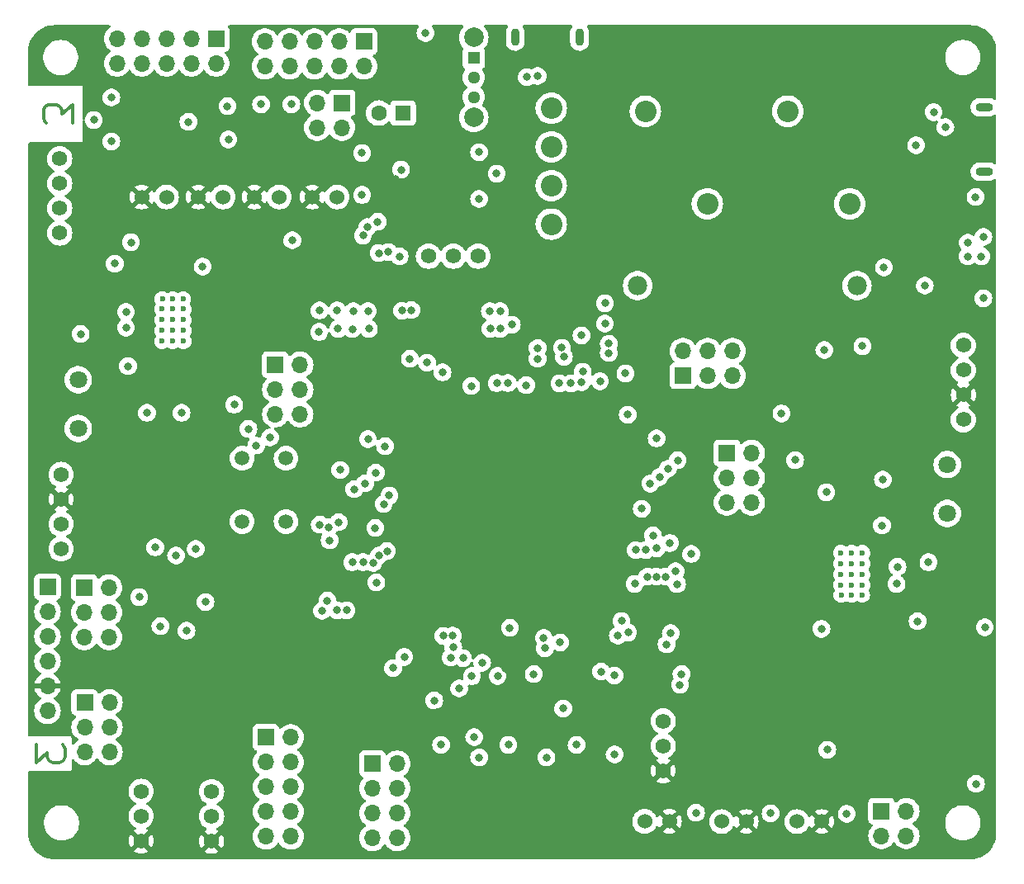
<source format=gbr>
%TF.GenerationSoftware,KiCad,Pcbnew,7.0.6*%
%TF.CreationDate,2023-11-25T10:56:24-07:00*%
%TF.ProjectId,MainBoard,4d61696e-426f-4617-9264-2e6b69636164,0.1*%
%TF.SameCoordinates,Original*%
%TF.FileFunction,Copper,L3,Inr*%
%TF.FilePolarity,Positive*%
%FSLAX46Y46*%
G04 Gerber Fmt 4.6, Leading zero omitted, Abs format (unit mm)*
G04 Created by KiCad (PCBNEW 7.0.6) date 2023-11-25 10:56:24*
%MOMM*%
%LPD*%
G01*
G04 APERTURE LIST*
%ADD10C,0.300000*%
%TA.AperFunction,NonConductor*%
%ADD11C,0.300000*%
%TD*%
%TA.AperFunction,ComponentPad*%
%ADD12C,1.524000*%
%TD*%
%TA.AperFunction,ComponentPad*%
%ADD13C,1.803400*%
%TD*%
%TA.AperFunction,ComponentPad*%
%ADD14C,1.574800*%
%TD*%
%TA.AperFunction,ComponentPad*%
%ADD15R,1.700000X1.700000*%
%TD*%
%TA.AperFunction,ComponentPad*%
%ADD16O,1.700000X1.700000*%
%TD*%
%TA.AperFunction,ComponentPad*%
%ADD17C,0.600000*%
%TD*%
%TA.AperFunction,ComponentPad*%
%ADD18R,1.295400X1.295400*%
%TD*%
%TA.AperFunction,ComponentPad*%
%ADD19C,1.295400*%
%TD*%
%TA.AperFunction,ComponentPad*%
%ADD20C,2.000000*%
%TD*%
%TA.AperFunction,ComponentPad*%
%ADD21O,1.800000X0.900000*%
%TD*%
%TA.AperFunction,ComponentPad*%
%ADD22C,1.507998*%
%TD*%
%TA.AperFunction,ComponentPad*%
%ADD23C,2.209800*%
%TD*%
%TA.AperFunction,ComponentPad*%
%ADD24R,1.600000X1.600000*%
%TD*%
%TA.AperFunction,ComponentPad*%
%ADD25C,1.600000*%
%TD*%
%TA.AperFunction,ComponentPad*%
%ADD26C,1.980000*%
%TD*%
%TA.AperFunction,ComponentPad*%
%ADD27O,0.900000X1.800000*%
%TD*%
%TA.AperFunction,ViaPad*%
%ADD28C,0.800000*%
%TD*%
G04 APERTURE END LIST*
D10*
D11*
X170432742Y-92674060D02*
X170432742Y-90816917D01*
X170432742Y-90816917D02*
X169289885Y-91816917D01*
X169289885Y-91816917D02*
X169289885Y-91388346D01*
X169289885Y-91388346D02*
X169147028Y-91102632D01*
X169147028Y-91102632D02*
X169004171Y-90959774D01*
X169004171Y-90959774D02*
X168718457Y-90816917D01*
X168718457Y-90816917D02*
X168004171Y-90816917D01*
X168004171Y-90816917D02*
X167718457Y-90959774D01*
X167718457Y-90959774D02*
X167575600Y-91102632D01*
X167575600Y-91102632D02*
X167432742Y-91388346D01*
X167432742Y-91388346D02*
X167432742Y-92245489D01*
X167432742Y-92245489D02*
X167575600Y-92531203D01*
X167575600Y-92531203D02*
X167718457Y-92674060D01*
D10*
D11*
X166667257Y-156475939D02*
X166667257Y-158333082D01*
X166667257Y-158333082D02*
X167810114Y-157333082D01*
X167810114Y-157333082D02*
X167810114Y-157761653D01*
X167810114Y-157761653D02*
X167952971Y-158047368D01*
X167952971Y-158047368D02*
X168095828Y-158190225D01*
X168095828Y-158190225D02*
X168381542Y-158333082D01*
X168381542Y-158333082D02*
X169095828Y-158333082D01*
X169095828Y-158333082D02*
X169381542Y-158190225D01*
X169381542Y-158190225D02*
X169524400Y-158047368D01*
X169524400Y-158047368D02*
X169667257Y-157761653D01*
X169667257Y-157761653D02*
X169667257Y-156904510D01*
X169667257Y-156904510D02*
X169524400Y-156618796D01*
X169524400Y-156618796D02*
X169381542Y-156475939D01*
D12*
%TO.N,+3.3V*%
%TO.C,SW8*%
X189060000Y-100300000D03*
%TO.N,/Bump2*%
X191600000Y-100300000D03*
%TD*%
D13*
%TO.N,Net-(M2-+)*%
%TO.C,M2*%
X260100000Y-132750000D03*
%TO.N,Net-(M2--)*%
X260100000Y-127750000D03*
%TD*%
D14*
%TO.N,/IC3*%
%TO.C,U11*%
X169250000Y-136390000D03*
%TO.N,/IC4*%
X169250000Y-133850000D03*
%TO.N,+3.3V*%
X169250000Y-131310000D03*
%TO.N,GND*%
X169250000Y-128770000D03*
%TD*%
%TO.N,+3.3V*%
%TO.C,J15*%
X177450000Y-166350000D03*
%TO.N,GND*%
X177450000Y-163810000D03*
%TO.N,/Refl3*%
X177450000Y-161270000D03*
%TD*%
%TO.N,/IC1*%
%TO.C,U12*%
X261750000Y-115530000D03*
%TO.N,/IC2*%
X261750000Y-118070000D03*
%TO.N,+3.3V*%
X261750000Y-120610000D03*
%TO.N,GND*%
X261750000Y-123150000D03*
%TD*%
D15*
%TO.N,unconnected-(J1-Pin_1-Pad1)*%
%TO.C,J1*%
X167850000Y-140300000D03*
D16*
%TO.N,Net-(J1-Pin_2)*%
X167850000Y-142840000D03*
%TO.N,Net-(J1-Pin_3)*%
X167850000Y-145380000D03*
%TO.N,GND*%
X167850000Y-147920000D03*
%TO.N,+3.3V*%
X167850000Y-150460000D03*
%TO.N,Net-(J1-Pin_6)*%
X167850000Y-153000000D03*
%TD*%
D15*
%TO.N,/SDA2*%
%TO.C,J18*%
X253360000Y-163300000D03*
D16*
%TO.N,GND*%
X255900000Y-163300000D03*
%TO.N,/SCL2*%
X253360000Y-165840000D03*
%TO.N,GND*%
X255900000Y-165840000D03*
%TD*%
D14*
%TO.N,+3.3V*%
%TO.C,J14*%
X184673800Y-166390000D03*
%TO.N,GND*%
X184673800Y-163850000D03*
%TO.N,/Refl2*%
X184673800Y-161310000D03*
%TD*%
%TO.N,Net-(D8-A1)*%
%TO.C,D8*%
X211990000Y-106376200D03*
%TO.N,GND*%
X209450000Y-106376200D03*
%TO.N,Net-(D8-A2)*%
X206910000Y-106376200D03*
%TD*%
D15*
%TO.N,+5V*%
%TO.C,J3*%
X200300000Y-84360000D03*
D16*
%TO.N,GND*%
X200300000Y-86900000D03*
%TO.N,+5V*%
X197760000Y-84360000D03*
%TO.N,GND*%
X197760000Y-86900000D03*
%TO.N,+5V*%
X195220000Y-84360000D03*
%TO.N,GND*%
X195220000Y-86900000D03*
%TO.N,+5V*%
X192680000Y-84360000D03*
%TO.N,GND*%
X192680000Y-86900000D03*
%TO.N,+5V*%
X190140000Y-84360000D03*
%TO.N,GND*%
X190140000Y-86900000D03*
%TD*%
D17*
%TO.N,GND*%
%TO.C,U10*%
X179600000Y-111799999D03*
X179600000Y-112899999D03*
X179600000Y-113999999D03*
X179600000Y-115100000D03*
X179620000Y-110779999D03*
X180700000Y-110779999D03*
X180700000Y-115100000D03*
X180700003Y-111799999D03*
X180700003Y-112899999D03*
X180700003Y-113999999D03*
X181760000Y-110779999D03*
X181800000Y-111799999D03*
X181800000Y-112899999D03*
X181800000Y-113999999D03*
X181800000Y-115100000D03*
%TD*%
D15*
%TO.N,/RH15*%
%TO.C,J21*%
X233010000Y-118650000D03*
D16*
%TO.N,/RH14*%
X233010000Y-116110000D03*
%TO.N,/RH13*%
X235550000Y-118650000D03*
%TO.N,/RH12*%
X235550000Y-116110000D03*
%TO.N,GND*%
X238090000Y-118650000D03*
X238090000Y-116110000D03*
%TD*%
D15*
%TO.N,/SCK4*%
%TO.C,J19*%
X237510000Y-126560000D03*
D16*
%TO.N,/SDI4*%
X240050000Y-126560000D03*
%TO.N,/SS4\u002A*%
X237510000Y-129100000D03*
%TO.N,/SDO4*%
X240050000Y-129100000D03*
%TO.N,GND*%
X237510000Y-131640000D03*
X240050000Y-131640000D03*
%TD*%
D18*
%TO.N,Net-(J4-VBUS)*%
%TO.C,SW2*%
X211550000Y-86049999D03*
D19*
%TO.N,+5V*%
X211550000Y-88050000D03*
%TO.N,unconnected-(SW2-C-Pad3)*%
X211550000Y-90050001D03*
D20*
%TO.N,N/C*%
X211550000Y-83949999D03*
X211550000Y-92150000D03*
%TD*%
D17*
%TO.N,GND*%
%TO.C,U13*%
X251400000Y-140099999D03*
X251400000Y-138999999D03*
X251400000Y-137899999D03*
X251400000Y-136799998D03*
X251380000Y-141119999D03*
X250300000Y-141119999D03*
X250300000Y-136799998D03*
X250299997Y-140099999D03*
X250299997Y-138999999D03*
X250299997Y-137899999D03*
X249240000Y-141119999D03*
X249200000Y-140099999D03*
X249200000Y-138999999D03*
X249200000Y-137899999D03*
X249200000Y-136799998D03*
%TD*%
D15*
%TO.N,/SCK2*%
%TO.C,J20*%
X171610000Y-140370000D03*
D16*
%TO.N,/SDO2*%
X174150000Y-140370000D03*
%TO.N,/SS2\u002A*%
X171610000Y-142910000D03*
%TO.N,/SDI2*%
X174150000Y-142910000D03*
%TO.N,GND*%
X171610000Y-145450000D03*
X174150000Y-145450000D03*
%TD*%
D15*
%TO.N,/SCK3*%
%TO.C,J8*%
X201160000Y-158430000D03*
D16*
%TO.N,/SDO3*%
X203700000Y-158430000D03*
%TO.N,/SS3\u002A*%
X201160000Y-160970000D03*
%TO.N,/SDI3*%
X203700000Y-160970000D03*
%TO.N,GND*%
X201160000Y-163510000D03*
X203700000Y-163510000D03*
%TO.N,/U4RX*%
X201160000Y-166050000D03*
%TO.N,/U4TX*%
X203700000Y-166050000D03*
%TD*%
D15*
%TO.N,Net-(J2-Pin_1)*%
%TO.C,J2*%
X185140000Y-84060000D03*
D16*
%TO.N,GND*%
X185140000Y-86600000D03*
%TO.N,Net-(J2-Pin_1)*%
X182600000Y-84060000D03*
%TO.N,GND*%
X182600000Y-86600000D03*
%TO.N,Net-(J2-Pin_1)*%
X180060000Y-84060000D03*
%TO.N,GND*%
X180060000Y-86600000D03*
%TO.N,Net-(J2-Pin_1)*%
X177520000Y-84060000D03*
%TO.N,GND*%
X177520000Y-86600000D03*
%TO.N,Net-(J2-Pin_1)*%
X174980000Y-84060000D03*
%TO.N,GND*%
X174980000Y-86600000D03*
%TD*%
D15*
%TO.N,/U5TX*%
%TO.C,J23*%
X171660000Y-152150000D03*
D16*
%TO.N,/U5RX*%
X174200000Y-152150000D03*
%TO.N,/U6TX*%
X171660000Y-154690000D03*
%TO.N,/U6RX*%
X174200000Y-154690000D03*
%TO.N,GND*%
X171660000Y-157230000D03*
X174200000Y-157230000D03*
%TD*%
D12*
%TO.N,+3.3V*%
%TO.C,SW6*%
X231610128Y-164351200D03*
%TO.N,/Switch1*%
X229070128Y-164351200D03*
%TD*%
D21*
%TO.N,N/C*%
%TO.C,J9*%
X263900000Y-97700000D03*
X263900000Y-91100000D03*
%TD*%
D12*
%TO.N,+3.3V*%
%TO.C,SW10*%
X177510000Y-100300000D03*
%TO.N,/Bump4*%
X180050000Y-100300000D03*
%TD*%
%TO.N,+3.3V*%
%TO.C,SW4*%
X239490128Y-164375000D03*
%TO.N,/Switch2*%
X236950128Y-164375000D03*
%TD*%
%TO.N,+3.3V*%
%TO.C,SW5*%
X247230128Y-164375000D03*
%TO.N,/Switch3*%
X244690128Y-164375000D03*
%TD*%
D22*
%TO.N,GND*%
%TO.C,SW1*%
X192300001Y-127099998D03*
%TO.N,N/C*%
X192300001Y-133600000D03*
X187800000Y-127099998D03*
%TO.N,Net-(C1-Pad1)*%
X187800000Y-133600000D03*
%TD*%
D23*
%TO.N,+5V*%
%TO.C,SW3*%
X219500000Y-103087200D03*
%TO.N,Net-(J4-VBUS)*%
X219500000Y-99124800D03*
%TO.N,Vdrive*%
X219500000Y-95162400D03*
%TO.N,Net-(F1-Pad1)*%
X219500000Y-91200000D03*
%TD*%
D24*
%TO.N,+5V*%
%TO.C,C15*%
X204305113Y-91700000D03*
D25*
%TO.N,GND*%
X201805113Y-91700000D03*
%TD*%
D26*
%TO.N,Net-(F1-Pad1)*%
%TO.C,F1*%
X228350000Y-109400000D03*
%TO.N,Net-(J5-Pin_1)*%
X250850000Y-109400000D03*
%TD*%
D14*
%TO.N,+3.3V*%
%TO.C,J13*%
X230973800Y-159140000D03*
%TO.N,GND*%
X230973800Y-156600000D03*
%TO.N,/Refl1*%
X230973800Y-154060000D03*
%TD*%
D13*
%TO.N,Net-(M1-+)*%
%TO.C,M1*%
X171000000Y-119050000D03*
%TO.N,Net-(M1--)*%
X171000000Y-124050000D03*
%TD*%
D12*
%TO.N,+3.3V*%
%TO.C,SW9*%
X183310000Y-100300000D03*
%TO.N,/Bump3*%
X185850000Y-100300000D03*
%TD*%
D23*
%TO.N,Net-(J5-Pin_2)*%
%TO.C,J6*%
X235500000Y-101000000D03*
%TO.N,GND*%
X229150000Y-91500001D03*
%TD*%
D12*
%TO.N,+3.3V*%
%TO.C,SW7*%
X195000000Y-100300000D03*
%TO.N,/Bump1*%
X197540000Y-100300000D03*
%TD*%
D27*
%TO.N,N/C*%
%TO.C,J4*%
X222400000Y-83900000D03*
X215800000Y-83900000D03*
%TD*%
D14*
%TO.N,/U2TX*%
%TO.C,J24*%
X169100000Y-104000000D03*
%TO.N,/U2RX*%
X169100000Y-101460000D03*
%TO.N,/GPS_Reset*%
X169100000Y-98920000D03*
%TO.N,/GPS_INT*%
X169100000Y-96380000D03*
%TD*%
D15*
%TO.N,/RA9*%
%TO.C,J7*%
X190250000Y-155740000D03*
D16*
%TO.N,/RA10*%
X192790000Y-155740000D03*
%TO.N,/RH0*%
X190250000Y-158280000D03*
%TO.N,/RH1*%
X192790000Y-158280000D03*
%TO.N,/RH2*%
X190250000Y-160820000D03*
%TO.N,/RH3*%
X192790000Y-160820000D03*
%TO.N,/RB10*%
X190250000Y-163360000D03*
%TO.N,/RK1*%
X192790000Y-163360000D03*
%TO.N,/RK2*%
X190250000Y-165900000D03*
%TO.N,/RK3*%
X192790000Y-165900000D03*
%TD*%
D15*
%TO.N,/RE7*%
%TO.C,J16*%
X191210000Y-117510000D03*
D16*
%TO.N,/RJ8*%
X193750000Y-117510000D03*
%TO.N,/RJ13*%
X191210000Y-120050000D03*
%TO.N,/RJ14*%
X193750000Y-120050000D03*
%TO.N,/RJ15*%
X191210000Y-122590000D03*
%TO.N,GND*%
X193750000Y-122590000D03*
%TD*%
D23*
%TO.N,Net-(J5-Pin_1)*%
%TO.C,J5*%
X250100000Y-100999999D03*
%TO.N,Net-(J5-Pin_2)*%
X243750000Y-91500000D03*
%TD*%
D15*
%TO.N,/U3TX*%
%TO.C,J22*%
X198050000Y-90650000D03*
D16*
%TO.N,GND*%
X198050000Y-93190000D03*
%TO.N,/U3RX*%
X195510000Y-90650000D03*
%TO.N,GND*%
X195510000Y-93190000D03*
%TD*%
D28*
%TO.N,GND*%
X247500000Y-116000000D03*
X183050000Y-136400000D03*
X208200000Y-156500000D03*
X202310556Y-131798056D03*
X216925501Y-119600000D03*
X259900000Y-93150000D03*
X215100000Y-156500000D03*
X176100000Y-117650000D03*
X215258526Y-144491472D03*
X220400333Y-145999667D03*
X212100000Y-100500000D03*
X213900000Y-97900000D03*
X227100000Y-118400000D03*
X197859787Y-128309787D03*
X187000000Y-121600000D03*
X171250000Y-114350000D03*
X247800000Y-157000000D03*
X225994063Y-157486643D03*
X222100000Y-156500000D03*
X217700000Y-149250000D03*
X253500000Y-129300000D03*
X192950000Y-104750000D03*
X257050000Y-143825500D03*
X251400000Y-115600000D03*
X247700000Y-130600000D03*
X220800000Y-116700000D03*
X244500000Y-127300000D03*
X186400000Y-94400000D03*
X181034787Y-137084787D03*
X172600000Y-92400000D03*
X249790128Y-163575000D03*
X189750000Y-90800000D03*
X174750000Y-107150000D03*
X218100000Y-87900000D03*
X192850000Y-90800000D03*
X247200000Y-144600000D03*
X176400000Y-104950000D03*
X263950000Y-144450000D03*
X201562500Y-139850000D03*
X241990128Y-163525000D03*
X217000000Y-88000000D03*
X263050000Y-160500000D03*
X253400000Y-134000000D03*
X183750000Y-107450000D03*
X204100000Y-97500000D03*
X178050000Y-122450000D03*
X206600000Y-83475000D03*
X174400000Y-90100000D03*
X181600000Y-122450000D03*
X225000000Y-111200000D03*
X207500000Y-151950000D03*
X225400000Y-116300000D03*
X174400000Y-94600000D03*
X225000000Y-113300000D03*
X257800000Y-109400000D03*
X186300000Y-91000000D03*
X219000000Y-157800000D03*
X211300000Y-119700000D03*
X178900000Y-136250000D03*
X222600000Y-114500000D03*
X258173056Y-137773056D03*
X182300000Y-92600000D03*
X228776944Y-132276944D03*
X253600000Y-107530000D03*
X200100000Y-95800000D03*
X200100000Y-100100000D03*
X212100000Y-95700000D03*
X228050000Y-140000000D03*
X208426944Y-145326944D03*
X212100000Y-157800000D03*
X234340128Y-163475000D03*
X227336051Y-122636051D03*
%TO.N,+3.3V*%
X194500000Y-133300000D03*
X245600000Y-135400000D03*
X216600000Y-115400000D03*
X213200000Y-159500000D03*
X240600000Y-146400000D03*
X240600000Y-142300000D03*
X240600000Y-144300000D03*
X190100000Y-111550000D03*
X214900000Y-158300000D03*
X240600000Y-138300000D03*
X207800000Y-89500000D03*
X190050000Y-107500000D03*
X230300000Y-121400000D03*
X203500000Y-98500000D03*
X190100000Y-113550000D03*
X205950000Y-148000000D03*
X205800000Y-101800000D03*
X208000000Y-158300000D03*
X185300000Y-116100000D03*
X240600000Y-140300000D03*
X220300000Y-112200000D03*
X214800356Y-148700351D03*
X190050000Y-109550000D03*
X255400000Y-95000000D03*
X220300000Y-159400000D03*
X190100000Y-105500000D03*
X227100000Y-113900000D03*
X197200000Y-140213420D03*
X254000000Y-103400000D03*
X203600000Y-101800000D03*
X246200000Y-153800000D03*
X227100000Y-159500000D03*
X220700000Y-150450000D03*
X214350000Y-110050000D03*
X261050354Y-110650353D03*
X207750000Y-153162500D03*
X197900000Y-131650000D03*
X211500000Y-115300000D03*
X221800000Y-158400000D03*
X255400000Y-90000000D03*
X215485556Y-106664444D03*
X233300000Y-132250000D03*
%TO.N,Net-(J1-Pin_2)*%
X177250000Y-141350000D03*
X196550000Y-141700000D03*
%TO.N,Net-(J1-Pin_3)*%
X184050000Y-141850000D03*
X196000000Y-142750000D03*
%TO.N,/Refl1*%
X214000000Y-149450000D03*
%TO.N,/Refl2*%
X198499503Y-142700000D03*
X200200000Y-137775000D03*
%TO.N,/Refl3*%
X197550000Y-142700000D03*
X199100000Y-137775000D03*
%TO.N,/SDA2*%
X232389694Y-140018292D03*
X231653888Y-135796112D03*
%TO.N,/SCL2*%
X229926944Y-135023056D03*
X232250000Y-138700000D03*
%TO.N,/RH0*%
X209401731Y-145306046D03*
%TO.N,/RH1*%
X209439127Y-146514762D03*
%TO.N,/RJ13*%
X202657370Y-136624500D03*
%TO.N,/RH2*%
X209200000Y-147550000D03*
%TO.N,/RJ14*%
X201821956Y-137075764D03*
%TO.N,/RH3*%
X210450000Y-147600000D03*
%TO.N,/RJ15*%
X201239950Y-137825980D03*
%TO.N,/U2TX*%
X189250000Y-125800000D03*
%TO.N,Net-(D9-K)*%
X262200000Y-105000000D03*
X263800000Y-104400000D03*
%TO.N,/U2RX*%
X205000000Y-116900000D03*
X200200000Y-104250000D03*
X201800000Y-106050000D03*
%TO.N,/U3TX*%
X205150000Y-111900000D03*
X218100000Y-115800000D03*
%TO.N,/U3RX*%
X218100000Y-116900000D03*
X204202910Y-111967649D03*
%TO.N,/RA9*%
X204430444Y-147480444D03*
%TO.N,/RB10*%
X212405233Y-148075750D03*
%TO.N,/RA10*%
X203280444Y-148630444D03*
%TO.N,/U6TX*%
X201450000Y-134250000D03*
X201510340Y-128575500D03*
%TO.N,/Switch1*%
X228165980Y-136525500D03*
X229350000Y-139250000D03*
%TO.N,/SCK3*%
X218724501Y-145550000D03*
%TO.N,/SS3\u002A*%
X218850000Y-146600000D03*
%TO.N,/SCK4*%
X231450000Y-128200000D03*
%TO.N,/SDO4*%
X229650000Y-129700000D03*
%TO.N,/Switch2*%
X230300000Y-139250000D03*
X229200000Y-136525500D03*
%TO.N,/Switch3*%
X230300000Y-136350000D03*
X231249503Y-139250000D03*
%TO.N,/SS4\u002A*%
X230596809Y-129043540D03*
%TO.N,/SDI4*%
X232457370Y-127307370D03*
%TO.N,/SDO5*%
X211359787Y-149459786D03*
X213924500Y-119400000D03*
%TO.N,/SDI5*%
X215050000Y-119400000D03*
X210051906Y-150710761D03*
%TO.N,/SCK6*%
X232850000Y-149250000D03*
X225975500Y-149396660D03*
%TO.N,/SDO6*%
X231750000Y-145050000D03*
X226701000Y-143800000D03*
%TO.N,/SS6\u002A*%
X224612476Y-148987524D03*
X232700000Y-150350000D03*
%TO.N,/SDI6*%
X227375500Y-144974500D03*
X231324500Y-146200000D03*
%TO.N,/SCK2*%
X196674032Y-134197201D03*
X200400000Y-129675500D03*
%TO.N,/SDI2*%
X197699266Y-133672527D03*
X199300000Y-130274500D03*
%TO.N,/SDO2*%
X202900000Y-130924501D03*
X196775868Y-135532616D03*
%TO.N,/SS2\u002A*%
X179425000Y-144325000D03*
X182100000Y-144800000D03*
%TO.N,/IC2*%
X233850000Y-136925500D03*
%TO.N,/IC3*%
X195767244Y-133915616D03*
X200700000Y-125150000D03*
%TO.N,/IC1*%
X230299527Y-125075500D03*
%TO.N,/SCK1*%
X224500000Y-119200000D03*
X222725498Y-118227889D03*
%TO.N,/Bump1*%
X200700000Y-112025500D03*
X200800000Y-113824500D03*
%TO.N,/Bump2*%
X199200000Y-112025500D03*
X199100000Y-113850000D03*
%TO.N,/Bump3*%
X197650000Y-113824500D03*
X197550000Y-111950000D03*
%TO.N,/Bump4*%
X195750000Y-111950000D03*
X195700000Y-114150000D03*
%TO.N,/LED2*%
X211600000Y-155700000D03*
X220719870Y-152769870D03*
%TO.N,/IMU_INT1*%
X225400000Y-115350497D03*
X222600000Y-119300000D03*
%TO.N,/IMU_INT2*%
X221526944Y-119426944D03*
X220594024Y-115773108D03*
%TO.N,/GPS_INT*%
X208350000Y-118300000D03*
X201700000Y-102850000D03*
X203950000Y-106400000D03*
%TO.N,/GPS_Reset*%
X200650000Y-103400000D03*
X206750000Y-117300000D03*
X202800000Y-105950000D03*
%TO.N,/Status_Yellow*%
X214250000Y-113824500D03*
X214250000Y-112025500D03*
%TO.N,/Status_Green*%
X213250000Y-113824500D03*
X213200000Y-112025500D03*
%TO.N,Vdrive*%
X188450000Y-124100000D03*
X243100000Y-122500000D03*
%TO.N,Net-(D9-A)*%
X263000000Y-100300000D03*
X258700000Y-91600000D03*
%TO.N,Net-(D10-K)*%
X262200500Y-106400000D03*
X263600000Y-106400000D03*
%TO.N,Net-(D10-A)*%
X256900000Y-95000000D03*
X263800000Y-110700000D03*
%TO.N,/MotorCurrent1*%
X175900000Y-112100500D03*
X175900000Y-113699500D03*
X190673056Y-124973056D03*
%TO.N,/MotorCurrent2*%
X255000000Y-138225499D03*
X254900000Y-140000000D03*
X226324500Y-145300000D03*
%TO.N,/Dir2*%
X220339194Y-119414695D03*
X215459674Y-113413562D03*
%TO.N,/RJ8*%
X202460933Y-125864821D03*
%TD*%
%TA.AperFunction,Conductor*%
%TO.N,+3.3V*%
G36*
X174250310Y-82701185D02*
G01*
X174296065Y-82753989D01*
X174306009Y-82823147D01*
X174276984Y-82886703D01*
X174242288Y-82914555D01*
X174234427Y-82918808D01*
X174234422Y-82918812D01*
X174056761Y-83057092D01*
X174056756Y-83057097D01*
X173904284Y-83222723D01*
X173904276Y-83222734D01*
X173781140Y-83411207D01*
X173690703Y-83617385D01*
X173635436Y-83835628D01*
X173635434Y-83835640D01*
X173616844Y-84059994D01*
X173616844Y-84060005D01*
X173635434Y-84284359D01*
X173635436Y-84284371D01*
X173690703Y-84502614D01*
X173781140Y-84708792D01*
X173904276Y-84897265D01*
X173904284Y-84897276D01*
X174056756Y-85062902D01*
X174056760Y-85062906D01*
X174234424Y-85201189D01*
X174234429Y-85201191D01*
X174234431Y-85201193D01*
X174270930Y-85220946D01*
X174320520Y-85270165D01*
X174335628Y-85338382D01*
X174311457Y-85403937D01*
X174270930Y-85439054D01*
X174234431Y-85458806D01*
X174234422Y-85458812D01*
X174056761Y-85597092D01*
X174056756Y-85597097D01*
X173904284Y-85762723D01*
X173904276Y-85762734D01*
X173781140Y-85951207D01*
X173690703Y-86157385D01*
X173635436Y-86375628D01*
X173635434Y-86375640D01*
X173616844Y-86599994D01*
X173616844Y-86600005D01*
X173635434Y-86824359D01*
X173635436Y-86824371D01*
X173690703Y-87042614D01*
X173781140Y-87248792D01*
X173904276Y-87437265D01*
X173904284Y-87437276D01*
X174056756Y-87602902D01*
X174056761Y-87602907D01*
X174091100Y-87629634D01*
X174234424Y-87741189D01*
X174234425Y-87741189D01*
X174234427Y-87741191D01*
X174361135Y-87809761D01*
X174432426Y-87848342D01*
X174645365Y-87921444D01*
X174867431Y-87958500D01*
X175092569Y-87958500D01*
X175314635Y-87921444D01*
X175527574Y-87848342D01*
X175725576Y-87741189D01*
X175903240Y-87602906D01*
X176003068Y-87494465D01*
X176055715Y-87437276D01*
X176055715Y-87437275D01*
X176055722Y-87437268D01*
X176146193Y-87298790D01*
X176199338Y-87253437D01*
X176268569Y-87244013D01*
X176331905Y-87273515D01*
X176353804Y-87298787D01*
X176444278Y-87437268D01*
X176444283Y-87437273D01*
X176444284Y-87437276D01*
X176596756Y-87602902D01*
X176596761Y-87602907D01*
X176631100Y-87629634D01*
X176774424Y-87741189D01*
X176774425Y-87741189D01*
X176774427Y-87741191D01*
X176901135Y-87809761D01*
X176972426Y-87848342D01*
X177185365Y-87921444D01*
X177407431Y-87958500D01*
X177632569Y-87958500D01*
X177854635Y-87921444D01*
X178067574Y-87848342D01*
X178265576Y-87741189D01*
X178443240Y-87602906D01*
X178543068Y-87494465D01*
X178595715Y-87437276D01*
X178595715Y-87437275D01*
X178595722Y-87437268D01*
X178686193Y-87298790D01*
X178739338Y-87253437D01*
X178808569Y-87244013D01*
X178871905Y-87273515D01*
X178893804Y-87298787D01*
X178984278Y-87437268D01*
X178984283Y-87437273D01*
X178984284Y-87437276D01*
X179136756Y-87602902D01*
X179136761Y-87602907D01*
X179171100Y-87629634D01*
X179314424Y-87741189D01*
X179314425Y-87741189D01*
X179314427Y-87741191D01*
X179441135Y-87809761D01*
X179512426Y-87848342D01*
X179725365Y-87921444D01*
X179947431Y-87958500D01*
X180172569Y-87958500D01*
X180394635Y-87921444D01*
X180607574Y-87848342D01*
X180805576Y-87741189D01*
X180983240Y-87602906D01*
X181083068Y-87494465D01*
X181135715Y-87437276D01*
X181135715Y-87437275D01*
X181135722Y-87437268D01*
X181226193Y-87298790D01*
X181279338Y-87253437D01*
X181348569Y-87244013D01*
X181411905Y-87273515D01*
X181433804Y-87298787D01*
X181524278Y-87437268D01*
X181524283Y-87437273D01*
X181524284Y-87437276D01*
X181676756Y-87602902D01*
X181676761Y-87602907D01*
X181711100Y-87629634D01*
X181854424Y-87741189D01*
X181854425Y-87741189D01*
X181854427Y-87741191D01*
X181981135Y-87809761D01*
X182052426Y-87848342D01*
X182265365Y-87921444D01*
X182487431Y-87958500D01*
X182712569Y-87958500D01*
X182934635Y-87921444D01*
X183147574Y-87848342D01*
X183345576Y-87741189D01*
X183523240Y-87602906D01*
X183623068Y-87494465D01*
X183675715Y-87437276D01*
X183675715Y-87437275D01*
X183675722Y-87437268D01*
X183766193Y-87298790D01*
X183819338Y-87253437D01*
X183888569Y-87244013D01*
X183951905Y-87273515D01*
X183973804Y-87298787D01*
X184064278Y-87437268D01*
X184064283Y-87437273D01*
X184064284Y-87437276D01*
X184216756Y-87602902D01*
X184216761Y-87602907D01*
X184251100Y-87629634D01*
X184394424Y-87741189D01*
X184394425Y-87741189D01*
X184394427Y-87741191D01*
X184521135Y-87809761D01*
X184592426Y-87848342D01*
X184805365Y-87921444D01*
X185027431Y-87958500D01*
X185252569Y-87958500D01*
X185474635Y-87921444D01*
X185687574Y-87848342D01*
X185885576Y-87741189D01*
X186063240Y-87602906D01*
X186163068Y-87494465D01*
X186215715Y-87437276D01*
X186215717Y-87437273D01*
X186215722Y-87437268D01*
X186338860Y-87248791D01*
X186429296Y-87042616D01*
X186465410Y-86900005D01*
X188776844Y-86900005D01*
X188795434Y-87124359D01*
X188795436Y-87124371D01*
X188850703Y-87342614D01*
X188941140Y-87548792D01*
X189064276Y-87737265D01*
X189064284Y-87737276D01*
X189216756Y-87902902D01*
X189216760Y-87902906D01*
X189394424Y-88041189D01*
X189394425Y-88041189D01*
X189394427Y-88041191D01*
X189521135Y-88109761D01*
X189592426Y-88148342D01*
X189805365Y-88221444D01*
X190027431Y-88258500D01*
X190252569Y-88258500D01*
X190474635Y-88221444D01*
X190687574Y-88148342D01*
X190885576Y-88041189D01*
X191063240Y-87902906D01*
X191212111Y-87741191D01*
X191215715Y-87737276D01*
X191215715Y-87737275D01*
X191215722Y-87737268D01*
X191306193Y-87598790D01*
X191359338Y-87553437D01*
X191428569Y-87544013D01*
X191491905Y-87573515D01*
X191513804Y-87598787D01*
X191604278Y-87737268D01*
X191604283Y-87737273D01*
X191604284Y-87737276D01*
X191756756Y-87902902D01*
X191756760Y-87902906D01*
X191934424Y-88041189D01*
X191934425Y-88041189D01*
X191934427Y-88041191D01*
X192061135Y-88109761D01*
X192132426Y-88148342D01*
X192345365Y-88221444D01*
X192567431Y-88258500D01*
X192792569Y-88258500D01*
X193014635Y-88221444D01*
X193227574Y-88148342D01*
X193425576Y-88041189D01*
X193603240Y-87902906D01*
X193752111Y-87741191D01*
X193755715Y-87737276D01*
X193755715Y-87737275D01*
X193755722Y-87737268D01*
X193846193Y-87598790D01*
X193899338Y-87553437D01*
X193968569Y-87544013D01*
X194031905Y-87573515D01*
X194053804Y-87598787D01*
X194144278Y-87737268D01*
X194144283Y-87737273D01*
X194144284Y-87737276D01*
X194296756Y-87902902D01*
X194296760Y-87902906D01*
X194474424Y-88041189D01*
X194474425Y-88041189D01*
X194474427Y-88041191D01*
X194601135Y-88109761D01*
X194672426Y-88148342D01*
X194885365Y-88221444D01*
X195107431Y-88258500D01*
X195332569Y-88258500D01*
X195554635Y-88221444D01*
X195767574Y-88148342D01*
X195965576Y-88041189D01*
X196143240Y-87902906D01*
X196292111Y-87741191D01*
X196295715Y-87737276D01*
X196295715Y-87737275D01*
X196295722Y-87737268D01*
X196386193Y-87598790D01*
X196439338Y-87553437D01*
X196508569Y-87544013D01*
X196571905Y-87573515D01*
X196593804Y-87598787D01*
X196684278Y-87737268D01*
X196684283Y-87737273D01*
X196684284Y-87737276D01*
X196836756Y-87902902D01*
X196836760Y-87902906D01*
X197014424Y-88041189D01*
X197014425Y-88041189D01*
X197014427Y-88041191D01*
X197141135Y-88109761D01*
X197212426Y-88148342D01*
X197425365Y-88221444D01*
X197647431Y-88258500D01*
X197872569Y-88258500D01*
X198094635Y-88221444D01*
X198307574Y-88148342D01*
X198505576Y-88041189D01*
X198683240Y-87902906D01*
X198832111Y-87741191D01*
X198835715Y-87737276D01*
X198835717Y-87737273D01*
X198835722Y-87737268D01*
X198926193Y-87598791D01*
X198979336Y-87553437D01*
X199048567Y-87544013D01*
X199111903Y-87573515D01*
X199133807Y-87598793D01*
X199224276Y-87737265D01*
X199224284Y-87737276D01*
X199376756Y-87902902D01*
X199376760Y-87902906D01*
X199554424Y-88041189D01*
X199554425Y-88041189D01*
X199554427Y-88041191D01*
X199681135Y-88109761D01*
X199752426Y-88148342D01*
X199965365Y-88221444D01*
X200187431Y-88258500D01*
X200412569Y-88258500D01*
X200634635Y-88221444D01*
X200847574Y-88148342D01*
X201045576Y-88041189D01*
X201223240Y-87902906D01*
X201372111Y-87741191D01*
X201375715Y-87737276D01*
X201375717Y-87737273D01*
X201375722Y-87737268D01*
X201498860Y-87548791D01*
X201589296Y-87342616D01*
X201644564Y-87124368D01*
X201649818Y-87060961D01*
X201663156Y-86900005D01*
X201663156Y-86899994D01*
X201644565Y-86675640D01*
X201644563Y-86675628D01*
X201589296Y-86457385D01*
X201565216Y-86402488D01*
X201498860Y-86251209D01*
X201482706Y-86226484D01*
X201375723Y-86062734D01*
X201375715Y-86062723D01*
X201230510Y-85904991D01*
X201199587Y-85842337D01*
X201207447Y-85772911D01*
X201251594Y-85718755D01*
X201278405Y-85704827D01*
X201358584Y-85674920D01*
X201396204Y-85660889D01*
X201513261Y-85573261D01*
X201600889Y-85456204D01*
X201651989Y-85319201D01*
X201655591Y-85285692D01*
X201658499Y-85258654D01*
X201658500Y-85258637D01*
X201658500Y-83461362D01*
X201658499Y-83461345D01*
X201654672Y-83425759D01*
X201651989Y-83400799D01*
X201646649Y-83386483D01*
X201629522Y-83340564D01*
X201600889Y-83263796D01*
X201513261Y-83146739D01*
X201396204Y-83059111D01*
X201390791Y-83057092D01*
X201259203Y-83008011D01*
X201198654Y-83001500D01*
X201198638Y-83001500D01*
X199401362Y-83001500D01*
X199401345Y-83001500D01*
X199340797Y-83008011D01*
X199340795Y-83008011D01*
X199203795Y-83059111D01*
X199086739Y-83146739D01*
X198999111Y-83263795D01*
X198953861Y-83385111D01*
X198911989Y-83441044D01*
X198846524Y-83465460D01*
X198778252Y-83450607D01*
X198746454Y-83425762D01*
X198683240Y-83357094D01*
X198505576Y-83218811D01*
X198505575Y-83218810D01*
X198505572Y-83218808D01*
X198307580Y-83111661D01*
X198307577Y-83111659D01*
X198307574Y-83111658D01*
X198307571Y-83111657D01*
X198307569Y-83111656D01*
X198094637Y-83038556D01*
X197872569Y-83001500D01*
X197647431Y-83001500D01*
X197425362Y-83038556D01*
X197212430Y-83111656D01*
X197212419Y-83111661D01*
X197014427Y-83218808D01*
X197014422Y-83218812D01*
X196836761Y-83357092D01*
X196836756Y-83357097D01*
X196684284Y-83522723D01*
X196684276Y-83522734D01*
X196593807Y-83661206D01*
X196540660Y-83706563D01*
X196471429Y-83715986D01*
X196408093Y-83686483D01*
X196386191Y-83661206D01*
X196295722Y-83522732D01*
X196295717Y-83522727D01*
X196295715Y-83522723D01*
X196143243Y-83357097D01*
X196143238Y-83357092D01*
X195970616Y-83222734D01*
X195965576Y-83218811D01*
X195965575Y-83218810D01*
X195965572Y-83218808D01*
X195767580Y-83111661D01*
X195767577Y-83111659D01*
X195767574Y-83111658D01*
X195767571Y-83111657D01*
X195767569Y-83111656D01*
X195554637Y-83038556D01*
X195332569Y-83001500D01*
X195107431Y-83001500D01*
X194885362Y-83038556D01*
X194672430Y-83111656D01*
X194672419Y-83111661D01*
X194474427Y-83218808D01*
X194474422Y-83218812D01*
X194296761Y-83357092D01*
X194296756Y-83357097D01*
X194144284Y-83522723D01*
X194144276Y-83522734D01*
X194053808Y-83661206D01*
X194000662Y-83706562D01*
X193931431Y-83715986D01*
X193868095Y-83686484D01*
X193846192Y-83661206D01*
X193755723Y-83522734D01*
X193755715Y-83522723D01*
X193603243Y-83357097D01*
X193603238Y-83357092D01*
X193430616Y-83222734D01*
X193425576Y-83218811D01*
X193425575Y-83218810D01*
X193425572Y-83218808D01*
X193227580Y-83111661D01*
X193227577Y-83111659D01*
X193227574Y-83111658D01*
X193227571Y-83111657D01*
X193227569Y-83111656D01*
X193014637Y-83038556D01*
X192792569Y-83001500D01*
X192567431Y-83001500D01*
X192345362Y-83038556D01*
X192132430Y-83111656D01*
X192132419Y-83111661D01*
X191934427Y-83218808D01*
X191934422Y-83218812D01*
X191756761Y-83357092D01*
X191756756Y-83357097D01*
X191604284Y-83522723D01*
X191604276Y-83522734D01*
X191513808Y-83661206D01*
X191460662Y-83706562D01*
X191391431Y-83715986D01*
X191328095Y-83686484D01*
X191306192Y-83661206D01*
X191215723Y-83522734D01*
X191215715Y-83522723D01*
X191063243Y-83357097D01*
X191063238Y-83357092D01*
X190890616Y-83222734D01*
X190885576Y-83218811D01*
X190885575Y-83218810D01*
X190885572Y-83218808D01*
X190687580Y-83111661D01*
X190687577Y-83111659D01*
X190687574Y-83111658D01*
X190687571Y-83111657D01*
X190687569Y-83111656D01*
X190474637Y-83038556D01*
X190252569Y-83001500D01*
X190027431Y-83001500D01*
X189805362Y-83038556D01*
X189592430Y-83111656D01*
X189592419Y-83111661D01*
X189394427Y-83218808D01*
X189394422Y-83218812D01*
X189216761Y-83357092D01*
X189216756Y-83357097D01*
X189064284Y-83522723D01*
X189064276Y-83522734D01*
X188941140Y-83711207D01*
X188850703Y-83917385D01*
X188795436Y-84135628D01*
X188795434Y-84135640D01*
X188776844Y-84359994D01*
X188776844Y-84360005D01*
X188795434Y-84584359D01*
X188795436Y-84584371D01*
X188850703Y-84802614D01*
X188941140Y-85008792D01*
X189064276Y-85197265D01*
X189064284Y-85197276D01*
X189208249Y-85353661D01*
X189216760Y-85362906D01*
X189394424Y-85501189D01*
X189394429Y-85501191D01*
X189394431Y-85501193D01*
X189430930Y-85520946D01*
X189480520Y-85570165D01*
X189495628Y-85638382D01*
X189471457Y-85703937D01*
X189430930Y-85739054D01*
X189394431Y-85758806D01*
X189394422Y-85758812D01*
X189216761Y-85897092D01*
X189216756Y-85897097D01*
X189064284Y-86062723D01*
X189064276Y-86062734D01*
X188941140Y-86251207D01*
X188850703Y-86457385D01*
X188795436Y-86675628D01*
X188795434Y-86675640D01*
X188776844Y-86899994D01*
X188776844Y-86900005D01*
X186465410Y-86900005D01*
X186484564Y-86824368D01*
X186486011Y-86806903D01*
X186503156Y-86600005D01*
X186503156Y-86599994D01*
X186484565Y-86375640D01*
X186484563Y-86375628D01*
X186451879Y-86246562D01*
X186429296Y-86157384D01*
X186338860Y-85951209D01*
X186322706Y-85926484D01*
X186215723Y-85762734D01*
X186215715Y-85762723D01*
X186070510Y-85604991D01*
X186039587Y-85542337D01*
X186047447Y-85472911D01*
X186091594Y-85418755D01*
X186118405Y-85404827D01*
X186198584Y-85374920D01*
X186236204Y-85360889D01*
X186353261Y-85273261D01*
X186440889Y-85156204D01*
X186491989Y-85019201D01*
X186496466Y-84977560D01*
X186498499Y-84958654D01*
X186498500Y-84958637D01*
X186498500Y-83161362D01*
X186498499Y-83161345D01*
X186494672Y-83125759D01*
X186491989Y-83100799D01*
X186486047Y-83084869D01*
X186468773Y-83038556D01*
X186440889Y-82963796D01*
X186378017Y-82879809D01*
X186353601Y-82814347D01*
X186368453Y-82746074D01*
X186417858Y-82696668D01*
X186477285Y-82681500D01*
X205813456Y-82681500D01*
X205880495Y-82701185D01*
X205926250Y-82753989D01*
X205936194Y-82823147D01*
X205907169Y-82886703D01*
X205905627Y-82888447D01*
X205895570Y-82899618D01*
X205860958Y-82938057D01*
X205765473Y-83103443D01*
X205765470Y-83103450D01*
X205713618Y-83263036D01*
X205706458Y-83285072D01*
X205686496Y-83475000D01*
X205706458Y-83664928D01*
X205706459Y-83664931D01*
X205765470Y-83846549D01*
X205765473Y-83846556D01*
X205860960Y-84011944D01*
X205988747Y-84153866D01*
X206143248Y-84266118D01*
X206317712Y-84343794D01*
X206504513Y-84383500D01*
X206695487Y-84383500D01*
X206882288Y-84343794D01*
X207056752Y-84266118D01*
X207211253Y-84153866D01*
X207339040Y-84011944D01*
X207434527Y-83846556D01*
X207493542Y-83664928D01*
X207513504Y-83475000D01*
X207493542Y-83285072D01*
X207434527Y-83103444D01*
X207379429Y-83008011D01*
X207339041Y-82938057D01*
X207321709Y-82918808D01*
X207294393Y-82888471D01*
X207264164Y-82825481D01*
X207272789Y-82756146D01*
X207317530Y-82702480D01*
X207384183Y-82681522D01*
X207386544Y-82681500D01*
X210380615Y-82681500D01*
X210447654Y-82701185D01*
X210493409Y-82753989D01*
X210503353Y-82823147D01*
X210474905Y-82886032D01*
X210325821Y-83060585D01*
X210325820Y-83060588D01*
X210201759Y-83263036D01*
X210201757Y-83263039D01*
X210110895Y-83482401D01*
X210110895Y-83482403D01*
X210055465Y-83713284D01*
X210036835Y-83949999D01*
X210055465Y-84186713D01*
X210110895Y-84417594D01*
X210110895Y-84417596D01*
X210201757Y-84636958D01*
X210201759Y-84636961D01*
X210325820Y-84839409D01*
X210325821Y-84839412D01*
X210377898Y-84900386D01*
X210427649Y-84958637D01*
X210454660Y-84990262D01*
X210483231Y-85054024D01*
X210472794Y-85123109D01*
X210459642Y-85145098D01*
X210451414Y-85156090D01*
X210451412Y-85156092D01*
X210451411Y-85156095D01*
X210451409Y-85156098D01*
X210451410Y-85156098D01*
X210400311Y-85293094D01*
X210400311Y-85293096D01*
X210393800Y-85353644D01*
X210393800Y-86746353D01*
X210400311Y-86806901D01*
X210400311Y-86806903D01*
X210436667Y-86904374D01*
X210451411Y-86943903D01*
X210539038Y-87060959D01*
X210539040Y-87060961D01*
X210592459Y-87100949D01*
X210632876Y-87131206D01*
X210636764Y-87134116D01*
X210678636Y-87190049D01*
X210683620Y-87259741D01*
X210661409Y-87308109D01*
X210562768Y-87438730D01*
X210562764Y-87438737D01*
X210467258Y-87630539D01*
X210408617Y-87836643D01*
X210388847Y-88049999D01*
X210388847Y-88050000D01*
X210408617Y-88263356D01*
X210408617Y-88263358D01*
X210408618Y-88263361D01*
X210467257Y-88469457D01*
X210467258Y-88469460D01*
X210562764Y-88661262D01*
X210562769Y-88661270D01*
X210691899Y-88832266D01*
X210830222Y-88958363D01*
X210866504Y-89018074D01*
X210864743Y-89087921D01*
X210830222Y-89141637D01*
X210691899Y-89267734D01*
X210562769Y-89438730D01*
X210562764Y-89438738D01*
X210467258Y-89630540D01*
X210408617Y-89836644D01*
X210388847Y-90050000D01*
X210388847Y-90050001D01*
X210408617Y-90263357D01*
X210408617Y-90263359D01*
X210408618Y-90263362D01*
X210466192Y-90465714D01*
X210467258Y-90469461D01*
X210562764Y-90661263D01*
X210562769Y-90661271D01*
X210652202Y-90779699D01*
X210676894Y-90845061D01*
X210662329Y-90913395D01*
X210633780Y-90948716D01*
X210480031Y-91080031D01*
X210325821Y-91260586D01*
X210325820Y-91260589D01*
X210201759Y-91463037D01*
X210201757Y-91463040D01*
X210110895Y-91682402D01*
X210110895Y-91682404D01*
X210055465Y-91913285D01*
X210036835Y-92149999D01*
X210055465Y-92386714D01*
X210110895Y-92617595D01*
X210110895Y-92617597D01*
X210201757Y-92836959D01*
X210201759Y-92836962D01*
X210325820Y-93039410D01*
X210325821Y-93039413D01*
X210376255Y-93098463D01*
X210480031Y-93219969D01*
X210619797Y-93339340D01*
X210660586Y-93374178D01*
X210660588Y-93374178D01*
X210688231Y-93391118D01*
X210863037Y-93498240D01*
X210863040Y-93498242D01*
X211082403Y-93589104D01*
X211082404Y-93589104D01*
X211082406Y-93589105D01*
X211313289Y-93644535D01*
X211550000Y-93663165D01*
X211786711Y-93644535D01*
X212017594Y-93589105D01*
X212017596Y-93589104D01*
X212017597Y-93589104D01*
X212236959Y-93498242D01*
X212236960Y-93498241D01*
X212236963Y-93498240D01*
X212439416Y-93374176D01*
X212619969Y-93219969D01*
X212774176Y-93039416D01*
X212898240Y-92836963D01*
X212909697Y-92809305D01*
X212989104Y-92617597D01*
X212989104Y-92617596D01*
X212989105Y-92617594D01*
X213044535Y-92386711D01*
X213063165Y-92150000D01*
X213044535Y-91913289D01*
X212989105Y-91682406D01*
X212989104Y-91682403D01*
X212989104Y-91682402D01*
X212898242Y-91463040D01*
X212898240Y-91463037D01*
X212774179Y-91260589D01*
X212774178Y-91260586D01*
X212722432Y-91200000D01*
X217881611Y-91200000D01*
X217901536Y-91453173D01*
X217960822Y-91700114D01*
X218058002Y-91934729D01*
X218058004Y-91934732D01*
X218190694Y-92151262D01*
X218190697Y-92151267D01*
X218256612Y-92228443D01*
X218355626Y-92344374D01*
X218478024Y-92448911D01*
X218548732Y-92509302D01*
X218548734Y-92509303D01*
X218548735Y-92509304D01*
X218723444Y-92616366D01*
X218765267Y-92641995D01*
X218765270Y-92641997D01*
X218999885Y-92739177D01*
X218999890Y-92739179D01*
X219246828Y-92798464D01*
X219500000Y-92818389D01*
X219753172Y-92798464D01*
X220000110Y-92739179D01*
X220117421Y-92690587D01*
X220234729Y-92641997D01*
X220234730Y-92641996D01*
X220234733Y-92641995D01*
X220451265Y-92509304D01*
X220644374Y-92344374D01*
X220809304Y-92151265D01*
X220941995Y-91934733D01*
X220944751Y-91928081D01*
X221017199Y-91753174D01*
X221039179Y-91700110D01*
X221087221Y-91500001D01*
X227531611Y-91500001D01*
X227551536Y-91753174D01*
X227610822Y-92000115D01*
X227708002Y-92234730D01*
X227708004Y-92234733D01*
X227840694Y-92451263D01*
X227840697Y-92451268D01*
X227889578Y-92508500D01*
X228005626Y-92644375D01*
X228078012Y-92706198D01*
X228198732Y-92809303D01*
X228198734Y-92809304D01*
X228198735Y-92809305D01*
X228286782Y-92863260D01*
X228415267Y-92941996D01*
X228415270Y-92941998D01*
X228587888Y-93013498D01*
X228649890Y-93039180D01*
X228896828Y-93098465D01*
X229150000Y-93118390D01*
X229403172Y-93098465D01*
X229650110Y-93039180D01*
X229813386Y-92971549D01*
X229884729Y-92941998D01*
X229884730Y-92941997D01*
X229884733Y-92941996D01*
X230101265Y-92809305D01*
X230294374Y-92644375D01*
X230459304Y-92451266D01*
X230591995Y-92234734D01*
X230594601Y-92228444D01*
X230669007Y-92048811D01*
X230689179Y-92000111D01*
X230748464Y-91753173D01*
X230768389Y-91500001D01*
X230768389Y-91500000D01*
X242131611Y-91500000D01*
X242151536Y-91753173D01*
X242210822Y-92000114D01*
X242308002Y-92234729D01*
X242308004Y-92234732D01*
X242440694Y-92451262D01*
X242440697Y-92451267D01*
X242513546Y-92536562D01*
X242605626Y-92644374D01*
X242678011Y-92706196D01*
X242798732Y-92809302D01*
X242798734Y-92809303D01*
X242798735Y-92809304D01*
X242844786Y-92837524D01*
X243015267Y-92941995D01*
X243015270Y-92941997D01*
X243249885Y-93039177D01*
X243249890Y-93039179D01*
X243496828Y-93098464D01*
X243750000Y-93118389D01*
X244003172Y-93098464D01*
X244250110Y-93039179D01*
X244367421Y-92990587D01*
X244484729Y-92941997D01*
X244484730Y-92941996D01*
X244484733Y-92941995D01*
X244701265Y-92809304D01*
X244894374Y-92644374D01*
X245059304Y-92451265D01*
X245191995Y-92234733D01*
X245194601Y-92228443D01*
X245246907Y-92102163D01*
X245289179Y-92000110D01*
X245348464Y-91753172D01*
X245360519Y-91600000D01*
X257786496Y-91600000D01*
X257806458Y-91789928D01*
X257806459Y-91789931D01*
X257865470Y-91971549D01*
X257865473Y-91971556D01*
X257960960Y-92136944D01*
X258088747Y-92278866D01*
X258243248Y-92391118D01*
X258417712Y-92468794D01*
X258604513Y-92508500D01*
X258795487Y-92508500D01*
X258982288Y-92468794D01*
X258986239Y-92467034D01*
X259055486Y-92457744D01*
X259118765Y-92487367D01*
X259155983Y-92546499D01*
X259155324Y-92616366D01*
X259144070Y-92642309D01*
X259065472Y-92778446D01*
X259065470Y-92778450D01*
X259006459Y-92960068D01*
X259006458Y-92960072D01*
X258986496Y-93150000D01*
X259006458Y-93339928D01*
X259006459Y-93339931D01*
X259065470Y-93521549D01*
X259065473Y-93521556D01*
X259160960Y-93686944D01*
X259288747Y-93828866D01*
X259443248Y-93941118D01*
X259617712Y-94018794D01*
X259804513Y-94058500D01*
X259995487Y-94058500D01*
X260182288Y-94018794D01*
X260356752Y-93941118D01*
X260511253Y-93828866D01*
X260639040Y-93686944D01*
X260734527Y-93521556D01*
X260793542Y-93339928D01*
X260813504Y-93150000D01*
X260793542Y-92960072D01*
X260734527Y-92778444D01*
X260639040Y-92613056D01*
X260511253Y-92471134D01*
X260356752Y-92358882D01*
X260182288Y-92281206D01*
X260182286Y-92281205D01*
X259995487Y-92241500D01*
X259804513Y-92241500D01*
X259617713Y-92281205D01*
X259617706Y-92281207D01*
X259613748Y-92282970D01*
X259544498Y-92292253D01*
X259481222Y-92262622D01*
X259444011Y-92203485D01*
X259444679Y-92133619D01*
X259455930Y-92107689D01*
X259534527Y-91971556D01*
X259593542Y-91789928D01*
X259613504Y-91600000D01*
X259593542Y-91410072D01*
X259534527Y-91228444D01*
X259439040Y-91063056D01*
X259311253Y-90921134D01*
X259156752Y-90808882D01*
X258982288Y-90731206D01*
X258982286Y-90731205D01*
X258795487Y-90691500D01*
X258604513Y-90691500D01*
X258417714Y-90731205D01*
X258417711Y-90731206D01*
X258417712Y-90731206D01*
X258263198Y-90800000D01*
X258243246Y-90808883D01*
X258088745Y-90921135D01*
X257960959Y-91063057D01*
X257865473Y-91228443D01*
X257865470Y-91228450D01*
X257806459Y-91410068D01*
X257806458Y-91410072D01*
X257786496Y-91600000D01*
X245360519Y-91600000D01*
X245368389Y-91500000D01*
X245348464Y-91246828D01*
X245289179Y-90999890D01*
X245276299Y-90968794D01*
X245191997Y-90765270D01*
X245191995Y-90765267D01*
X245148201Y-90693802D01*
X245059304Y-90548735D01*
X245059303Y-90548734D01*
X245059302Y-90548732D01*
X244986128Y-90463057D01*
X244894374Y-90355626D01*
X244769217Y-90248732D01*
X244701267Y-90190697D01*
X244701262Y-90190694D01*
X244484732Y-90058004D01*
X244484729Y-90058002D01*
X244250114Y-89960822D01*
X244003173Y-89901536D01*
X243750000Y-89881611D01*
X243496826Y-89901536D01*
X243249885Y-89960822D01*
X243015270Y-90058002D01*
X243015267Y-90058004D01*
X242798737Y-90190694D01*
X242798732Y-90190697D01*
X242605626Y-90355626D01*
X242440697Y-90548732D01*
X242440694Y-90548737D01*
X242308004Y-90765267D01*
X242308002Y-90765270D01*
X242210822Y-90999885D01*
X242151536Y-91246826D01*
X242131611Y-91500000D01*
X230768389Y-91500000D01*
X230748464Y-91246829D01*
X230689179Y-90999891D01*
X230689177Y-90999885D01*
X230591997Y-90765271D01*
X230591995Y-90765268D01*
X230548203Y-90693806D01*
X230459304Y-90548736D01*
X230459303Y-90548735D01*
X230459302Y-90548733D01*
X230388400Y-90465718D01*
X230294374Y-90355627D01*
X230179617Y-90257616D01*
X230101267Y-90190698D01*
X230101262Y-90190695D01*
X229884732Y-90058005D01*
X229884729Y-90058003D01*
X229650114Y-89960823D01*
X229403173Y-89901537D01*
X229150000Y-89881612D01*
X228896826Y-89901537D01*
X228649885Y-89960823D01*
X228415270Y-90058003D01*
X228415267Y-90058005D01*
X228198737Y-90190695D01*
X228198732Y-90190698D01*
X228005626Y-90355627D01*
X227840697Y-90548733D01*
X227840694Y-90548738D01*
X227708004Y-90765268D01*
X227708002Y-90765271D01*
X227610822Y-90999886D01*
X227551536Y-91246827D01*
X227531611Y-91500001D01*
X221087221Y-91500001D01*
X221098464Y-91453172D01*
X221118389Y-91200000D01*
X221098464Y-90946828D01*
X221039179Y-90699890D01*
X221035704Y-90691500D01*
X220941997Y-90465270D01*
X220941995Y-90465267D01*
X220924195Y-90436220D01*
X220809304Y-90248735D01*
X220809303Y-90248734D01*
X220809302Y-90248732D01*
X220730339Y-90156279D01*
X220644374Y-90055626D01*
X220538801Y-89965458D01*
X220451267Y-89890697D01*
X220451262Y-89890694D01*
X220234732Y-89758004D01*
X220234729Y-89758002D01*
X220000114Y-89660822D01*
X219753173Y-89601536D01*
X219500000Y-89581611D01*
X219246826Y-89601536D01*
X218999885Y-89660822D01*
X218765270Y-89758002D01*
X218765267Y-89758004D01*
X218548737Y-89890694D01*
X218548732Y-89890697D01*
X218355626Y-90055626D01*
X218190697Y-90248732D01*
X218190694Y-90248737D01*
X218058004Y-90465267D01*
X218058002Y-90465270D01*
X217960822Y-90699885D01*
X217901536Y-90946826D01*
X217881611Y-91200000D01*
X212722432Y-91200000D01*
X212619969Y-91080031D01*
X212466218Y-90948715D01*
X212428026Y-90890209D01*
X212427528Y-90820341D01*
X212447795Y-90779702D01*
X212537232Y-90661269D01*
X212632743Y-90469458D01*
X212691382Y-90263362D01*
X212711153Y-90050001D01*
X212691382Y-89836640D01*
X212632743Y-89630544D01*
X212594527Y-89553796D01*
X212537235Y-89438738D01*
X212537230Y-89438730D01*
X212408100Y-89267734D01*
X212269777Y-89141637D01*
X212233495Y-89081926D01*
X212235256Y-89012079D01*
X212269774Y-88958366D01*
X212408102Y-88832264D01*
X212537232Y-88661268D01*
X212632743Y-88469457D01*
X212691382Y-88263361D01*
X212711153Y-88050000D01*
X212706520Y-88000000D01*
X216086496Y-88000000D01*
X216106458Y-88189928D01*
X216106459Y-88189931D01*
X216165470Y-88371549D01*
X216165473Y-88371556D01*
X216260960Y-88536944D01*
X216298705Y-88578864D01*
X216372903Y-88661270D01*
X216388747Y-88678866D01*
X216543248Y-88791118D01*
X216717712Y-88868794D01*
X216904513Y-88908500D01*
X217095487Y-88908500D01*
X217282288Y-88868794D01*
X217456752Y-88791118D01*
X217555037Y-88719709D01*
X217620841Y-88696230D01*
X217678351Y-88706746D01*
X217817712Y-88768794D01*
X217817715Y-88768794D01*
X217817716Y-88768795D01*
X218004513Y-88808500D01*
X218195487Y-88808500D01*
X218382288Y-88768794D01*
X218556752Y-88691118D01*
X218711253Y-88578866D01*
X218839040Y-88436944D01*
X218934527Y-88271556D01*
X218993542Y-88089928D01*
X219013504Y-87900000D01*
X218993542Y-87710072D01*
X218934527Y-87528444D01*
X218839040Y-87363056D01*
X218711253Y-87221134D01*
X218556752Y-87108882D01*
X218382288Y-87031206D01*
X218382286Y-87031205D01*
X218195487Y-86991500D01*
X218004513Y-86991500D01*
X217817714Y-87031205D01*
X217643243Y-87108884D01*
X217544963Y-87180289D01*
X217479156Y-87203769D01*
X217421644Y-87193251D01*
X217282288Y-87131206D01*
X217282286Y-87131205D01*
X217095487Y-87091500D01*
X216904513Y-87091500D01*
X216717714Y-87131205D01*
X216543246Y-87208883D01*
X216388745Y-87321135D01*
X216260959Y-87463057D01*
X216165473Y-87628443D01*
X216165470Y-87628450D01*
X216113449Y-87788556D01*
X216106458Y-87810072D01*
X216086496Y-88000000D01*
X212706520Y-88000000D01*
X212691382Y-87836639D01*
X212632743Y-87630543D01*
X212589656Y-87544013D01*
X212537235Y-87438737D01*
X212537230Y-87438729D01*
X212480084Y-87363056D01*
X212438590Y-87308109D01*
X212413899Y-87242750D01*
X212428464Y-87174415D01*
X212463232Y-87134118D01*
X212560961Y-87060960D01*
X212648589Y-86943903D01*
X212699689Y-86806900D01*
X212703291Y-86773391D01*
X212706199Y-86746353D01*
X212706200Y-86746336D01*
X212706200Y-86135176D01*
X259896300Y-86135176D01*
X259936589Y-86402482D01*
X259936591Y-86402488D01*
X260016275Y-86660814D01*
X260133567Y-86904374D01*
X260133569Y-86904376D01*
X260133570Y-86904379D01*
X260272998Y-87108883D01*
X260285856Y-87127742D01*
X260469727Y-87325909D01*
X260469731Y-87325912D01*
X260469732Y-87325913D01*
X260681090Y-87494466D01*
X260915209Y-87629635D01*
X261166859Y-87728400D01*
X261430419Y-87788556D01*
X261480940Y-87792342D01*
X261632499Y-87803700D01*
X261632505Y-87803700D01*
X261767501Y-87803700D01*
X261902218Y-87793603D01*
X261969581Y-87788556D01*
X262233141Y-87728400D01*
X262484791Y-87629635D01*
X262718910Y-87494466D01*
X262930268Y-87325913D01*
X262934702Y-87321135D01*
X263021322Y-87227780D01*
X263114144Y-87127742D01*
X263266430Y-86904379D01*
X263383725Y-86660814D01*
X263463409Y-86402487D01*
X263467456Y-86375640D01*
X263503699Y-86135176D01*
X263503700Y-86135167D01*
X263503700Y-85864832D01*
X263503699Y-85864823D01*
X263463410Y-85597517D01*
X263463408Y-85597511D01*
X263383725Y-85339186D01*
X263266430Y-85095621D01*
X263114144Y-84872258D01*
X263049524Y-84802614D01*
X262930272Y-84674090D01*
X262770412Y-84546606D01*
X262718910Y-84505534D01*
X262484791Y-84370365D01*
X262233141Y-84271600D01*
X262233132Y-84271598D01*
X262233129Y-84271597D01*
X261969578Y-84211443D01*
X261767501Y-84196300D01*
X261767495Y-84196300D01*
X261632505Y-84196300D01*
X261632499Y-84196300D01*
X261430421Y-84211443D01*
X261166870Y-84271597D01*
X261166862Y-84271599D01*
X261166859Y-84271600D01*
X261166856Y-84271600D01*
X261166853Y-84271602D01*
X260915208Y-84370365D01*
X260681090Y-84505534D01*
X260469727Y-84674090D01*
X260285856Y-84872257D01*
X260133567Y-85095625D01*
X260016275Y-85339185D01*
X259936591Y-85597511D01*
X259936589Y-85597517D01*
X259896300Y-85864823D01*
X259896300Y-86135176D01*
X212706200Y-86135176D01*
X212706200Y-85353661D01*
X212706199Y-85353644D01*
X212701743Y-85312205D01*
X212699689Y-85293098D01*
X212695806Y-85282688D01*
X212652888Y-85167621D01*
X212648589Y-85156095D01*
X212648585Y-85156090D01*
X212640364Y-85145108D01*
X212615945Y-85079644D01*
X212630795Y-85011371D01*
X212645339Y-84990263D01*
X212656188Y-84977561D01*
X212774176Y-84839415D01*
X212898240Y-84636962D01*
X212935667Y-84546606D01*
X212989104Y-84417596D01*
X212989104Y-84417595D01*
X212989105Y-84417593D01*
X213044535Y-84186710D01*
X213063165Y-83949999D01*
X213044535Y-83713288D01*
X212989105Y-83482405D01*
X212989104Y-83482402D01*
X212989104Y-83482401D01*
X212898242Y-83263039D01*
X212898240Y-83263036D01*
X212800441Y-83103443D01*
X212774178Y-83060587D01*
X212774178Y-83060585D01*
X212653091Y-82918811D01*
X212625094Y-82886031D01*
X212596524Y-82822270D01*
X212606961Y-82753185D01*
X212653092Y-82700709D01*
X212719385Y-82681500D01*
X214929692Y-82681500D01*
X214996731Y-82701185D01*
X215042486Y-82753989D01*
X215052430Y-82823147D01*
X215031466Y-82876337D01*
X215023020Y-82888472D01*
X214957617Y-82982438D01*
X214880741Y-83161580D01*
X214841500Y-83352529D01*
X214841500Y-84398609D01*
X214856278Y-84543941D01*
X214914633Y-84729930D01*
X214914640Y-84729945D01*
X215009239Y-84900381D01*
X215009242Y-84900386D01*
X215136216Y-85048293D01*
X215136217Y-85048294D01*
X215136220Y-85048297D01*
X215290373Y-85167620D01*
X215465391Y-85253471D01*
X215654108Y-85302333D01*
X215848798Y-85312206D01*
X216041489Y-85282687D01*
X216224295Y-85214983D01*
X216389729Y-85111867D01*
X216531020Y-84977560D01*
X216642383Y-84817561D01*
X216719259Y-84638419D01*
X216758500Y-84447470D01*
X216758500Y-83401392D01*
X216758440Y-83400797D01*
X216743721Y-83256058D01*
X216685366Y-83070069D01*
X216685364Y-83070065D01*
X216685363Y-83070061D01*
X216590759Y-82899616D01*
X216590758Y-82899615D01*
X216590757Y-82899613D01*
X216579302Y-82886270D01*
X216550570Y-82822582D01*
X216560832Y-82753470D01*
X216606830Y-82700877D01*
X216673388Y-82681500D01*
X221529692Y-82681500D01*
X221596731Y-82701185D01*
X221642486Y-82753989D01*
X221652430Y-82823147D01*
X221631466Y-82876337D01*
X221623020Y-82888472D01*
X221557617Y-82982438D01*
X221480741Y-83161580D01*
X221441500Y-83352529D01*
X221441500Y-84398609D01*
X221456278Y-84543941D01*
X221514633Y-84729930D01*
X221514640Y-84729945D01*
X221609239Y-84900381D01*
X221609242Y-84900386D01*
X221736216Y-85048293D01*
X221736217Y-85048294D01*
X221736220Y-85048297D01*
X221890373Y-85167620D01*
X222065391Y-85253471D01*
X222254108Y-85302333D01*
X222448798Y-85312206D01*
X222641489Y-85282687D01*
X222824295Y-85214983D01*
X222989729Y-85111867D01*
X223131020Y-84977560D01*
X223242383Y-84817561D01*
X223319259Y-84638419D01*
X223358500Y-84447470D01*
X223358500Y-83401392D01*
X223358440Y-83400797D01*
X223343721Y-83256058D01*
X223285366Y-83070069D01*
X223285364Y-83070065D01*
X223285363Y-83070061D01*
X223190759Y-82899616D01*
X223190758Y-82899615D01*
X223190757Y-82899613D01*
X223179302Y-82886270D01*
X223150570Y-82822582D01*
X223160832Y-82753470D01*
X223206830Y-82700877D01*
X223273388Y-82681500D01*
X262445149Y-82681500D01*
X262498258Y-82681500D01*
X262501735Y-82681598D01*
X262632594Y-82688946D01*
X262789712Y-82697770D01*
X262796599Y-82698546D01*
X263076332Y-82746074D01*
X263079234Y-82746567D01*
X263086017Y-82748115D01*
X263361495Y-82827478D01*
X263368055Y-82829775D01*
X263453908Y-82865336D01*
X263632916Y-82939483D01*
X263639173Y-82942498D01*
X263890075Y-83081167D01*
X263895967Y-83084869D01*
X264129764Y-83250757D01*
X264135205Y-83255095D01*
X264348960Y-83446119D01*
X264353880Y-83451039D01*
X264544904Y-83664794D01*
X264549242Y-83670235D01*
X264715130Y-83904032D01*
X264718832Y-83909924D01*
X264857501Y-84160826D01*
X264860521Y-84167095D01*
X264970224Y-84431944D01*
X264972523Y-84438511D01*
X265051884Y-84713982D01*
X265053432Y-84720765D01*
X265101451Y-85003383D01*
X265102230Y-85010298D01*
X265118401Y-85298263D01*
X265118499Y-85301740D01*
X265118499Y-90229691D01*
X265098814Y-90296730D01*
X265046010Y-90342485D01*
X264976852Y-90352429D01*
X264923662Y-90331466D01*
X264817560Y-90257616D01*
X264638419Y-90180741D01*
X264447470Y-90141500D01*
X263401392Y-90141500D01*
X263401391Y-90141500D01*
X263256058Y-90156278D01*
X263070069Y-90214633D01*
X263070054Y-90214640D01*
X262899618Y-90309239D01*
X262899613Y-90309242D01*
X262751706Y-90436216D01*
X262751702Y-90436220D01*
X262751703Y-90436220D01*
X262664610Y-90548736D01*
X262632378Y-90590376D01*
X262546529Y-90765390D01*
X262497667Y-90954107D01*
X262487794Y-91148797D01*
X262487794Y-91148798D01*
X262517311Y-91341481D01*
X262517314Y-91341493D01*
X262572871Y-91491500D01*
X262585017Y-91524295D01*
X262688133Y-91689729D01*
X262688134Y-91689730D01*
X262688136Y-91689733D01*
X262801396Y-91808882D01*
X262822440Y-91831020D01*
X262982439Y-91942383D01*
X263161581Y-92019259D01*
X263352530Y-92058500D01*
X264398609Y-92058500D01*
X264543941Y-92043721D01*
X264729930Y-91985366D01*
X264729931Y-91985365D01*
X264729939Y-91985363D01*
X264900384Y-91890759D01*
X264913729Y-91879302D01*
X264977418Y-91850570D01*
X265046530Y-91860832D01*
X265099123Y-91906830D01*
X265118500Y-91973388D01*
X265118500Y-96829691D01*
X265098815Y-96896730D01*
X265046011Y-96942485D01*
X264976853Y-96952429D01*
X264923663Y-96931466D01*
X264817560Y-96857616D01*
X264638419Y-96780741D01*
X264447470Y-96741500D01*
X263401392Y-96741500D01*
X263401391Y-96741500D01*
X263256058Y-96756278D01*
X263070069Y-96814633D01*
X263070054Y-96814640D01*
X262899618Y-96909239D01*
X262899613Y-96909242D01*
X262751706Y-97036216D01*
X262751702Y-97036220D01*
X262751703Y-97036220D01*
X262680317Y-97128444D01*
X262632378Y-97190376D01*
X262546529Y-97365390D01*
X262497667Y-97554107D01*
X262487794Y-97748797D01*
X262487794Y-97748798D01*
X262517311Y-97941481D01*
X262517314Y-97941493D01*
X262570030Y-98083830D01*
X262585017Y-98124295D01*
X262688133Y-98289729D01*
X262688134Y-98289730D01*
X262688136Y-98289733D01*
X262783511Y-98390067D01*
X262822440Y-98431020D01*
X262982439Y-98542383D01*
X263161581Y-98619259D01*
X263352530Y-98658500D01*
X264398609Y-98658500D01*
X264543941Y-98643721D01*
X264729930Y-98585366D01*
X264729931Y-98585365D01*
X264729939Y-98585363D01*
X264900384Y-98490759D01*
X264913729Y-98479302D01*
X264977414Y-98450571D01*
X265046526Y-98460831D01*
X265099120Y-98506827D01*
X265118499Y-98573388D01*
X265118500Y-165545148D01*
X265118500Y-165598258D01*
X265118402Y-165601736D01*
X265102230Y-165889702D01*
X265101451Y-165896616D01*
X265053432Y-166179234D01*
X265051884Y-166186017D01*
X264972523Y-166461488D01*
X264970224Y-166468055D01*
X264860521Y-166732904D01*
X264857501Y-166739173D01*
X264718832Y-166990075D01*
X264715130Y-166995967D01*
X264549242Y-167229764D01*
X264544904Y-167235205D01*
X264353880Y-167448960D01*
X264348960Y-167453880D01*
X264135205Y-167644904D01*
X264129764Y-167649242D01*
X263895967Y-167815130D01*
X263890075Y-167818832D01*
X263639173Y-167957501D01*
X263632904Y-167960521D01*
X263368055Y-168070224D01*
X263361488Y-168072523D01*
X263086017Y-168151884D01*
X263079234Y-168153432D01*
X262796616Y-168201451D01*
X262789702Y-168202230D01*
X262501736Y-168218402D01*
X262498258Y-168218500D01*
X168501742Y-168218500D01*
X168498265Y-168218402D01*
X168210297Y-168202230D01*
X168203385Y-168201451D01*
X168163072Y-168194601D01*
X167920765Y-168153432D01*
X167913982Y-168151884D01*
X167638511Y-168072523D01*
X167631944Y-168070224D01*
X167408491Y-167977667D01*
X167367091Y-167960519D01*
X167360826Y-167957501D01*
X167109924Y-167818832D01*
X167104032Y-167815130D01*
X166870235Y-167649242D01*
X166864794Y-167644904D01*
X166651039Y-167453880D01*
X166646119Y-167448960D01*
X166455095Y-167235205D01*
X166450757Y-167229764D01*
X166284869Y-166995967D01*
X166281167Y-166990075D01*
X166142498Y-166739173D01*
X166139483Y-166732916D01*
X166073825Y-166574403D01*
X166029775Y-166468055D01*
X166027476Y-166461488D01*
X166017466Y-166426743D01*
X165948115Y-166186017D01*
X165946567Y-166179234D01*
X165940291Y-166142294D01*
X165898546Y-165896599D01*
X165897770Y-165889712D01*
X165885748Y-165675632D01*
X165881598Y-165601735D01*
X165881500Y-165598258D01*
X165881500Y-164635176D01*
X167496300Y-164635176D01*
X167536589Y-164902482D01*
X167536591Y-164902488D01*
X167616275Y-165160814D01*
X167733567Y-165404374D01*
X167733569Y-165404376D01*
X167733570Y-165404379D01*
X167848832Y-165573438D01*
X167885856Y-165627742D01*
X168069727Y-165825909D01*
X168069731Y-165825912D01*
X168069732Y-165825913D01*
X168281090Y-165994466D01*
X168515209Y-166129635D01*
X168766859Y-166228400D01*
X169030419Y-166288556D01*
X169080940Y-166292342D01*
X169232499Y-166303700D01*
X169232505Y-166303700D01*
X169367501Y-166303700D01*
X169502218Y-166293603D01*
X169569581Y-166288556D01*
X169833141Y-166228400D01*
X170084791Y-166129635D01*
X170318910Y-165994466D01*
X170530268Y-165825913D01*
X170530522Y-165825640D01*
X170606419Y-165743842D01*
X170714144Y-165627742D01*
X170866430Y-165404379D01*
X170983725Y-165160814D01*
X171063409Y-164902487D01*
X171064222Y-164897097D01*
X171103699Y-164635176D01*
X171103700Y-164635167D01*
X171103700Y-164364832D01*
X171103699Y-164364823D01*
X171063410Y-164097517D01*
X171063408Y-164097511D01*
X170983725Y-163839186D01*
X170969670Y-163810000D01*
X176149150Y-163810000D01*
X176168912Y-164035885D01*
X176168914Y-164035895D01*
X176227598Y-164254909D01*
X176227600Y-164254913D01*
X176227601Y-164254917D01*
X176293484Y-164396204D01*
X176323431Y-164460425D01*
X176323433Y-164460429D01*
X176453487Y-164646165D01*
X176453492Y-164646171D01*
X176613828Y-164806507D01*
X176613834Y-164806512D01*
X176799570Y-164936566D01*
X176799571Y-164936566D01*
X176799575Y-164936569D01*
X176865416Y-164967271D01*
X176876215Y-164972307D01*
X176928654Y-165018480D01*
X176947806Y-165085673D01*
X176927590Y-165152554D01*
X176876216Y-165197071D01*
X176803839Y-165230821D01*
X176733574Y-165280021D01*
X176733573Y-165280021D01*
X177291049Y-165837496D01*
X177170248Y-165889968D01*
X177056507Y-165982503D01*
X176971949Y-166102294D01*
X176939642Y-166193194D01*
X176380021Y-165633573D01*
X176380021Y-165633574D01*
X176330820Y-165703840D01*
X176330819Y-165703842D01*
X176235618Y-165907999D01*
X176235615Y-165908008D01*
X176177316Y-166125585D01*
X176177314Y-166125596D01*
X176157682Y-166349998D01*
X176157682Y-166350001D01*
X176177314Y-166574403D01*
X176177316Y-166574414D01*
X176235615Y-166791991D01*
X176235619Y-166792000D01*
X176330818Y-166996156D01*
X176380021Y-167066425D01*
X176938108Y-166508338D01*
X176942673Y-166530304D01*
X177010131Y-166660493D01*
X177110213Y-166767655D01*
X177235495Y-166843840D01*
X177293468Y-166860083D01*
X176733573Y-167419977D01*
X176803843Y-167469181D01*
X177007999Y-167564380D01*
X177008008Y-167564384D01*
X177225585Y-167622683D01*
X177225596Y-167622685D01*
X177449998Y-167642318D01*
X177450002Y-167642318D01*
X177674403Y-167622685D01*
X177674414Y-167622683D01*
X177891991Y-167564384D01*
X177892000Y-167564380D01*
X178096160Y-167469179D01*
X178166424Y-167419977D01*
X177608950Y-166862503D01*
X177729752Y-166810032D01*
X177843493Y-166717497D01*
X177928051Y-166597706D01*
X177960357Y-166506804D01*
X178519977Y-167066424D01*
X178569179Y-166996160D01*
X178664380Y-166792000D01*
X178664384Y-166791991D01*
X178722683Y-166574414D01*
X178722685Y-166574403D01*
X178742318Y-166350001D01*
X178742318Y-166349998D01*
X178722685Y-166125596D01*
X178722683Y-166125585D01*
X178664384Y-165908008D01*
X178664380Y-165907999D01*
X178569181Y-165703843D01*
X178519977Y-165633573D01*
X177961891Y-166191660D01*
X177957327Y-166169696D01*
X177889869Y-166039507D01*
X177789787Y-165932345D01*
X177664505Y-165856160D01*
X177606531Y-165839916D01*
X178166425Y-165280021D01*
X178096158Y-165230819D01*
X178023783Y-165197070D01*
X177971344Y-165150897D01*
X177952193Y-165083703D01*
X177972409Y-165016822D01*
X178023780Y-164972308D01*
X178100425Y-164936569D01*
X178286170Y-164806509D01*
X178446509Y-164646170D01*
X178576569Y-164460425D01*
X178672399Y-164254917D01*
X178731087Y-164035890D01*
X178747350Y-163850000D01*
X183372950Y-163850000D01*
X183392712Y-164075885D01*
X183392714Y-164075895D01*
X183451398Y-164294909D01*
X183451400Y-164294913D01*
X183451401Y-164294917D01*
X183519608Y-164441187D01*
X183547231Y-164500425D01*
X183547233Y-164500429D01*
X183677287Y-164686165D01*
X183677292Y-164686171D01*
X183837628Y-164846507D01*
X183837634Y-164846512D01*
X184023370Y-164976566D01*
X184023371Y-164976566D01*
X184023375Y-164976569D01*
X184079480Y-165002731D01*
X184100015Y-165012307D01*
X184152454Y-165058480D01*
X184171606Y-165125673D01*
X184151390Y-165192554D01*
X184100016Y-165237071D01*
X184027639Y-165270821D01*
X183957374Y-165320021D01*
X183957373Y-165320021D01*
X184514849Y-165877496D01*
X184394048Y-165929968D01*
X184280307Y-166022503D01*
X184195749Y-166142294D01*
X184163442Y-166233194D01*
X183603821Y-165673573D01*
X183603821Y-165673574D01*
X183554620Y-165743840D01*
X183554619Y-165743842D01*
X183459418Y-165947999D01*
X183459415Y-165948008D01*
X183401116Y-166165585D01*
X183401114Y-166165596D01*
X183381482Y-166389998D01*
X183381482Y-166390001D01*
X183401114Y-166614403D01*
X183401116Y-166614414D01*
X183459415Y-166831991D01*
X183459419Y-166832000D01*
X183554618Y-167036156D01*
X183603821Y-167106425D01*
X184161908Y-166548338D01*
X184166473Y-166570304D01*
X184233931Y-166700493D01*
X184334013Y-166807655D01*
X184459295Y-166883840D01*
X184517268Y-166900083D01*
X183957373Y-167459977D01*
X184027643Y-167509181D01*
X184231799Y-167604380D01*
X184231808Y-167604384D01*
X184449385Y-167662683D01*
X184449396Y-167662685D01*
X184673798Y-167682318D01*
X184673802Y-167682318D01*
X184898203Y-167662685D01*
X184898214Y-167662683D01*
X185115791Y-167604384D01*
X185115800Y-167604380D01*
X185319960Y-167509179D01*
X185390224Y-167459977D01*
X184832750Y-166902503D01*
X184953552Y-166850032D01*
X185067293Y-166757497D01*
X185151851Y-166637706D01*
X185184157Y-166546804D01*
X185743777Y-167106424D01*
X185792979Y-167036160D01*
X185888180Y-166832000D01*
X185888184Y-166831991D01*
X185946483Y-166614414D01*
X185946485Y-166614403D01*
X185966118Y-166390001D01*
X185966118Y-166389998D01*
X185946485Y-166165596D01*
X185946483Y-166165585D01*
X185888184Y-165948008D01*
X185888180Y-165947999D01*
X185865800Y-165900005D01*
X188886844Y-165900005D01*
X188905434Y-166124359D01*
X188905436Y-166124371D01*
X188960703Y-166342614D01*
X189051140Y-166548792D01*
X189174276Y-166737265D01*
X189174284Y-166737276D01*
X189326756Y-166902902D01*
X189326761Y-166902907D01*
X189353090Y-166923400D01*
X189504424Y-167041189D01*
X189504425Y-167041189D01*
X189504427Y-167041191D01*
X189551054Y-167066424D01*
X189702426Y-167148342D01*
X189915365Y-167221444D01*
X190137431Y-167258500D01*
X190362569Y-167258500D01*
X190584635Y-167221444D01*
X190797574Y-167148342D01*
X190995576Y-167041189D01*
X191173240Y-166902906D01*
X191307100Y-166757497D01*
X191325715Y-166737276D01*
X191325715Y-166737275D01*
X191325722Y-166737268D01*
X191416193Y-166598790D01*
X191469338Y-166553437D01*
X191538569Y-166544013D01*
X191601905Y-166573515D01*
X191623804Y-166598787D01*
X191714278Y-166737268D01*
X191714283Y-166737273D01*
X191714284Y-166737276D01*
X191866756Y-166902902D01*
X191866761Y-166902907D01*
X191893090Y-166923400D01*
X192044424Y-167041189D01*
X192044425Y-167041189D01*
X192044427Y-167041191D01*
X192091054Y-167066424D01*
X192242426Y-167148342D01*
X192455365Y-167221444D01*
X192677431Y-167258500D01*
X192902569Y-167258500D01*
X193124635Y-167221444D01*
X193337574Y-167148342D01*
X193535576Y-167041189D01*
X193713240Y-166902906D01*
X193847100Y-166757497D01*
X193865715Y-166737276D01*
X193865717Y-166737273D01*
X193865722Y-166737268D01*
X193988860Y-166548791D01*
X194079296Y-166342616D01*
X194134564Y-166124368D01*
X194136393Y-166102294D01*
X194140726Y-166050005D01*
X199796844Y-166050005D01*
X199815434Y-166274359D01*
X199815436Y-166274371D01*
X199870703Y-166492614D01*
X199961140Y-166698792D01*
X200084276Y-166887265D01*
X200084284Y-166887276D01*
X200236756Y-167052902D01*
X200236761Y-167052907D01*
X200282288Y-167088342D01*
X200414424Y-167191189D01*
X200414425Y-167191189D01*
X200414427Y-167191191D01*
X200538804Y-167258500D01*
X200612426Y-167298342D01*
X200825365Y-167371444D01*
X201047431Y-167408500D01*
X201272569Y-167408500D01*
X201494635Y-167371444D01*
X201707574Y-167298342D01*
X201905576Y-167191189D01*
X202083240Y-167052906D01*
X202202460Y-166923400D01*
X202235715Y-166887276D01*
X202235715Y-166887275D01*
X202235722Y-166887268D01*
X202326193Y-166748790D01*
X202379338Y-166703437D01*
X202448569Y-166694013D01*
X202511905Y-166723515D01*
X202533804Y-166748787D01*
X202624278Y-166887268D01*
X202624283Y-166887273D01*
X202624284Y-166887276D01*
X202776756Y-167052902D01*
X202776761Y-167052907D01*
X202822288Y-167088342D01*
X202954424Y-167191189D01*
X202954425Y-167191189D01*
X202954427Y-167191191D01*
X203078804Y-167258500D01*
X203152426Y-167298342D01*
X203365365Y-167371444D01*
X203587431Y-167408500D01*
X203812569Y-167408500D01*
X204034635Y-167371444D01*
X204247574Y-167298342D01*
X204445576Y-167191189D01*
X204623240Y-167052906D01*
X204742460Y-166923400D01*
X204775715Y-166887276D01*
X204775717Y-166887273D01*
X204775722Y-166887268D01*
X204898860Y-166698791D01*
X204989296Y-166492616D01*
X205044564Y-166274368D01*
X205048373Y-166228400D01*
X205063156Y-166050005D01*
X205063156Y-166049994D01*
X205045755Y-165840005D01*
X251996844Y-165840005D01*
X252015434Y-166064359D01*
X252015436Y-166064371D01*
X252070703Y-166282614D01*
X252161140Y-166488792D01*
X252284276Y-166677265D01*
X252284284Y-166677276D01*
X252426712Y-166831991D01*
X252436760Y-166842906D01*
X252614424Y-166981189D01*
X252614425Y-166981189D01*
X252614427Y-166981191D01*
X252642088Y-166996160D01*
X252812426Y-167088342D01*
X253025365Y-167161444D01*
X253247431Y-167198500D01*
X253472569Y-167198500D01*
X253694635Y-167161444D01*
X253907574Y-167088342D01*
X254105576Y-166981189D01*
X254283240Y-166842906D01*
X254415908Y-166698792D01*
X254435715Y-166677276D01*
X254435715Y-166677274D01*
X254435722Y-166677268D01*
X254526193Y-166538791D01*
X254579336Y-166493437D01*
X254648567Y-166484013D01*
X254711903Y-166513515D01*
X254733807Y-166538793D01*
X254824276Y-166677265D01*
X254824284Y-166677276D01*
X254966712Y-166831991D01*
X254976760Y-166842906D01*
X255154424Y-166981189D01*
X255154425Y-166981189D01*
X255154427Y-166981191D01*
X255182088Y-166996160D01*
X255352426Y-167088342D01*
X255565365Y-167161444D01*
X255787431Y-167198500D01*
X256012569Y-167198500D01*
X256234635Y-167161444D01*
X256447574Y-167088342D01*
X256645576Y-166981189D01*
X256823240Y-166842906D01*
X256955908Y-166698792D01*
X256975715Y-166677276D01*
X256975716Y-166677274D01*
X256975722Y-166677268D01*
X257098860Y-166488791D01*
X257189296Y-166282616D01*
X257244564Y-166064368D01*
X257250192Y-165996447D01*
X257263156Y-165840005D01*
X257263156Y-165839994D01*
X257244565Y-165615640D01*
X257244563Y-165615628D01*
X257233880Y-165573441D01*
X257189296Y-165397384D01*
X257098860Y-165191209D01*
X257085644Y-165170981D01*
X257006203Y-165049387D01*
X256975722Y-165002732D01*
X256975719Y-165002729D01*
X256975715Y-165002723D01*
X256823243Y-164837097D01*
X256823238Y-164837092D01*
X256661352Y-164711090D01*
X256645576Y-164698811D01*
X256609070Y-164679055D01*
X256564859Y-164635176D01*
X259896300Y-164635176D01*
X259936589Y-164902482D01*
X259936591Y-164902488D01*
X260016275Y-165160814D01*
X260133567Y-165404374D01*
X260133569Y-165404376D01*
X260133570Y-165404379D01*
X260248832Y-165573438D01*
X260285856Y-165627742D01*
X260469727Y-165825909D01*
X260469731Y-165825912D01*
X260469732Y-165825913D01*
X260681090Y-165994466D01*
X260915209Y-166129635D01*
X261166859Y-166228400D01*
X261430419Y-166288556D01*
X261480940Y-166292342D01*
X261632499Y-166303700D01*
X261632505Y-166303700D01*
X261767501Y-166303700D01*
X261902218Y-166293603D01*
X261969581Y-166288556D01*
X262233141Y-166228400D01*
X262484791Y-166129635D01*
X262718910Y-165994466D01*
X262930268Y-165825913D01*
X262930522Y-165825640D01*
X263006419Y-165743842D01*
X263114144Y-165627742D01*
X263266430Y-165404379D01*
X263383725Y-165160814D01*
X263463409Y-164902487D01*
X263464222Y-164897097D01*
X263503699Y-164635176D01*
X263503700Y-164635167D01*
X263503700Y-164364832D01*
X263503699Y-164364823D01*
X263463410Y-164097517D01*
X263463408Y-164097511D01*
X263383725Y-163839186D01*
X263266430Y-163595621D01*
X263114144Y-163372258D01*
X263102765Y-163359994D01*
X262930272Y-163174090D01*
X262841913Y-163103626D01*
X262718910Y-163005534D01*
X262484791Y-162870365D01*
X262233141Y-162771600D01*
X262233132Y-162771598D01*
X262233129Y-162771597D01*
X261969578Y-162711443D01*
X261767501Y-162696300D01*
X261767495Y-162696300D01*
X261632505Y-162696300D01*
X261632499Y-162696300D01*
X261430421Y-162711443D01*
X261166870Y-162771597D01*
X261166862Y-162771599D01*
X261166859Y-162771600D01*
X261166856Y-162771600D01*
X261166853Y-162771602D01*
X260915208Y-162870365D01*
X260681090Y-163005534D01*
X260469727Y-163174090D01*
X260285856Y-163372257D01*
X260133567Y-163595625D01*
X260016275Y-163839185D01*
X259936591Y-164097511D01*
X259936589Y-164097517D01*
X259896300Y-164364823D01*
X259896300Y-164635176D01*
X256564859Y-164635176D01*
X256559479Y-164629836D01*
X256544371Y-164561619D01*
X256568541Y-164496064D01*
X256609070Y-164460945D01*
X256610031Y-164460425D01*
X256645576Y-164441189D01*
X256823240Y-164302906D01*
X256951632Y-164163437D01*
X256975715Y-164137276D01*
X256975716Y-164137274D01*
X256975722Y-164137268D01*
X257098860Y-163948791D01*
X257189296Y-163742616D01*
X257244564Y-163524368D01*
X257254448Y-163405090D01*
X257263156Y-163300005D01*
X257263156Y-163299994D01*
X257244565Y-163075640D01*
X257244563Y-163075628D01*
X257191474Y-162865986D01*
X257189296Y-162857384D01*
X257098860Y-162651209D01*
X257096675Y-162647865D01*
X257037291Y-162556970D01*
X256975722Y-162462732D01*
X256975719Y-162462729D01*
X256975715Y-162462723D01*
X256823243Y-162297097D01*
X256823238Y-162297092D01*
X256673011Y-162180165D01*
X256645576Y-162158811D01*
X256645575Y-162158810D01*
X256645572Y-162158808D01*
X256447580Y-162051661D01*
X256447577Y-162051659D01*
X256447574Y-162051658D01*
X256447571Y-162051657D01*
X256447569Y-162051656D01*
X256234637Y-161978556D01*
X256012569Y-161941500D01*
X255787431Y-161941500D01*
X255565362Y-161978556D01*
X255352430Y-162051656D01*
X255352419Y-162051661D01*
X255154427Y-162158808D01*
X255154422Y-162158812D01*
X254976761Y-162297092D01*
X254913548Y-162365760D01*
X254853661Y-162401750D01*
X254783823Y-162399649D01*
X254726207Y-162360124D01*
X254706138Y-162325110D01*
X254660889Y-162203796D01*
X254627214Y-162158812D01*
X254573261Y-162086739D01*
X254456204Y-161999111D01*
X254456203Y-161999110D01*
X254319203Y-161948011D01*
X254258654Y-161941500D01*
X254258638Y-161941500D01*
X252461362Y-161941500D01*
X252461345Y-161941500D01*
X252400797Y-161948011D01*
X252400795Y-161948011D01*
X252263795Y-161999111D01*
X252146739Y-162086739D01*
X252059111Y-162203795D01*
X252008011Y-162340795D01*
X252008011Y-162340797D01*
X252001500Y-162401345D01*
X252001500Y-164198654D01*
X252008011Y-164259202D01*
X252008011Y-164259204D01*
X252047889Y-164366118D01*
X252059111Y-164396204D01*
X252146739Y-164513261D01*
X252263796Y-164600889D01*
X252315737Y-164620262D01*
X252381595Y-164644827D01*
X252437528Y-164686699D01*
X252461944Y-164752163D01*
X252447092Y-164820436D01*
X252429490Y-164844991D01*
X252284279Y-165002730D01*
X252284276Y-165002734D01*
X252161140Y-165191207D01*
X252070703Y-165397385D01*
X252015436Y-165615628D01*
X252015434Y-165615640D01*
X251996844Y-165839994D01*
X251996844Y-165840005D01*
X205045755Y-165840005D01*
X205044565Y-165825640D01*
X205044563Y-165825628D01*
X205013723Y-165703843D01*
X204989296Y-165607384D01*
X204898860Y-165401209D01*
X204882706Y-165376484D01*
X204787539Y-165230819D01*
X204775722Y-165212732D01*
X204775719Y-165212729D01*
X204775715Y-165212723D01*
X204623243Y-165047097D01*
X204623238Y-165047092D01*
X204445577Y-164908812D01*
X204445578Y-164908812D01*
X204445576Y-164908811D01*
X204409070Y-164889055D01*
X204359479Y-164839836D01*
X204344371Y-164771619D01*
X204368541Y-164706064D01*
X204409070Y-164670945D01*
X204409084Y-164670936D01*
X204445576Y-164651189D01*
X204623240Y-164512906D01*
X204750194Y-164374999D01*
X204772101Y-164351202D01*
X227794775Y-164351202D01*
X227814149Y-164572657D01*
X227814150Y-164572665D01*
X227871686Y-164787391D01*
X227871687Y-164787393D01*
X227871688Y-164787396D01*
X227896141Y-164839836D01*
X227965639Y-164988876D01*
X227982304Y-165012676D01*
X228093151Y-165170981D01*
X228250347Y-165328177D01*
X228432451Y-165455688D01*
X228633932Y-165549640D01*
X228848665Y-165607178D01*
X229006852Y-165621017D01*
X229070126Y-165626553D01*
X229070128Y-165626553D01*
X229070130Y-165626553D01*
X229125493Y-165621709D01*
X229291591Y-165607178D01*
X229506324Y-165549640D01*
X229707805Y-165455688D01*
X229889909Y-165328177D01*
X230047105Y-165170981D01*
X230174616Y-164988877D01*
X230232435Y-164864882D01*
X230278607Y-164812443D01*
X230345800Y-164793291D01*
X230412682Y-164813506D01*
X230457199Y-164864883D01*
X230513027Y-164984607D01*
X230513028Y-164984609D01*
X230558386Y-165049387D01*
X231120605Y-164487168D01*
X231143283Y-164564401D01*
X231222259Y-164687290D01*
X231332658Y-164782952D01*
X231465536Y-164843635D01*
X231470528Y-164844352D01*
X230911939Y-165402941D01*
X230976710Y-165448294D01*
X230976720Y-165448300D01*
X231176843Y-165541619D01*
X231176857Y-165541624D01*
X231390141Y-165598773D01*
X231390151Y-165598775D01*
X231610127Y-165618021D01*
X231610129Y-165618021D01*
X231830104Y-165598775D01*
X231830114Y-165598773D01*
X232043398Y-165541624D01*
X232043412Y-165541619D01*
X232243536Y-165448300D01*
X232243548Y-165448293D01*
X232308314Y-165402942D01*
X232308315Y-165402940D01*
X231749728Y-164844352D01*
X231754720Y-164843635D01*
X231887598Y-164782952D01*
X231997997Y-164687290D01*
X232076973Y-164564401D01*
X232099650Y-164487169D01*
X232661868Y-165049387D01*
X232661870Y-165049386D01*
X232707221Y-164984620D01*
X232707228Y-164984608D01*
X232800547Y-164784484D01*
X232800552Y-164784470D01*
X232857701Y-164571186D01*
X232857703Y-164571176D01*
X232876949Y-164351200D01*
X232876949Y-164351199D01*
X232857703Y-164131223D01*
X232857701Y-164131213D01*
X232800552Y-163917929D01*
X232800548Y-163917920D01*
X232707226Y-163717790D01*
X232661868Y-163653011D01*
X232099649Y-164215229D01*
X232076973Y-164137999D01*
X231997997Y-164015110D01*
X231887598Y-163919448D01*
X231754720Y-163858765D01*
X231749727Y-163858047D01*
X232132773Y-163475000D01*
X233426624Y-163475000D01*
X233446586Y-163664928D01*
X233446587Y-163664931D01*
X233505598Y-163846549D01*
X233505601Y-163846556D01*
X233601088Y-164011944D01*
X233728875Y-164153866D01*
X233883376Y-164266118D01*
X234057840Y-164343794D01*
X234244641Y-164383500D01*
X234435615Y-164383500D01*
X234475595Y-164375002D01*
X235674775Y-164375002D01*
X235694149Y-164596457D01*
X235694150Y-164596465D01*
X235751686Y-164811191D01*
X235751687Y-164811193D01*
X235751688Y-164811196D01*
X235774073Y-164859200D01*
X235845639Y-165012676D01*
X235869738Y-165047092D01*
X235973151Y-165194781D01*
X236130347Y-165351977D01*
X236312451Y-165479488D01*
X236513932Y-165573440D01*
X236728665Y-165630978D01*
X236886852Y-165644817D01*
X236950126Y-165650353D01*
X236950128Y-165650353D01*
X236950130Y-165650353D01*
X237005493Y-165645509D01*
X237171591Y-165630978D01*
X237386324Y-165573440D01*
X237587805Y-165479488D01*
X237769909Y-165351977D01*
X237927105Y-165194781D01*
X238054616Y-165012677D01*
X238112435Y-164888682D01*
X238158607Y-164836243D01*
X238225800Y-164817091D01*
X238292682Y-164837306D01*
X238337199Y-164888683D01*
X238393027Y-165008407D01*
X238393028Y-165008409D01*
X238438386Y-165073187D01*
X239000605Y-164510968D01*
X239023283Y-164588201D01*
X239102259Y-164711090D01*
X239212658Y-164806752D01*
X239345536Y-164867435D01*
X239350528Y-164868152D01*
X238791939Y-165426741D01*
X238856710Y-165472094D01*
X238856720Y-165472100D01*
X239056843Y-165565419D01*
X239056857Y-165565424D01*
X239270141Y-165622573D01*
X239270151Y-165622575D01*
X239490127Y-165641821D01*
X239490129Y-165641821D01*
X239710104Y-165622575D01*
X239710114Y-165622573D01*
X239923398Y-165565424D01*
X239923412Y-165565419D01*
X240123536Y-165472100D01*
X240123548Y-165472093D01*
X240188314Y-165426742D01*
X240188315Y-165426740D01*
X239629728Y-164868152D01*
X239634720Y-164867435D01*
X239767598Y-164806752D01*
X239877997Y-164711090D01*
X239956973Y-164588201D01*
X239979650Y-164510969D01*
X240541868Y-165073187D01*
X240541870Y-165073186D01*
X240587221Y-165008420D01*
X240587228Y-165008408D01*
X240680547Y-164808284D01*
X240680552Y-164808270D01*
X240737701Y-164594986D01*
X240737703Y-164594976D01*
X240756949Y-164375000D01*
X240756949Y-164374999D01*
X240737703Y-164155023D01*
X240737701Y-164155013D01*
X240680552Y-163941729D01*
X240680548Y-163941720D01*
X240587226Y-163741590D01*
X240541868Y-163676811D01*
X239979649Y-164239029D01*
X239956973Y-164161799D01*
X239877997Y-164038910D01*
X239767598Y-163943248D01*
X239634720Y-163882565D01*
X239629726Y-163881846D01*
X239986573Y-163525000D01*
X241076624Y-163525000D01*
X241096586Y-163714928D01*
X241096587Y-163714931D01*
X241155598Y-163896549D01*
X241155601Y-163896556D01*
X241251088Y-164061944D01*
X241318910Y-164137268D01*
X241372938Y-164197273D01*
X241378875Y-164203866D01*
X241533376Y-164316118D01*
X241707840Y-164393794D01*
X241894641Y-164433500D01*
X242085615Y-164433500D01*
X242272416Y-164393794D01*
X242314624Y-164375002D01*
X243414775Y-164375002D01*
X243434149Y-164596457D01*
X243434150Y-164596465D01*
X243491686Y-164811191D01*
X243491687Y-164811193D01*
X243491688Y-164811196D01*
X243514073Y-164859200D01*
X243585639Y-165012676D01*
X243609738Y-165047092D01*
X243713151Y-165194781D01*
X243870347Y-165351977D01*
X244052451Y-165479488D01*
X244253932Y-165573440D01*
X244468665Y-165630978D01*
X244626852Y-165644817D01*
X244690126Y-165650353D01*
X244690128Y-165650353D01*
X244690130Y-165650353D01*
X244745493Y-165645509D01*
X244911591Y-165630978D01*
X245126324Y-165573440D01*
X245327805Y-165479488D01*
X245509909Y-165351977D01*
X245667105Y-165194781D01*
X245794616Y-165012677D01*
X245852435Y-164888682D01*
X245898607Y-164836243D01*
X245965800Y-164817091D01*
X246032682Y-164837306D01*
X246077199Y-164888683D01*
X246133027Y-165008407D01*
X246133028Y-165008409D01*
X246178386Y-165073187D01*
X246740605Y-164510968D01*
X246763283Y-164588201D01*
X246842259Y-164711090D01*
X246952658Y-164806752D01*
X247085536Y-164867435D01*
X247090528Y-164868152D01*
X246531939Y-165426741D01*
X246596710Y-165472094D01*
X246596720Y-165472100D01*
X246796843Y-165565419D01*
X246796857Y-165565424D01*
X247010141Y-165622573D01*
X247010151Y-165622575D01*
X247230127Y-165641821D01*
X247230129Y-165641821D01*
X247450104Y-165622575D01*
X247450114Y-165622573D01*
X247663398Y-165565424D01*
X247663412Y-165565419D01*
X247863536Y-165472100D01*
X247863548Y-165472093D01*
X247928314Y-165426742D01*
X247928315Y-165426740D01*
X247369728Y-164868152D01*
X247374720Y-164867435D01*
X247507598Y-164806752D01*
X247617997Y-164711090D01*
X247696973Y-164588201D01*
X247719650Y-164510969D01*
X248281868Y-165073187D01*
X248281870Y-165073186D01*
X248327221Y-165008420D01*
X248327228Y-165008408D01*
X248420547Y-164808284D01*
X248420552Y-164808270D01*
X248477701Y-164594986D01*
X248477703Y-164594976D01*
X248496949Y-164375000D01*
X248496949Y-164374999D01*
X248477703Y-164155023D01*
X248477701Y-164155013D01*
X248420552Y-163941729D01*
X248420548Y-163941720D01*
X248327226Y-163741590D01*
X248281868Y-163676811D01*
X247719649Y-164239029D01*
X247696973Y-164161799D01*
X247617997Y-164038910D01*
X247507598Y-163943248D01*
X247374720Y-163882565D01*
X247369726Y-163881846D01*
X247676573Y-163575000D01*
X248876624Y-163575000D01*
X248896586Y-163764928D01*
X248896587Y-163764931D01*
X248955598Y-163946549D01*
X248955601Y-163946556D01*
X249051088Y-164111944D01*
X249178875Y-164253866D01*
X249333376Y-164366118D01*
X249507840Y-164443794D01*
X249694641Y-164483500D01*
X249885615Y-164483500D01*
X250072416Y-164443794D01*
X250246880Y-164366118D01*
X250401381Y-164253866D01*
X250529168Y-164111944D01*
X250624655Y-163946556D01*
X250683670Y-163764928D01*
X250703632Y-163575000D01*
X250683670Y-163385072D01*
X250624655Y-163203444D01*
X250529168Y-163038056D01*
X250401381Y-162896134D01*
X250246880Y-162783882D01*
X250072416Y-162706206D01*
X250072414Y-162706205D01*
X249885615Y-162666500D01*
X249694641Y-162666500D01*
X249507842Y-162706205D01*
X249469156Y-162723429D01*
X249360958Y-162771602D01*
X249333374Y-162783883D01*
X249178873Y-162896135D01*
X249051087Y-163038057D01*
X248955601Y-163203443D01*
X248955598Y-163203450D01*
X248896587Y-163385068D01*
X248896586Y-163385072D01*
X248876624Y-163575000D01*
X247676573Y-163575000D01*
X247928315Y-163323258D01*
X247863537Y-163277900D01*
X247863535Y-163277899D01*
X247663412Y-163184580D01*
X247663398Y-163184575D01*
X247450114Y-163127426D01*
X247450104Y-163127424D01*
X247230129Y-163108179D01*
X247230127Y-163108179D01*
X247010151Y-163127424D01*
X247010141Y-163127426D01*
X246796857Y-163184575D01*
X246796848Y-163184579D01*
X246596714Y-163277903D01*
X246531940Y-163323257D01*
X246531939Y-163323258D01*
X247090527Y-163881847D01*
X247085536Y-163882565D01*
X246952658Y-163943248D01*
X246842259Y-164038910D01*
X246763283Y-164161799D01*
X246740605Y-164239030D01*
X246178386Y-163676811D01*
X246178385Y-163676812D01*
X246133031Y-163741586D01*
X246077199Y-163861317D01*
X246031026Y-163913756D01*
X245963833Y-163932908D01*
X245896952Y-163912692D01*
X245852435Y-163861317D01*
X245845552Y-163846556D01*
X245794616Y-163737324D01*
X245794614Y-163737321D01*
X245794613Y-163737319D01*
X245667106Y-163555220D01*
X245621880Y-163509994D01*
X245509909Y-163398023D01*
X245348593Y-163285068D01*
X245327804Y-163270511D01*
X245227064Y-163223536D01*
X245126324Y-163176560D01*
X245126321Y-163176559D01*
X245126319Y-163176558D01*
X244911593Y-163119022D01*
X244911585Y-163119021D01*
X244690130Y-163099647D01*
X244690126Y-163099647D01*
X244468670Y-163119021D01*
X244468663Y-163119022D01*
X244253928Y-163176561D01*
X244052451Y-163270512D01*
X244052447Y-163270514D01*
X243870345Y-163398023D01*
X243713151Y-163555217D01*
X243585642Y-163737319D01*
X243585640Y-163737323D01*
X243491689Y-163938800D01*
X243434150Y-164153535D01*
X243434149Y-164153542D01*
X243414775Y-164374997D01*
X243414775Y-164375002D01*
X242314624Y-164375002D01*
X242446880Y-164316118D01*
X242601381Y-164203866D01*
X242729168Y-164061944D01*
X242824655Y-163896556D01*
X242883670Y-163714928D01*
X242903632Y-163525000D01*
X242883670Y-163335072D01*
X242824655Y-163153444D01*
X242729168Y-162988056D01*
X242601381Y-162846134D01*
X242446880Y-162733882D01*
X242272416Y-162656206D01*
X242272414Y-162656205D01*
X242085615Y-162616500D01*
X241894641Y-162616500D01*
X241707842Y-162656205D01*
X241707839Y-162656206D01*
X241707840Y-162656206D01*
X241556850Y-162723431D01*
X241533374Y-162733883D01*
X241378873Y-162846135D01*
X241251087Y-162988057D01*
X241155601Y-163153443D01*
X241155598Y-163153450D01*
X241096587Y-163335068D01*
X241096586Y-163335072D01*
X241091331Y-163385072D01*
X241078201Y-163510000D01*
X241076624Y-163525000D01*
X239986573Y-163525000D01*
X240188315Y-163323258D01*
X240123537Y-163277900D01*
X240123535Y-163277899D01*
X239923412Y-163184580D01*
X239923398Y-163184575D01*
X239710114Y-163127426D01*
X239710104Y-163127424D01*
X239490129Y-163108179D01*
X239490127Y-163108179D01*
X239270151Y-163127424D01*
X239270141Y-163127426D01*
X239056857Y-163184575D01*
X239056848Y-163184579D01*
X238856714Y-163277903D01*
X238791940Y-163323257D01*
X238791939Y-163323258D01*
X239350527Y-163881847D01*
X239345536Y-163882565D01*
X239212658Y-163943248D01*
X239102259Y-164038910D01*
X239023283Y-164161799D01*
X239000605Y-164239030D01*
X238438386Y-163676811D01*
X238438385Y-163676812D01*
X238393031Y-163741586D01*
X238337199Y-163861317D01*
X238291026Y-163913756D01*
X238223833Y-163932908D01*
X238156952Y-163912692D01*
X238112435Y-163861317D01*
X238105552Y-163846556D01*
X238054616Y-163737324D01*
X238054614Y-163737321D01*
X238054613Y-163737319D01*
X237927106Y-163555220D01*
X237881880Y-163509994D01*
X237769909Y-163398023D01*
X237608593Y-163285068D01*
X237587804Y-163270511D01*
X237487064Y-163223536D01*
X237386324Y-163176560D01*
X237386321Y-163176559D01*
X237386319Y-163176558D01*
X237171593Y-163119022D01*
X237171585Y-163119021D01*
X236950130Y-163099647D01*
X236950126Y-163099647D01*
X236728670Y-163119021D01*
X236728663Y-163119022D01*
X236513928Y-163176561D01*
X236312451Y-163270512D01*
X236312447Y-163270514D01*
X236130345Y-163398023D01*
X235973151Y-163555217D01*
X235845642Y-163737319D01*
X235845640Y-163737323D01*
X235751689Y-163938800D01*
X235694150Y-164153535D01*
X235694149Y-164153542D01*
X235674775Y-164374997D01*
X235674775Y-164375002D01*
X234475595Y-164375002D01*
X234622416Y-164343794D01*
X234796880Y-164266118D01*
X234951381Y-164153866D01*
X235079168Y-164011944D01*
X235174655Y-163846556D01*
X235233670Y-163664928D01*
X235253632Y-163475000D01*
X235233670Y-163285072D01*
X235174714Y-163103626D01*
X235174657Y-163103450D01*
X235174656Y-163103449D01*
X235174655Y-163103444D01*
X235079168Y-162938056D01*
X234951381Y-162796134D01*
X234796880Y-162683882D01*
X234622416Y-162606206D01*
X234622414Y-162606205D01*
X234435615Y-162566500D01*
X234244641Y-162566500D01*
X234057842Y-162606205D01*
X234057839Y-162606206D01*
X234057840Y-162606206D01*
X233884385Y-162683433D01*
X233883374Y-162683883D01*
X233728873Y-162796135D01*
X233601087Y-162938057D01*
X233505601Y-163103443D01*
X233505598Y-163103450D01*
X233448916Y-163277900D01*
X233446586Y-163285072D01*
X233426624Y-163475000D01*
X232132773Y-163475000D01*
X232308315Y-163299458D01*
X232243537Y-163254100D01*
X232243535Y-163254099D01*
X232043412Y-163160780D01*
X232043398Y-163160775D01*
X231830114Y-163103626D01*
X231830104Y-163103624D01*
X231610129Y-163084379D01*
X231610127Y-163084379D01*
X231390151Y-163103624D01*
X231390141Y-163103626D01*
X231176857Y-163160775D01*
X231176848Y-163160779D01*
X230976714Y-163254103D01*
X230911940Y-163299457D01*
X230911939Y-163299458D01*
X231470528Y-163858047D01*
X231465536Y-163858765D01*
X231332658Y-163919448D01*
X231222259Y-164015110D01*
X231143283Y-164137999D01*
X231120605Y-164215230D01*
X230558386Y-163653011D01*
X230558385Y-163653012D01*
X230513031Y-163717786D01*
X230457199Y-163837517D01*
X230411026Y-163889956D01*
X230343833Y-163909108D01*
X230276952Y-163888892D01*
X230232435Y-163837517D01*
X230174616Y-163713524D01*
X230174614Y-163713521D01*
X230174613Y-163713519D01*
X230047106Y-163531420D01*
X229990686Y-163475000D01*
X229889909Y-163374223D01*
X229741793Y-163270511D01*
X229707804Y-163246711D01*
X229574560Y-163184579D01*
X229506324Y-163152760D01*
X229506321Y-163152759D01*
X229506319Y-163152758D01*
X229291593Y-163095222D01*
X229291585Y-163095221D01*
X229070130Y-163075847D01*
X229070126Y-163075847D01*
X228848670Y-163095221D01*
X228848663Y-163095222D01*
X228633928Y-163152761D01*
X228432451Y-163246712D01*
X228432447Y-163246714D01*
X228250345Y-163374223D01*
X228093151Y-163531417D01*
X227965642Y-163713519D01*
X227965640Y-163713523D01*
X227871689Y-163915000D01*
X227814150Y-164129735D01*
X227814149Y-164129742D01*
X227794775Y-164351197D01*
X227794775Y-164351202D01*
X204772101Y-164351202D01*
X204775715Y-164347276D01*
X204775717Y-164347273D01*
X204775722Y-164347268D01*
X204898860Y-164158791D01*
X204989296Y-163952616D01*
X205044564Y-163734368D01*
X205046291Y-163713524D01*
X205063156Y-163510005D01*
X205063156Y-163509994D01*
X205044565Y-163285640D01*
X205044563Y-163285628D01*
X205004500Y-163127424D01*
X204989296Y-163067384D01*
X204898860Y-162861209D01*
X204893818Y-162853492D01*
X204815673Y-162733882D01*
X204775722Y-162672732D01*
X204775719Y-162672729D01*
X204775715Y-162672723D01*
X204623243Y-162507097D01*
X204623238Y-162507092D01*
X204504797Y-162414905D01*
X204445576Y-162368811D01*
X204409070Y-162349055D01*
X204359479Y-162299836D01*
X204344371Y-162231619D01*
X204368541Y-162166064D01*
X204409070Y-162130945D01*
X204409084Y-162130936D01*
X204445576Y-162111189D01*
X204623240Y-161972906D01*
X204775722Y-161807268D01*
X204898860Y-161618791D01*
X204989296Y-161412616D01*
X205044564Y-161194368D01*
X205053700Y-161084114D01*
X205063156Y-160970005D01*
X205063156Y-160969994D01*
X205044565Y-160745640D01*
X205044563Y-160745628D01*
X204989296Y-160527385D01*
X204977284Y-160500000D01*
X262136496Y-160500000D01*
X262156458Y-160689928D01*
X262156459Y-160689931D01*
X262215470Y-160871549D01*
X262215473Y-160871556D01*
X262310960Y-161036944D01*
X262438747Y-161178866D01*
X262593248Y-161291118D01*
X262767712Y-161368794D01*
X262954513Y-161408500D01*
X263145487Y-161408500D01*
X263332288Y-161368794D01*
X263506752Y-161291118D01*
X263661253Y-161178866D01*
X263789040Y-161036944D01*
X263884527Y-160871556D01*
X263943542Y-160689928D01*
X263963504Y-160500000D01*
X263943542Y-160310072D01*
X263884527Y-160128444D01*
X263789040Y-159963056D01*
X263661253Y-159821134D01*
X263506752Y-159708882D01*
X263332288Y-159631206D01*
X263332286Y-159631205D01*
X263145487Y-159591500D01*
X262954513Y-159591500D01*
X262767714Y-159631205D01*
X262767711Y-159631206D01*
X262767712Y-159631206D01*
X262613198Y-159700000D01*
X262593246Y-159708883D01*
X262438745Y-159821135D01*
X262310959Y-159963057D01*
X262215476Y-160128439D01*
X262215470Y-160128450D01*
X262160873Y-160296484D01*
X262156458Y-160310072D01*
X262136496Y-160500000D01*
X204977284Y-160500000D01*
X204948261Y-160433834D01*
X204898860Y-160321209D01*
X204893818Y-160313492D01*
X204826189Y-160209977D01*
X204775722Y-160132732D01*
X204775719Y-160132729D01*
X204775715Y-160132723D01*
X204623243Y-159967097D01*
X204623238Y-159967092D01*
X204445577Y-159828812D01*
X204445572Y-159828808D01*
X204409068Y-159809053D01*
X204359478Y-159759833D01*
X204344371Y-159691616D01*
X204368542Y-159626061D01*
X204409069Y-159590945D01*
X204445576Y-159571189D01*
X204623240Y-159432906D01*
X204775722Y-159267268D01*
X204898860Y-159078791D01*
X204989296Y-158872616D01*
X205044564Y-158654368D01*
X205045244Y-158646160D01*
X205063156Y-158430005D01*
X205063156Y-158429994D01*
X205044565Y-158205640D01*
X205044563Y-158205628D01*
X205016738Y-158095751D01*
X204989296Y-157987384D01*
X204907102Y-157800000D01*
X211186496Y-157800000D01*
X211206458Y-157989928D01*
X211206459Y-157989931D01*
X211265470Y-158171549D01*
X211265473Y-158171556D01*
X211360960Y-158336944D01*
X211463290Y-158450593D01*
X211488271Y-158478338D01*
X211488747Y-158478866D01*
X211643248Y-158591118D01*
X211817712Y-158668794D01*
X212004513Y-158708500D01*
X212195487Y-158708500D01*
X212382288Y-158668794D01*
X212556752Y-158591118D01*
X212711253Y-158478866D01*
X212839040Y-158336944D01*
X212934527Y-158171556D01*
X212993542Y-157989928D01*
X213013504Y-157800000D01*
X218086496Y-157800000D01*
X218106458Y-157989928D01*
X218106459Y-157989931D01*
X218165470Y-158171549D01*
X218165473Y-158171556D01*
X218260960Y-158336944D01*
X218363290Y-158450593D01*
X218388271Y-158478338D01*
X218388747Y-158478866D01*
X218543248Y-158591118D01*
X218717712Y-158668794D01*
X218904513Y-158708500D01*
X219095487Y-158708500D01*
X219282288Y-158668794D01*
X219456752Y-158591118D01*
X219611253Y-158478866D01*
X219739040Y-158336944D01*
X219834527Y-158171556D01*
X219893542Y-157989928D01*
X219913504Y-157800000D01*
X219893542Y-157610072D01*
X219853437Y-157486643D01*
X225080559Y-157486643D01*
X225100521Y-157676571D01*
X225100522Y-157676574D01*
X225159533Y-157858192D01*
X225159536Y-157858199D01*
X225255023Y-158023587D01*
X225382810Y-158165509D01*
X225537311Y-158277761D01*
X225711775Y-158355437D01*
X225898576Y-158395143D01*
X226089550Y-158395143D01*
X226276351Y-158355437D01*
X226450815Y-158277761D01*
X226605316Y-158165509D01*
X226733103Y-158023587D01*
X226828590Y-157858199D01*
X226887605Y-157676571D01*
X226907567Y-157486643D01*
X226887605Y-157296715D01*
X226828590Y-157115087D01*
X226733103Y-156949699D01*
X226618044Y-156821913D01*
X226605317Y-156807778D01*
X226577248Y-156787384D01*
X226450815Y-156695525D01*
X226276351Y-156617849D01*
X226276349Y-156617848D01*
X226192380Y-156600000D01*
X229672950Y-156600000D01*
X229692712Y-156825885D01*
X229692714Y-156825895D01*
X229751398Y-157044909D01*
X229751400Y-157044913D01*
X229751401Y-157044917D01*
X229815166Y-157181661D01*
X229847231Y-157250425D01*
X229847233Y-157250429D01*
X229970938Y-157427097D01*
X229977291Y-157436170D01*
X230137630Y-157596509D01*
X230137632Y-157596511D01*
X230137634Y-157596512D01*
X230323370Y-157726566D01*
X230323371Y-157726566D01*
X230323375Y-157726569D01*
X230383567Y-157754637D01*
X230400015Y-157762307D01*
X230452454Y-157808480D01*
X230471606Y-157875673D01*
X230451390Y-157942554D01*
X230400016Y-157987071D01*
X230327639Y-158020821D01*
X230257374Y-158070021D01*
X230257373Y-158070021D01*
X230814849Y-158627496D01*
X230694048Y-158679968D01*
X230580307Y-158772503D01*
X230495749Y-158892294D01*
X230463442Y-158983195D01*
X229903821Y-158423573D01*
X229903821Y-158423574D01*
X229854620Y-158493840D01*
X229854619Y-158493842D01*
X229759418Y-158697999D01*
X229759415Y-158698008D01*
X229701116Y-158915585D01*
X229701114Y-158915596D01*
X229681482Y-159139998D01*
X229681482Y-159140001D01*
X229701114Y-159364403D01*
X229701116Y-159364414D01*
X229759415Y-159581991D01*
X229759419Y-159582000D01*
X229854618Y-159786156D01*
X229903821Y-159856425D01*
X230461908Y-159298337D01*
X230466473Y-159320304D01*
X230533931Y-159450493D01*
X230634013Y-159557655D01*
X230759295Y-159633840D01*
X230817268Y-159650083D01*
X230257373Y-160209977D01*
X230327643Y-160259181D01*
X230531799Y-160354380D01*
X230531808Y-160354384D01*
X230749385Y-160412683D01*
X230749396Y-160412685D01*
X230973798Y-160432318D01*
X230973802Y-160432318D01*
X231198203Y-160412685D01*
X231198214Y-160412683D01*
X231415791Y-160354384D01*
X231415800Y-160354380D01*
X231619960Y-160259179D01*
X231690224Y-160209977D01*
X231132750Y-159652503D01*
X231253552Y-159600032D01*
X231367293Y-159507497D01*
X231451851Y-159387706D01*
X231484157Y-159296804D01*
X232043777Y-159856424D01*
X232092979Y-159786160D01*
X232188180Y-159582000D01*
X232188184Y-159581991D01*
X232246483Y-159364414D01*
X232246485Y-159364403D01*
X232266118Y-159140001D01*
X232266118Y-159139998D01*
X232246485Y-158915596D01*
X232246483Y-158915585D01*
X232188184Y-158698008D01*
X232188180Y-158697999D01*
X232092981Y-158493843D01*
X232043777Y-158423573D01*
X231485691Y-158981660D01*
X231481127Y-158959696D01*
X231413669Y-158829507D01*
X231313587Y-158722345D01*
X231188305Y-158646160D01*
X231130331Y-158629916D01*
X231690225Y-158070021D01*
X231619958Y-158020819D01*
X231547583Y-157987070D01*
X231495144Y-157940897D01*
X231475993Y-157873703D01*
X231496209Y-157806822D01*
X231547580Y-157762308D01*
X231624225Y-157726569D01*
X231809970Y-157596509D01*
X231970309Y-157436170D01*
X232100369Y-157250425D01*
X232196199Y-157044917D01*
X232208234Y-157000000D01*
X246886496Y-157000000D01*
X246906458Y-157189928D01*
X246906459Y-157189931D01*
X246965470Y-157371549D01*
X246965473Y-157371556D01*
X247060960Y-157536944D01*
X247150138Y-157635986D01*
X247186680Y-157676571D01*
X247188747Y-157678866D01*
X247343248Y-157791118D01*
X247517712Y-157868794D01*
X247704513Y-157908500D01*
X247895487Y-157908500D01*
X248082288Y-157868794D01*
X248256752Y-157791118D01*
X248411253Y-157678866D01*
X248539040Y-157536944D01*
X248634527Y-157371556D01*
X248693542Y-157189928D01*
X248713504Y-157000000D01*
X248693542Y-156810072D01*
X248634527Y-156628444D01*
X248539040Y-156463056D01*
X248411253Y-156321134D01*
X248256752Y-156208882D01*
X248082288Y-156131206D01*
X248082286Y-156131205D01*
X247895487Y-156091500D01*
X247704513Y-156091500D01*
X247517714Y-156131205D01*
X247343246Y-156208883D01*
X247188745Y-156321135D01*
X247060959Y-156463057D01*
X246965473Y-156628443D01*
X246965470Y-156628450D01*
X246907203Y-156807778D01*
X246906458Y-156810072D01*
X246886496Y-157000000D01*
X232208234Y-157000000D01*
X232254887Y-156825890D01*
X232274650Y-156600000D01*
X232254887Y-156374110D01*
X232196199Y-156155083D01*
X232100369Y-155949575D01*
X232100367Y-155949572D01*
X232100366Y-155949570D01*
X231970312Y-155763834D01*
X231970307Y-155763828D01*
X231809971Y-155603492D01*
X231809965Y-155603487D01*
X231624229Y-155473433D01*
X231624221Y-155473429D01*
X231557640Y-155442382D01*
X231505200Y-155396210D01*
X231486048Y-155329017D01*
X231506263Y-155262135D01*
X231557640Y-155217618D01*
X231624225Y-155186569D01*
X231809970Y-155056509D01*
X231970309Y-154896170D01*
X232100369Y-154710425D01*
X232196199Y-154504917D01*
X232254887Y-154285890D01*
X232274650Y-154060000D01*
X232254887Y-153834110D01*
X232205231Y-153648791D01*
X232196201Y-153615090D01*
X232196200Y-153615089D01*
X232196199Y-153615083D01*
X232100369Y-153409575D01*
X232100367Y-153409572D01*
X232100366Y-153409570D01*
X231970312Y-153223834D01*
X231970307Y-153223828D01*
X231809971Y-153063492D01*
X231809965Y-153063487D01*
X231624229Y-152933433D01*
X231624225Y-152933431D01*
X231624224Y-152933430D01*
X231418717Y-152837601D01*
X231418713Y-152837600D01*
X231418709Y-152837598D01*
X231199695Y-152778914D01*
X231199685Y-152778912D01*
X230973801Y-152759150D01*
X230973799Y-152759150D01*
X230747914Y-152778912D01*
X230747904Y-152778914D01*
X230528890Y-152837598D01*
X230528881Y-152837602D01*
X230323374Y-152933431D01*
X230323370Y-152933433D01*
X230137634Y-153063487D01*
X230137628Y-153063492D01*
X229977292Y-153223828D01*
X229977287Y-153223834D01*
X229847233Y-153409570D01*
X229847231Y-153409574D01*
X229751402Y-153615081D01*
X229751398Y-153615090D01*
X229692714Y-153834104D01*
X229692712Y-153834114D01*
X229672950Y-154059999D01*
X229672950Y-154060000D01*
X229692712Y-154285885D01*
X229692714Y-154285895D01*
X229751398Y-154504909D01*
X229751400Y-154504913D01*
X229751401Y-154504917D01*
X229837704Y-154689994D01*
X229847231Y-154710425D01*
X229847233Y-154710429D01*
X229977287Y-154896165D01*
X229977292Y-154896171D01*
X230137628Y-155056507D01*
X230137634Y-155056512D01*
X230323370Y-155186566D01*
X230323372Y-155186567D01*
X230323375Y-155186569D01*
X230389960Y-155217618D01*
X230442399Y-155263790D01*
X230461551Y-155330984D01*
X230441335Y-155397865D01*
X230389960Y-155442382D01*
X230323374Y-155473431D01*
X230323370Y-155473433D01*
X230137634Y-155603487D01*
X230137628Y-155603492D01*
X229977292Y-155763828D01*
X229977287Y-155763834D01*
X229847233Y-155949570D01*
X229847231Y-155949574D01*
X229790350Y-156071556D01*
X229762536Y-156131205D01*
X229751402Y-156155081D01*
X229751398Y-156155090D01*
X229692714Y-156374104D01*
X229692712Y-156374114D01*
X229672950Y-156599999D01*
X229672950Y-156600000D01*
X226192380Y-156600000D01*
X226089550Y-156578143D01*
X225898576Y-156578143D01*
X225711777Y-156617848D01*
X225674288Y-156634539D01*
X225549876Y-156689931D01*
X225537309Y-156695526D01*
X225382808Y-156807778D01*
X225255022Y-156949700D01*
X225159536Y-157115086D01*
X225159536Y-157115087D01*
X225102340Y-157291118D01*
X225100521Y-157296715D01*
X225080559Y-157486643D01*
X219853437Y-157486643D01*
X219834527Y-157428444D01*
X219739040Y-157263056D01*
X219611253Y-157121134D01*
X219456752Y-157008882D01*
X219282288Y-156931206D01*
X219282286Y-156931205D01*
X219095487Y-156891500D01*
X218904513Y-156891500D01*
X218717714Y-156931205D01*
X218675129Y-156950165D01*
X218563198Y-157000000D01*
X218543246Y-157008883D01*
X218388745Y-157121135D01*
X218260959Y-157263057D01*
X218165473Y-157428443D01*
X218165470Y-157428450D01*
X218110866Y-157596505D01*
X218106458Y-157610072D01*
X218086496Y-157800000D01*
X213013504Y-157800000D01*
X212993542Y-157610072D01*
X212934527Y-157428444D01*
X212839040Y-157263056D01*
X212711253Y-157121134D01*
X212556752Y-157008882D01*
X212382288Y-156931206D01*
X212382286Y-156931205D01*
X212195487Y-156891500D01*
X212004513Y-156891500D01*
X211817714Y-156931205D01*
X211775129Y-156950165D01*
X211663198Y-157000000D01*
X211643246Y-157008883D01*
X211488745Y-157121135D01*
X211360959Y-157263057D01*
X211265473Y-157428443D01*
X211265470Y-157428450D01*
X211210866Y-157596505D01*
X211206458Y-157610072D01*
X211186496Y-157800000D01*
X204907102Y-157800000D01*
X204898860Y-157781209D01*
X204886509Y-157762305D01*
X204787048Y-157610068D01*
X204775722Y-157592732D01*
X204775719Y-157592729D01*
X204775715Y-157592723D01*
X204623243Y-157427097D01*
X204623238Y-157427092D01*
X204445577Y-157288812D01*
X204445572Y-157288808D01*
X204247580Y-157181661D01*
X204247577Y-157181659D01*
X204247574Y-157181658D01*
X204247571Y-157181657D01*
X204247569Y-157181656D01*
X204034637Y-157108556D01*
X203812569Y-157071500D01*
X203587431Y-157071500D01*
X203365362Y-157108556D01*
X203152430Y-157181656D01*
X203152419Y-157181661D01*
X202954427Y-157288808D01*
X202954422Y-157288812D01*
X202776761Y-157427092D01*
X202713548Y-157495760D01*
X202653661Y-157531750D01*
X202583823Y-157529649D01*
X202526207Y-157490124D01*
X202506138Y-157455110D01*
X202460889Y-157333796D01*
X202433127Y-157296711D01*
X202373261Y-157216739D01*
X202256204Y-157129111D01*
X202229243Y-157119055D01*
X202119203Y-157078011D01*
X202058654Y-157071500D01*
X202058638Y-157071500D01*
X200261362Y-157071500D01*
X200261345Y-157071500D01*
X200200797Y-157078011D01*
X200200795Y-157078011D01*
X200063795Y-157129111D01*
X199946739Y-157216739D01*
X199859111Y-157333795D01*
X199808011Y-157470795D01*
X199808011Y-157470797D01*
X199801500Y-157531345D01*
X199801500Y-159328654D01*
X199808011Y-159389202D01*
X199808011Y-159389204D01*
X199859110Y-159526204D01*
X199859111Y-159526204D01*
X199946739Y-159643261D01*
X200063796Y-159730889D01*
X200115737Y-159750262D01*
X200181595Y-159774827D01*
X200237528Y-159816699D01*
X200261944Y-159882163D01*
X200247092Y-159950436D01*
X200229490Y-159974991D01*
X200084279Y-160132730D01*
X200084276Y-160132734D01*
X199961140Y-160321207D01*
X199870703Y-160527385D01*
X199815436Y-160745628D01*
X199815434Y-160745640D01*
X199796844Y-160969994D01*
X199796844Y-160970005D01*
X199815434Y-161194359D01*
X199815436Y-161194371D01*
X199870703Y-161412614D01*
X199961140Y-161618792D01*
X200084276Y-161807265D01*
X200084284Y-161807276D01*
X200236756Y-161972902D01*
X200236761Y-161972907D01*
X200270428Y-161999111D01*
X200414424Y-162111189D01*
X200414429Y-162111191D01*
X200414431Y-162111193D01*
X200450930Y-162130946D01*
X200500520Y-162180165D01*
X200515628Y-162248382D01*
X200491457Y-162313937D01*
X200450930Y-162349054D01*
X200414431Y-162368806D01*
X200414422Y-162368812D01*
X200236761Y-162507092D01*
X200236756Y-162507097D01*
X200084284Y-162672723D01*
X200084276Y-162672734D01*
X199961140Y-162861207D01*
X199870703Y-163067385D01*
X199815436Y-163285628D01*
X199815434Y-163285640D01*
X199796844Y-163509994D01*
X199796844Y-163510005D01*
X199815434Y-163734359D01*
X199815436Y-163734371D01*
X199870703Y-163952614D01*
X199961140Y-164158792D01*
X200084276Y-164347265D01*
X200084284Y-164347276D01*
X200236756Y-164512902D01*
X200236761Y-164512907D01*
X200282288Y-164548342D01*
X200414424Y-164651189D01*
X200414429Y-164651191D01*
X200414431Y-164651193D01*
X200450930Y-164670946D01*
X200500520Y-164720165D01*
X200515628Y-164788382D01*
X200491457Y-164853937D01*
X200450930Y-164889054D01*
X200414431Y-164908806D01*
X200414422Y-164908812D01*
X200236761Y-165047092D01*
X200236756Y-165047097D01*
X200084284Y-165212723D01*
X200084276Y-165212734D01*
X199961140Y-165401207D01*
X199870703Y-165607385D01*
X199815436Y-165825628D01*
X199815434Y-165825640D01*
X199796844Y-166049994D01*
X199796844Y-166050005D01*
X194140726Y-166050005D01*
X194153156Y-165900005D01*
X194153156Y-165899994D01*
X194134565Y-165675640D01*
X194134563Y-165675628D01*
X194101521Y-165545148D01*
X194079296Y-165457384D01*
X193988860Y-165251209D01*
X193972706Y-165226484D01*
X193879423Y-165083703D01*
X193865722Y-165062732D01*
X193865719Y-165062729D01*
X193865715Y-165062723D01*
X193713243Y-164897097D01*
X193713238Y-164897092D01*
X193572303Y-164787397D01*
X193535576Y-164758811D01*
X193499070Y-164739055D01*
X193449479Y-164689836D01*
X193434371Y-164621619D01*
X193458541Y-164556064D01*
X193499070Y-164520945D01*
X193499084Y-164520936D01*
X193535576Y-164501189D01*
X193713240Y-164362906D01*
X193854562Y-164209391D01*
X193865715Y-164197276D01*
X193865717Y-164197273D01*
X193865722Y-164197268D01*
X193988860Y-164008791D01*
X194079296Y-163802616D01*
X194134564Y-163584368D01*
X194134586Y-163584110D01*
X194153156Y-163360002D01*
X194153156Y-163359994D01*
X194134565Y-163135640D01*
X194134563Y-163135628D01*
X194124331Y-163095222D01*
X194079296Y-162917384D01*
X193988860Y-162711209D01*
X193985591Y-162706206D01*
X193894317Y-162566500D01*
X193865722Y-162522732D01*
X193865719Y-162522729D01*
X193865715Y-162522723D01*
X193713243Y-162357097D01*
X193713238Y-162357092D01*
X193562799Y-162240000D01*
X193535576Y-162218811D01*
X193499070Y-162199055D01*
X193449479Y-162149836D01*
X193434371Y-162081619D01*
X193458541Y-162016064D01*
X193499070Y-161980945D01*
X193503484Y-161978556D01*
X193535576Y-161961189D01*
X193713240Y-161822906D01*
X193812659Y-161714909D01*
X193865715Y-161657276D01*
X193865717Y-161657273D01*
X193865722Y-161657268D01*
X193988860Y-161468791D01*
X194079296Y-161262616D01*
X194134564Y-161044368D01*
X194134586Y-161044110D01*
X194153156Y-160820002D01*
X194153156Y-160819994D01*
X194134565Y-160595640D01*
X194134563Y-160595628D01*
X194106141Y-160483393D01*
X194079296Y-160377384D01*
X193988860Y-160171209D01*
X193972706Y-160146484D01*
X193895894Y-160028914D01*
X193865722Y-159982732D01*
X193865719Y-159982729D01*
X193865715Y-159982723D01*
X193713243Y-159817097D01*
X193713238Y-159817092D01*
X193562799Y-159700000D01*
X193535576Y-159678811D01*
X193499070Y-159659055D01*
X193449479Y-159609836D01*
X193434371Y-159541619D01*
X193458541Y-159476064D01*
X193499070Y-159440945D01*
X193499084Y-159440936D01*
X193535576Y-159421189D01*
X193713240Y-159282906D01*
X193844796Y-159140000D01*
X193865715Y-159117276D01*
X193865717Y-159117273D01*
X193865722Y-159117268D01*
X193988860Y-158928791D01*
X194079296Y-158722616D01*
X194134564Y-158504368D01*
X194135436Y-158493842D01*
X194153156Y-158280005D01*
X194153156Y-158279994D01*
X194134565Y-158055640D01*
X194134563Y-158055628D01*
X194089782Y-157878792D01*
X194079296Y-157837384D01*
X193988860Y-157631209D01*
X193972706Y-157606484D01*
X193865723Y-157442734D01*
X193865715Y-157442723D01*
X193713243Y-157277097D01*
X193713238Y-157277092D01*
X193587038Y-157178866D01*
X193535576Y-157138811D01*
X193499070Y-157119055D01*
X193449479Y-157069836D01*
X193434371Y-157001619D01*
X193458541Y-156936064D01*
X193499070Y-156900945D01*
X193499084Y-156900936D01*
X193535576Y-156881189D01*
X193713240Y-156742906D01*
X193844796Y-156600000D01*
X193865715Y-156577276D01*
X193865716Y-156577274D01*
X193865722Y-156577268D01*
X193916204Y-156500000D01*
X207286496Y-156500000D01*
X207306458Y-156689928D01*
X207306459Y-156689931D01*
X207365470Y-156871549D01*
X207365473Y-156871556D01*
X207460960Y-157036944D01*
X207588747Y-157178866D01*
X207743248Y-157291118D01*
X207917712Y-157368794D01*
X208104513Y-157408500D01*
X208295487Y-157408500D01*
X208482288Y-157368794D01*
X208656752Y-157291118D01*
X208811253Y-157178866D01*
X208939040Y-157036944D01*
X209034527Y-156871556D01*
X209093542Y-156689928D01*
X209113504Y-156500000D01*
X209093542Y-156310072D01*
X209034527Y-156128444D01*
X208939040Y-155963056D01*
X208811253Y-155821134D01*
X208656752Y-155708882D01*
X208636803Y-155700000D01*
X210686496Y-155700000D01*
X210706458Y-155889928D01*
X210706459Y-155889931D01*
X210765470Y-156071549D01*
X210765473Y-156071556D01*
X210860960Y-156236944D01*
X210988747Y-156378866D01*
X211143248Y-156491118D01*
X211317712Y-156568794D01*
X211504513Y-156608500D01*
X211695487Y-156608500D01*
X211882288Y-156568794D01*
X212036803Y-156500000D01*
X214186496Y-156500000D01*
X214206458Y-156689928D01*
X214206459Y-156689931D01*
X214265470Y-156871549D01*
X214265473Y-156871556D01*
X214360960Y-157036944D01*
X214488747Y-157178866D01*
X214643248Y-157291118D01*
X214817712Y-157368794D01*
X215004513Y-157408500D01*
X215195487Y-157408500D01*
X215382288Y-157368794D01*
X215556752Y-157291118D01*
X215711253Y-157178866D01*
X215839040Y-157036944D01*
X215934527Y-156871556D01*
X215993542Y-156689928D01*
X216013504Y-156500000D01*
X221186496Y-156500000D01*
X221206458Y-156689928D01*
X221206459Y-156689931D01*
X221265470Y-156871549D01*
X221265473Y-156871556D01*
X221360960Y-157036944D01*
X221488747Y-157178866D01*
X221643248Y-157291118D01*
X221817712Y-157368794D01*
X222004513Y-157408500D01*
X222195487Y-157408500D01*
X222382288Y-157368794D01*
X222556752Y-157291118D01*
X222711253Y-157178866D01*
X222839040Y-157036944D01*
X222934527Y-156871556D01*
X222993542Y-156689928D01*
X223013504Y-156500000D01*
X222993542Y-156310072D01*
X222934527Y-156128444D01*
X222839040Y-155963056D01*
X222711253Y-155821134D01*
X222556752Y-155708882D01*
X222382288Y-155631206D01*
X222382286Y-155631205D01*
X222195487Y-155591500D01*
X222004513Y-155591500D01*
X221817714Y-155631205D01*
X221817711Y-155631206D01*
X221817712Y-155631206D01*
X221663198Y-155700000D01*
X221643246Y-155708883D01*
X221488745Y-155821135D01*
X221360959Y-155963057D01*
X221265473Y-156128443D01*
X221265470Y-156128450D01*
X221206459Y-156310068D01*
X221206458Y-156310072D01*
X221195392Y-156415362D01*
X221187430Y-156491118D01*
X221186496Y-156500000D01*
X216013504Y-156500000D01*
X215993542Y-156310072D01*
X215934527Y-156128444D01*
X215839040Y-155963056D01*
X215711253Y-155821134D01*
X215556752Y-155708882D01*
X215382288Y-155631206D01*
X215382286Y-155631205D01*
X215195487Y-155591500D01*
X215004513Y-155591500D01*
X214817714Y-155631205D01*
X214817711Y-155631206D01*
X214817712Y-155631206D01*
X214663198Y-155700000D01*
X214643246Y-155708883D01*
X214488745Y-155821135D01*
X214360959Y-155963057D01*
X214265473Y-156128443D01*
X214265470Y-156128450D01*
X214206459Y-156310068D01*
X214206458Y-156310072D01*
X214195392Y-156415362D01*
X214187430Y-156491118D01*
X214186496Y-156500000D01*
X212036803Y-156500000D01*
X212056752Y-156491118D01*
X212211253Y-156378866D01*
X212339040Y-156236944D01*
X212434527Y-156071556D01*
X212493542Y-155889928D01*
X212513504Y-155700000D01*
X212493542Y-155510072D01*
X212437889Y-155338791D01*
X212434529Y-155328450D01*
X212434528Y-155328449D01*
X212434527Y-155328444D01*
X212339040Y-155163056D01*
X212211253Y-155021134D01*
X212056752Y-154908882D01*
X211882288Y-154831206D01*
X211882286Y-154831205D01*
X211695487Y-154791500D01*
X211504513Y-154791500D01*
X211317714Y-154831205D01*
X211230479Y-154870043D01*
X211157082Y-154902723D01*
X211143246Y-154908883D01*
X210988745Y-155021135D01*
X210860959Y-155163057D01*
X210765473Y-155328443D01*
X210765470Y-155328450D01*
X210706459Y-155510068D01*
X210706458Y-155510072D01*
X210686496Y-155700000D01*
X208636803Y-155700000D01*
X208482288Y-155631206D01*
X208482286Y-155631205D01*
X208295487Y-155591500D01*
X208104513Y-155591500D01*
X207917714Y-155631205D01*
X207917711Y-155631206D01*
X207917712Y-155631206D01*
X207763198Y-155700000D01*
X207743246Y-155708883D01*
X207588745Y-155821135D01*
X207460959Y-155963057D01*
X207365473Y-156128443D01*
X207365470Y-156128450D01*
X207306459Y-156310068D01*
X207306458Y-156310072D01*
X207286496Y-156500000D01*
X193916204Y-156500000D01*
X193988860Y-156388791D01*
X194079296Y-156182616D01*
X194134564Y-155964368D01*
X194134926Y-155960000D01*
X194153156Y-155740005D01*
X194153156Y-155739994D01*
X194134565Y-155515640D01*
X194134563Y-155515628D01*
X194123877Y-155473429D01*
X194079296Y-155297384D01*
X193988860Y-155091209D01*
X193966191Y-155056512D01*
X193873318Y-154914359D01*
X193865722Y-154902732D01*
X193865719Y-154902729D01*
X193865715Y-154902723D01*
X193713243Y-154737097D01*
X193713238Y-154737092D01*
X193535577Y-154598812D01*
X193535572Y-154598808D01*
X193337580Y-154491661D01*
X193337577Y-154491659D01*
X193337574Y-154491658D01*
X193337571Y-154491657D01*
X193337569Y-154491656D01*
X193124637Y-154418556D01*
X192902569Y-154381500D01*
X192677431Y-154381500D01*
X192455362Y-154418556D01*
X192242430Y-154491656D01*
X192242419Y-154491661D01*
X192044427Y-154598808D01*
X192044422Y-154598812D01*
X191866761Y-154737092D01*
X191803548Y-154805760D01*
X191743661Y-154841750D01*
X191673823Y-154839649D01*
X191616207Y-154800124D01*
X191596138Y-154765110D01*
X191550889Y-154643796D01*
X191517214Y-154598812D01*
X191463261Y-154526739D01*
X191346204Y-154439111D01*
X191346203Y-154439110D01*
X191209203Y-154388011D01*
X191148654Y-154381500D01*
X191148638Y-154381500D01*
X189351362Y-154381500D01*
X189351345Y-154381500D01*
X189290797Y-154388011D01*
X189290795Y-154388011D01*
X189153795Y-154439111D01*
X189036739Y-154526739D01*
X188949111Y-154643795D01*
X188898011Y-154780795D01*
X188898011Y-154780797D01*
X188891500Y-154841345D01*
X188891500Y-156638654D01*
X188898011Y-156699202D01*
X188898011Y-156699204D01*
X188939364Y-156810072D01*
X188949111Y-156836204D01*
X189036739Y-156953261D01*
X189153796Y-157040889D01*
X189205737Y-157060262D01*
X189271595Y-157084827D01*
X189327528Y-157126699D01*
X189351944Y-157192163D01*
X189337092Y-157260436D01*
X189319490Y-157284991D01*
X189174279Y-157442730D01*
X189174276Y-157442734D01*
X189051140Y-157631207D01*
X188960703Y-157837385D01*
X188905436Y-158055628D01*
X188905434Y-158055640D01*
X188886844Y-158279994D01*
X188886844Y-158280005D01*
X188905434Y-158504359D01*
X188905436Y-158504371D01*
X188960703Y-158722614D01*
X189051140Y-158928792D01*
X189174276Y-159117265D01*
X189174284Y-159117276D01*
X189312361Y-159267265D01*
X189326760Y-159282906D01*
X189504424Y-159421189D01*
X189504429Y-159421191D01*
X189504431Y-159421193D01*
X189540930Y-159440946D01*
X189590520Y-159490165D01*
X189605628Y-159558382D01*
X189581457Y-159623937D01*
X189540930Y-159659054D01*
X189504431Y-159678806D01*
X189504422Y-159678812D01*
X189326761Y-159817092D01*
X189326756Y-159817097D01*
X189174284Y-159982723D01*
X189174276Y-159982734D01*
X189051140Y-160171207D01*
X188960703Y-160377385D01*
X188905436Y-160595628D01*
X188905434Y-160595640D01*
X188886844Y-160819994D01*
X188886844Y-160820002D01*
X188905434Y-161044359D01*
X188905436Y-161044371D01*
X188960703Y-161262614D01*
X189051140Y-161468792D01*
X189174276Y-161657265D01*
X189174284Y-161657276D01*
X189312371Y-161807276D01*
X189326760Y-161822906D01*
X189504424Y-161961189D01*
X189504429Y-161961191D01*
X189504431Y-161961193D01*
X189540930Y-161980946D01*
X189590520Y-162030165D01*
X189605628Y-162098382D01*
X189581457Y-162163937D01*
X189540930Y-162199054D01*
X189504431Y-162218806D01*
X189504422Y-162218812D01*
X189326761Y-162357092D01*
X189326756Y-162357097D01*
X189174284Y-162522723D01*
X189174276Y-162522734D01*
X189051140Y-162711207D01*
X188960703Y-162917385D01*
X188905436Y-163135628D01*
X188905434Y-163135640D01*
X188886844Y-163359994D01*
X188886844Y-163360002D01*
X188905434Y-163584359D01*
X188905436Y-163584371D01*
X188960703Y-163802614D01*
X189051140Y-164008792D01*
X189174276Y-164197265D01*
X189174284Y-164197276D01*
X189326756Y-164362902D01*
X189326761Y-164362907D01*
X189342294Y-164374997D01*
X189504424Y-164501189D01*
X189504429Y-164501191D01*
X189504431Y-164501193D01*
X189540930Y-164520946D01*
X189590520Y-164570165D01*
X189605628Y-164638382D01*
X189581457Y-164703937D01*
X189540930Y-164739054D01*
X189504431Y-164758806D01*
X189504422Y-164758812D01*
X189326761Y-164897092D01*
X189326756Y-164897097D01*
X189174284Y-165062723D01*
X189174276Y-165062734D01*
X189051140Y-165251207D01*
X188960703Y-165457385D01*
X188905436Y-165675628D01*
X188905434Y-165675640D01*
X188886844Y-165899994D01*
X188886844Y-165900005D01*
X185865800Y-165900005D01*
X185792981Y-165743843D01*
X185743777Y-165673573D01*
X185185691Y-166231660D01*
X185181127Y-166209696D01*
X185113669Y-166079507D01*
X185013587Y-165972345D01*
X184888305Y-165896160D01*
X184830331Y-165879916D01*
X185390225Y-165320021D01*
X185319958Y-165270819D01*
X185247583Y-165237070D01*
X185195144Y-165190897D01*
X185175993Y-165123703D01*
X185196209Y-165056822D01*
X185247580Y-165012308D01*
X185324225Y-164976569D01*
X185509970Y-164846509D01*
X185670309Y-164686170D01*
X185800369Y-164500425D01*
X185896199Y-164294917D01*
X185954887Y-164075890D01*
X185974650Y-163850000D01*
X185954887Y-163624110D01*
X185896199Y-163405083D01*
X185800369Y-163199575D01*
X185800367Y-163199572D01*
X185800366Y-163199570D01*
X185670312Y-163013834D01*
X185670307Y-163013828D01*
X185509971Y-162853492D01*
X185509965Y-162853487D01*
X185324229Y-162723433D01*
X185324221Y-162723429D01*
X185257640Y-162692382D01*
X185205200Y-162646210D01*
X185186048Y-162579017D01*
X185206263Y-162512135D01*
X185257640Y-162467618D01*
X185268118Y-162462732D01*
X185324225Y-162436569D01*
X185509970Y-162306509D01*
X185670309Y-162146170D01*
X185800369Y-161960425D01*
X185896199Y-161754917D01*
X185954887Y-161535890D01*
X185974650Y-161310000D01*
X185954887Y-161084110D01*
X185910325Y-160917805D01*
X185896201Y-160865090D01*
X185896200Y-160865089D01*
X185896199Y-160865083D01*
X185800369Y-160659575D01*
X185800367Y-160659572D01*
X185800366Y-160659570D01*
X185670312Y-160473834D01*
X185670307Y-160473828D01*
X185509971Y-160313492D01*
X185509965Y-160313487D01*
X185324229Y-160183433D01*
X185324225Y-160183431D01*
X185298015Y-160171209D01*
X185118717Y-160087601D01*
X185118713Y-160087600D01*
X185118709Y-160087598D01*
X184899695Y-160028914D01*
X184899685Y-160028912D01*
X184673801Y-160009150D01*
X184673799Y-160009150D01*
X184447914Y-160028912D01*
X184447904Y-160028914D01*
X184228890Y-160087598D01*
X184228881Y-160087602D01*
X184023374Y-160183431D01*
X184023370Y-160183433D01*
X183837634Y-160313487D01*
X183837628Y-160313492D01*
X183677292Y-160473828D01*
X183677287Y-160473834D01*
X183547233Y-160659570D01*
X183547231Y-160659574D01*
X183451402Y-160865081D01*
X183451398Y-160865090D01*
X183392714Y-161084104D01*
X183392712Y-161084114D01*
X183372950Y-161309999D01*
X183372950Y-161310000D01*
X183392712Y-161535885D01*
X183392714Y-161535895D01*
X183451398Y-161754909D01*
X183451400Y-161754913D01*
X183451401Y-161754917D01*
X183528579Y-161920425D01*
X183547231Y-161960425D01*
X183547233Y-161960429D01*
X183677287Y-162146165D01*
X183677292Y-162146171D01*
X183837628Y-162306507D01*
X183837634Y-162306512D01*
X184023370Y-162436566D01*
X184023372Y-162436567D01*
X184023375Y-162436569D01*
X184079482Y-162462732D01*
X184089960Y-162467618D01*
X184142399Y-162513790D01*
X184161551Y-162580984D01*
X184141335Y-162647865D01*
X184089960Y-162692382D01*
X184023374Y-162723431D01*
X184023370Y-162723433D01*
X183837634Y-162853487D01*
X183837628Y-162853492D01*
X183677292Y-163013828D01*
X183677287Y-163013834D01*
X183547233Y-163199570D01*
X183547231Y-163199574D01*
X183451402Y-163405081D01*
X183451398Y-163405090D01*
X183392714Y-163624104D01*
X183392712Y-163624114D01*
X183372950Y-163849999D01*
X183372950Y-163850000D01*
X178747350Y-163850000D01*
X178750850Y-163810000D01*
X178731087Y-163584110D01*
X178683116Y-163405081D01*
X178672401Y-163365090D01*
X178672400Y-163365089D01*
X178672399Y-163365083D01*
X178576569Y-163159575D01*
X178576567Y-163159572D01*
X178576566Y-163159570D01*
X178446512Y-162973834D01*
X178446507Y-162973828D01*
X178286171Y-162813492D01*
X178286165Y-162813487D01*
X178100429Y-162683433D01*
X178100421Y-162683429D01*
X178033840Y-162652382D01*
X177981400Y-162606210D01*
X177962248Y-162539017D01*
X177982463Y-162472135D01*
X178033840Y-162427618D01*
X178100425Y-162396569D01*
X178286170Y-162266509D01*
X178446509Y-162106170D01*
X178576569Y-161920425D01*
X178672399Y-161714917D01*
X178731087Y-161495890D01*
X178750850Y-161270000D01*
X178731087Y-161044110D01*
X178672399Y-160825083D01*
X178576569Y-160619575D01*
X178576567Y-160619572D01*
X178576566Y-160619570D01*
X178446512Y-160433834D01*
X178446507Y-160433828D01*
X178286171Y-160273492D01*
X178286165Y-160273487D01*
X178100429Y-160143433D01*
X178100425Y-160143431D01*
X178068285Y-160128444D01*
X177894917Y-160047601D01*
X177894913Y-160047600D01*
X177894909Y-160047598D01*
X177675895Y-159988914D01*
X177675885Y-159988912D01*
X177450001Y-159969150D01*
X177449999Y-159969150D01*
X177224114Y-159988912D01*
X177224104Y-159988914D01*
X177005090Y-160047598D01*
X177005081Y-160047602D01*
X176799574Y-160143431D01*
X176799570Y-160143433D01*
X176613834Y-160273487D01*
X176613828Y-160273492D01*
X176453492Y-160433828D01*
X176453487Y-160433834D01*
X176323433Y-160619570D01*
X176323431Y-160619574D01*
X176227602Y-160825081D01*
X176227598Y-160825090D01*
X176168914Y-161044104D01*
X176168912Y-161044114D01*
X176149150Y-161269999D01*
X176149150Y-161270000D01*
X176168912Y-161495885D01*
X176168914Y-161495895D01*
X176227598Y-161714909D01*
X176227600Y-161714913D01*
X176227601Y-161714917D01*
X176277957Y-161822906D01*
X176323431Y-161920425D01*
X176323433Y-161920429D01*
X176453487Y-162106165D01*
X176453492Y-162106171D01*
X176613828Y-162266507D01*
X176613834Y-162266512D01*
X176799570Y-162396566D01*
X176799572Y-162396567D01*
X176799575Y-162396569D01*
X176866160Y-162427618D01*
X176918599Y-162473790D01*
X176937751Y-162540984D01*
X176917535Y-162607865D01*
X176866160Y-162652382D01*
X176799574Y-162683431D01*
X176799570Y-162683433D01*
X176613834Y-162813487D01*
X176613828Y-162813492D01*
X176453492Y-162973828D01*
X176453487Y-162973834D01*
X176323433Y-163159570D01*
X176323431Y-163159574D01*
X176227602Y-163365081D01*
X176227598Y-163365090D01*
X176168914Y-163584104D01*
X176168912Y-163584114D01*
X176149150Y-163809999D01*
X176149150Y-163810000D01*
X170969670Y-163810000D01*
X170866430Y-163595621D01*
X170714144Y-163372258D01*
X170702765Y-163359994D01*
X170530272Y-163174090D01*
X170441913Y-163103626D01*
X170318910Y-163005534D01*
X170084791Y-162870365D01*
X169833141Y-162771600D01*
X169833132Y-162771598D01*
X169833129Y-162771597D01*
X169569578Y-162711443D01*
X169367501Y-162696300D01*
X169367495Y-162696300D01*
X169232505Y-162696300D01*
X169232499Y-162696300D01*
X169030421Y-162711443D01*
X168766870Y-162771597D01*
X168766862Y-162771599D01*
X168766859Y-162771600D01*
X168766856Y-162771600D01*
X168766853Y-162771602D01*
X168515208Y-162870365D01*
X168281090Y-163005534D01*
X168069727Y-163174090D01*
X167885856Y-163372257D01*
X167733567Y-163595625D01*
X167616275Y-163839185D01*
X167536591Y-164097511D01*
X167536589Y-164097517D01*
X167496300Y-164364823D01*
X167496300Y-164635176D01*
X165881500Y-164635176D01*
X165881500Y-159274000D01*
X165901185Y-159206961D01*
X165953989Y-159161206D01*
X166005500Y-159150000D01*
X170300000Y-159150000D01*
X170300000Y-159079004D01*
X170319685Y-159011965D01*
X170330769Y-158998210D01*
X170330769Y-158095751D01*
X170350454Y-158028712D01*
X170403258Y-157982957D01*
X170472416Y-157973013D01*
X170535972Y-158002038D01*
X170558574Y-158027926D01*
X170584278Y-158067268D01*
X170584281Y-158067271D01*
X170584284Y-158067276D01*
X170736756Y-158232902D01*
X170736760Y-158232906D01*
X170914424Y-158371189D01*
X170914425Y-158371189D01*
X170914427Y-158371191D01*
X171023107Y-158430005D01*
X171112426Y-158478342D01*
X171325365Y-158551444D01*
X171547431Y-158588500D01*
X171772569Y-158588500D01*
X171994635Y-158551444D01*
X172207574Y-158478342D01*
X172405576Y-158371189D01*
X172583240Y-158232906D01*
X172735722Y-158067268D01*
X172826193Y-157928790D01*
X172879338Y-157883437D01*
X172948569Y-157874013D01*
X173011905Y-157903515D01*
X173033804Y-157928787D01*
X173124278Y-158067268D01*
X173124283Y-158067273D01*
X173124284Y-158067276D01*
X173276756Y-158232902D01*
X173276760Y-158232906D01*
X173454424Y-158371189D01*
X173454425Y-158371189D01*
X173454427Y-158371191D01*
X173563107Y-158430005D01*
X173652426Y-158478342D01*
X173865365Y-158551444D01*
X174087431Y-158588500D01*
X174312569Y-158588500D01*
X174534635Y-158551444D01*
X174747574Y-158478342D01*
X174945576Y-158371189D01*
X175123240Y-158232906D01*
X175275722Y-158067268D01*
X175398860Y-157878791D01*
X175489296Y-157672616D01*
X175544564Y-157454368D01*
X175545528Y-157442732D01*
X175563156Y-157230005D01*
X175563156Y-157229994D01*
X175544565Y-157005636D01*
X175544563Y-157005628D01*
X175518054Y-156900946D01*
X175489296Y-156787384D01*
X175398860Y-156581209D01*
X175396290Y-156577276D01*
X175331056Y-156477427D01*
X175275722Y-156392732D01*
X175275719Y-156392729D01*
X175275715Y-156392723D01*
X175123243Y-156227097D01*
X175123238Y-156227092D01*
X174945577Y-156088812D01*
X174945578Y-156088812D01*
X174945576Y-156088811D01*
X174909070Y-156069055D01*
X174859479Y-156019836D01*
X174844371Y-155951619D01*
X174868541Y-155886064D01*
X174909070Y-155850945D01*
X174909084Y-155850936D01*
X174945576Y-155831189D01*
X175123240Y-155692906D01*
X175275722Y-155527268D01*
X175398860Y-155338791D01*
X175489296Y-155132616D01*
X175544564Y-154914368D01*
X175546072Y-154896170D01*
X175563156Y-154690005D01*
X175563156Y-154689994D01*
X175544565Y-154465640D01*
X175544563Y-154465628D01*
X175517434Y-154358500D01*
X175489296Y-154247384D01*
X175398860Y-154041209D01*
X175382706Y-154016484D01*
X175275723Y-153852734D01*
X175275715Y-153852723D01*
X175123243Y-153687097D01*
X175123238Y-153687092D01*
X174945577Y-153548812D01*
X174945578Y-153548812D01*
X174945576Y-153548811D01*
X174909070Y-153529055D01*
X174859479Y-153479836D01*
X174844371Y-153411619D01*
X174868541Y-153346064D01*
X174909070Y-153310945D01*
X174916707Y-153306812D01*
X174945576Y-153291189D01*
X175123240Y-153152906D01*
X175263997Y-153000005D01*
X175275715Y-152987276D01*
X175275716Y-152987274D01*
X175275722Y-152987268D01*
X175398860Y-152798791D01*
X175489296Y-152592616D01*
X175544564Y-152374368D01*
X175548941Y-152321549D01*
X175563156Y-152150005D01*
X175563156Y-152149994D01*
X175546584Y-151950000D01*
X206586496Y-151950000D01*
X206606458Y-152139928D01*
X206606459Y-152139931D01*
X206665470Y-152321549D01*
X206665473Y-152321556D01*
X206760960Y-152486944D01*
X206888747Y-152628866D01*
X207043248Y-152741118D01*
X207217712Y-152818794D01*
X207404513Y-152858500D01*
X207595487Y-152858500D01*
X207782288Y-152818794D01*
X207892174Y-152769870D01*
X219806366Y-152769870D01*
X219826328Y-152959798D01*
X219826329Y-152959801D01*
X219885340Y-153141419D01*
X219885343Y-153141426D01*
X219980830Y-153306814D01*
X220031655Y-153363261D01*
X220103106Y-153442616D01*
X220108617Y-153448736D01*
X220263118Y-153560988D01*
X220437582Y-153638664D01*
X220624383Y-153678370D01*
X220815357Y-153678370D01*
X221002158Y-153638664D01*
X221176622Y-153560988D01*
X221331123Y-153448736D01*
X221458910Y-153306814D01*
X221554397Y-153141426D01*
X221613412Y-152959798D01*
X221633374Y-152769870D01*
X221613412Y-152579942D01*
X221554397Y-152398314D01*
X221458910Y-152232926D01*
X221331123Y-152091004D01*
X221176622Y-151978752D01*
X221002158Y-151901076D01*
X221002156Y-151901075D01*
X220815357Y-151861370D01*
X220624383Y-151861370D01*
X220437584Y-151901075D01*
X220263116Y-151978753D01*
X220108615Y-152091005D01*
X219980829Y-152232927D01*
X219885343Y-152398313D01*
X219885340Y-152398320D01*
X219833657Y-152557385D01*
X219826328Y-152579942D01*
X219806366Y-152769870D01*
X207892174Y-152769870D01*
X207956752Y-152741118D01*
X208111253Y-152628866D01*
X208239040Y-152486944D01*
X208334527Y-152321556D01*
X208393542Y-152139928D01*
X208413504Y-151950000D01*
X208393542Y-151760072D01*
X208334527Y-151578444D01*
X208239040Y-151413056D01*
X208111253Y-151271134D01*
X207956752Y-151158882D01*
X207782288Y-151081206D01*
X207782286Y-151081205D01*
X207595487Y-151041500D01*
X207404513Y-151041500D01*
X207217714Y-151081205D01*
X207130480Y-151120044D01*
X207069725Y-151147094D01*
X207043246Y-151158883D01*
X206888745Y-151271135D01*
X206760959Y-151413057D01*
X206665473Y-151578443D01*
X206665470Y-151578450D01*
X206623577Y-151707385D01*
X206606458Y-151760072D01*
X206586496Y-151950000D01*
X175546584Y-151950000D01*
X175544565Y-151925640D01*
X175544563Y-151925628D01*
X175489296Y-151707385D01*
X175476994Y-151679340D01*
X175398860Y-151501209D01*
X175275722Y-151312732D01*
X175275719Y-151312729D01*
X175275715Y-151312723D01*
X175123243Y-151147097D01*
X175123238Y-151147092D01*
X174945577Y-151008812D01*
X174945572Y-151008808D01*
X174747580Y-150901661D01*
X174747577Y-150901659D01*
X174747574Y-150901658D01*
X174747571Y-150901657D01*
X174747569Y-150901656D01*
X174534637Y-150828556D01*
X174312569Y-150791500D01*
X174087431Y-150791500D01*
X173865362Y-150828556D01*
X173652430Y-150901656D01*
X173652419Y-150901661D01*
X173454427Y-151008808D01*
X173454422Y-151008812D01*
X173276761Y-151147092D01*
X173213548Y-151215760D01*
X173153661Y-151251750D01*
X173083823Y-151249649D01*
X173026207Y-151210124D01*
X173006138Y-151175110D01*
X172960889Y-151053796D01*
X172951684Y-151041500D01*
X172873261Y-150936739D01*
X172756204Y-150849111D01*
X172756204Y-150849110D01*
X172619203Y-150798011D01*
X172558654Y-150791500D01*
X172558638Y-150791500D01*
X170761362Y-150791500D01*
X170761345Y-150791500D01*
X170700797Y-150798011D01*
X170700795Y-150798011D01*
X170563795Y-150849111D01*
X170446739Y-150936739D01*
X170359111Y-151053795D01*
X170308011Y-151190795D01*
X170308011Y-151190797D01*
X170301500Y-151251345D01*
X170301500Y-153048654D01*
X170308011Y-153109202D01*
X170308011Y-153109204D01*
X170359110Y-153246204D01*
X170359111Y-153246204D01*
X170446739Y-153363261D01*
X170563796Y-153450889D01*
X170615737Y-153470262D01*
X170681595Y-153494827D01*
X170737528Y-153536699D01*
X170761944Y-153602163D01*
X170747092Y-153670436D01*
X170729490Y-153694991D01*
X170584279Y-153852730D01*
X170584276Y-153852734D01*
X170461140Y-154041207D01*
X170370703Y-154247385D01*
X170315436Y-154465628D01*
X170315434Y-154465640D01*
X170296844Y-154689994D01*
X170296844Y-154690005D01*
X170315434Y-154914359D01*
X170315436Y-154914371D01*
X170370703Y-155132614D01*
X170461140Y-155338792D01*
X170584276Y-155527265D01*
X170584284Y-155527276D01*
X170736756Y-155692902D01*
X170736760Y-155692906D01*
X170914424Y-155831189D01*
X170914429Y-155831191D01*
X170914431Y-155831193D01*
X170950930Y-155850946D01*
X171000520Y-155900165D01*
X171015628Y-155968382D01*
X170991457Y-156033937D01*
X170950930Y-156069054D01*
X170914431Y-156088806D01*
X170914422Y-156088812D01*
X170736761Y-156227092D01*
X170736756Y-156227097D01*
X170584284Y-156392723D01*
X170584276Y-156392734D01*
X170558577Y-156432070D01*
X170505430Y-156477427D01*
X170436199Y-156486850D01*
X170372864Y-156457347D01*
X170335532Y-156398287D01*
X170330769Y-156364248D01*
X170330769Y-155807533D01*
X170302834Y-155756375D01*
X170300000Y-155730017D01*
X170300000Y-155650000D01*
X166005500Y-155650000D01*
X165938461Y-155630315D01*
X165892706Y-155577511D01*
X165881500Y-155526000D01*
X165881500Y-153000005D01*
X166486844Y-153000005D01*
X166505434Y-153224359D01*
X166505436Y-153224371D01*
X166560703Y-153442614D01*
X166651140Y-153648792D01*
X166774276Y-153837265D01*
X166774284Y-153837276D01*
X166915989Y-153991206D01*
X166926760Y-154002906D01*
X167104424Y-154141189D01*
X167104425Y-154141189D01*
X167104427Y-154141191D01*
X167219367Y-154203393D01*
X167302426Y-154248342D01*
X167515365Y-154321444D01*
X167737431Y-154358500D01*
X167962569Y-154358500D01*
X168184635Y-154321444D01*
X168397574Y-154248342D01*
X168595576Y-154141189D01*
X168773240Y-154002906D01*
X168872614Y-153894957D01*
X168925715Y-153837276D01*
X168925716Y-153837274D01*
X168925722Y-153837268D01*
X169048860Y-153648791D01*
X169139296Y-153442616D01*
X169194564Y-153224368D01*
X169194565Y-153224359D01*
X169213156Y-153000005D01*
X169213156Y-152999994D01*
X169194565Y-152775640D01*
X169194563Y-152775628D01*
X169139296Y-152557385D01*
X169108397Y-152486942D01*
X169048860Y-152351209D01*
X168925722Y-152162732D01*
X168925719Y-152162729D01*
X168925715Y-152162723D01*
X168773243Y-151997097D01*
X168773238Y-151997092D01*
X168649876Y-151901075D01*
X168595577Y-151858811D01*
X168552303Y-151835393D01*
X168502713Y-151786173D01*
X168487605Y-151717957D01*
X168511775Y-151652401D01*
X168540198Y-151624763D01*
X168721079Y-151498108D01*
X168888105Y-151331082D01*
X169023600Y-151137578D01*
X169123429Y-150923492D01*
X169123432Y-150923486D01*
X169180636Y-150710000D01*
X168283686Y-150710000D01*
X168309493Y-150669844D01*
X168350000Y-150531889D01*
X168350000Y-150388111D01*
X168309493Y-150250156D01*
X168283686Y-150210000D01*
X169180636Y-150210000D01*
X169180635Y-150209999D01*
X169123432Y-149996513D01*
X169123429Y-149996507D01*
X169023600Y-149782422D01*
X169023599Y-149782420D01*
X168888113Y-149588926D01*
X168888108Y-149588920D01*
X168721082Y-149421894D01*
X168540197Y-149295236D01*
X168496572Y-149240659D01*
X168489380Y-149171160D01*
X168520902Y-149108806D01*
X168552300Y-149084608D01*
X168595576Y-149061189D01*
X168773240Y-148922906D01*
X168903949Y-148780920D01*
X168925715Y-148757276D01*
X168925716Y-148757274D01*
X168925722Y-148757268D01*
X169008580Y-148630444D01*
X202366940Y-148630444D01*
X202386902Y-148820372D01*
X202386903Y-148820375D01*
X202445914Y-149001993D01*
X202445917Y-149002000D01*
X202541404Y-149167388D01*
X202669191Y-149309310D01*
X202823692Y-149421562D01*
X202998156Y-149499238D01*
X203184957Y-149538944D01*
X203375931Y-149538944D01*
X203562732Y-149499238D01*
X203737196Y-149421562D01*
X203891697Y-149309310D01*
X204019484Y-149167388D01*
X204114971Y-149002000D01*
X204173986Y-148820372D01*
X204193948Y-148630444D01*
X204182602Y-148522499D01*
X204195171Y-148453774D01*
X204242903Y-148402750D01*
X204310643Y-148385632D01*
X204331699Y-148388251D01*
X204334957Y-148388944D01*
X204334961Y-148388944D01*
X204525931Y-148388944D01*
X204712732Y-148349238D01*
X204887196Y-148271562D01*
X205041697Y-148159310D01*
X205169484Y-148017388D01*
X205264971Y-147852000D01*
X205323986Y-147670372D01*
X205343948Y-147480444D01*
X205323986Y-147290516D01*
X205264971Y-147108888D01*
X205169484Y-146943500D01*
X205041697Y-146801578D01*
X204887196Y-146689326D01*
X204712732Y-146611650D01*
X204712730Y-146611649D01*
X204525931Y-146571944D01*
X204334957Y-146571944D01*
X204148158Y-146611649D01*
X203973690Y-146689327D01*
X203819189Y-146801579D01*
X203691403Y-146943501D01*
X203595917Y-147108887D01*
X203595914Y-147108894D01*
X203536903Y-147290512D01*
X203536902Y-147290516D01*
X203518164Y-147468794D01*
X203516940Y-147480444D01*
X203528285Y-147588384D01*
X203515715Y-147657114D01*
X203467983Y-147708137D01*
X203400243Y-147725255D01*
X203379187Y-147722636D01*
X203375931Y-147721944D01*
X203184957Y-147721944D01*
X202998158Y-147761649D01*
X202823690Y-147839327D01*
X202669189Y-147951579D01*
X202541403Y-148093501D01*
X202445917Y-148258887D01*
X202445914Y-148258894D01*
X202399173Y-148402750D01*
X202386902Y-148440516D01*
X202366940Y-148630444D01*
X169008580Y-148630444D01*
X169048860Y-148568791D01*
X169139296Y-148362616D01*
X169194564Y-148144368D01*
X169195179Y-148136944D01*
X169213156Y-147920005D01*
X169213156Y-147919994D01*
X169194565Y-147695640D01*
X169194563Y-147695628D01*
X169180694Y-147640860D01*
X169139296Y-147477384D01*
X169048860Y-147271209D01*
X169006881Y-147206956D01*
X168942814Y-147108894D01*
X168925722Y-147082732D01*
X168925719Y-147082729D01*
X168925715Y-147082723D01*
X168773243Y-146917097D01*
X168773238Y-146917092D01*
X168595577Y-146778812D01*
X168595578Y-146778812D01*
X168595576Y-146778811D01*
X168559070Y-146759055D01*
X168509479Y-146709836D01*
X168494371Y-146641619D01*
X168518541Y-146576064D01*
X168559070Y-146540945D01*
X168559084Y-146540936D01*
X168595576Y-146521189D01*
X168773240Y-146382906D01*
X168925722Y-146217268D01*
X169048860Y-146028791D01*
X169139296Y-145822616D01*
X169194564Y-145604368D01*
X169201814Y-145516875D01*
X169207355Y-145450005D01*
X170246844Y-145450005D01*
X170265434Y-145674359D01*
X170265436Y-145674371D01*
X170320703Y-145892614D01*
X170411140Y-146098792D01*
X170534276Y-146287265D01*
X170534284Y-146287276D01*
X170647324Y-146410068D01*
X170686760Y-146452906D01*
X170864424Y-146591189D01*
X170864425Y-146591189D01*
X170864427Y-146591191D01*
X170988586Y-146658382D01*
X171062426Y-146698342D01*
X171275365Y-146771444D01*
X171497431Y-146808500D01*
X171722569Y-146808500D01*
X171944635Y-146771444D01*
X172157574Y-146698342D01*
X172355576Y-146591189D01*
X172533240Y-146452906D01*
X172651140Y-146324834D01*
X172685715Y-146287276D01*
X172685715Y-146287275D01*
X172685722Y-146287268D01*
X172776193Y-146148790D01*
X172829338Y-146103437D01*
X172898569Y-146094013D01*
X172961905Y-146123515D01*
X172983804Y-146148787D01*
X173074278Y-146287268D01*
X173074283Y-146287273D01*
X173074284Y-146287276D01*
X173187324Y-146410068D01*
X173226760Y-146452906D01*
X173404424Y-146591189D01*
X173404425Y-146591189D01*
X173404427Y-146591191D01*
X173528586Y-146658382D01*
X173602426Y-146698342D01*
X173815365Y-146771444D01*
X174037431Y-146808500D01*
X174262569Y-146808500D01*
X174484635Y-146771444D01*
X174697574Y-146698342D01*
X174895576Y-146591189D01*
X175073240Y-146452906D01*
X175191140Y-146324834D01*
X175225715Y-146287276D01*
X175225717Y-146287273D01*
X175225722Y-146287268D01*
X175348860Y-146098791D01*
X175439296Y-145892616D01*
X175494564Y-145674368D01*
X175495026Y-145668794D01*
X175513156Y-145450005D01*
X175513156Y-145449994D01*
X175494565Y-145225640D01*
X175494563Y-145225628D01*
X175490238Y-145208549D01*
X175439296Y-145007384D01*
X175348860Y-144801209D01*
X175341537Y-144790001D01*
X175270458Y-144681206D01*
X175225722Y-144612732D01*
X175225719Y-144612729D01*
X175225715Y-144612723D01*
X175073243Y-144447097D01*
X175073238Y-144447092D01*
X174916375Y-144325000D01*
X178511496Y-144325000D01*
X178531458Y-144514928D01*
X178531459Y-144514931D01*
X178590470Y-144696549D01*
X178590473Y-144696556D01*
X178685960Y-144861944D01*
X178770097Y-144955388D01*
X178798508Y-144986942D01*
X178813747Y-145003866D01*
X178968248Y-145116118D01*
X179142712Y-145193794D01*
X179329513Y-145233500D01*
X179520487Y-145233500D01*
X179707288Y-145193794D01*
X179881752Y-145116118D01*
X180036253Y-145003866D01*
X180164040Y-144861944D01*
X180199803Y-144800000D01*
X181186496Y-144800000D01*
X181206458Y-144989928D01*
X181206459Y-144989931D01*
X181265470Y-145171549D01*
X181265473Y-145171556D01*
X181360960Y-145336944D01*
X181488747Y-145478866D01*
X181643248Y-145591118D01*
X181817712Y-145668794D01*
X182004513Y-145708500D01*
X182195487Y-145708500D01*
X182382288Y-145668794D01*
X182556752Y-145591118D01*
X182711253Y-145478866D01*
X182839040Y-145336944D01*
X182844814Y-145326944D01*
X207513440Y-145326944D01*
X207533402Y-145516872D01*
X207533403Y-145516875D01*
X207592414Y-145698493D01*
X207592417Y-145698500D01*
X207687904Y-145863888D01*
X207815691Y-146005810D01*
X207970192Y-146118062D01*
X208144656Y-146195738D01*
X208331457Y-146235444D01*
X208417265Y-146235444D01*
X208484304Y-146255129D01*
X208530059Y-146307933D01*
X208540585Y-146372402D01*
X208525622Y-146514761D01*
X208525623Y-146514762D01*
X208545585Y-146704691D01*
X208545587Y-146704696D01*
X208574647Y-146794136D01*
X208576642Y-146863977D01*
X208548866Y-146915425D01*
X208460960Y-147013056D01*
X208460958Y-147013057D01*
X208460957Y-147013060D01*
X208365473Y-147178443D01*
X208365470Y-147178450D01*
X208329058Y-147290516D01*
X208306458Y-147360072D01*
X208286496Y-147550000D01*
X208306458Y-147739928D01*
X208306459Y-147739931D01*
X208365470Y-147921549D01*
X208365473Y-147921556D01*
X208460960Y-148086944D01*
X208588747Y-148228866D01*
X208743248Y-148341118D01*
X208917712Y-148418794D01*
X209104513Y-148458500D01*
X209295487Y-148458500D01*
X209482288Y-148418794D01*
X209656752Y-148341118D01*
X209717705Y-148296831D01*
X209783507Y-148273352D01*
X209851562Y-148289176D01*
X209863474Y-148296832D01*
X209993243Y-148391115D01*
X209993245Y-148391116D01*
X209993248Y-148391118D01*
X210167712Y-148468794D01*
X210354513Y-148508500D01*
X210545487Y-148508500D01*
X210732288Y-148468794D01*
X210906752Y-148391118D01*
X211061253Y-148278866D01*
X211189040Y-148136944D01*
X211260342Y-148013444D01*
X211310909Y-147965230D01*
X211379516Y-147952006D01*
X211444380Y-147977974D01*
X211484909Y-148034888D01*
X211490699Y-148069322D01*
X211491050Y-148069286D01*
X211491644Y-148074942D01*
X211491729Y-148075445D01*
X211491729Y-148075746D01*
X211491729Y-148075750D01*
X211511691Y-148265678D01*
X211511692Y-148265681D01*
X211551750Y-148388968D01*
X211553745Y-148458809D01*
X211517664Y-148518642D01*
X211454963Y-148549470D01*
X211433819Y-148551286D01*
X211264300Y-148551286D01*
X211077501Y-148590991D01*
X210903033Y-148668669D01*
X210748532Y-148780921D01*
X210620746Y-148922843D01*
X210525260Y-149088229D01*
X210525257Y-149088236D01*
X210466246Y-149269854D01*
X210466245Y-149269858D01*
X210446283Y-149459786D01*
X210466245Y-149649714D01*
X210466246Y-149649716D01*
X210476774Y-149682120D01*
X210478768Y-149751961D01*
X210442686Y-149811793D01*
X210379985Y-149842620D01*
X210333061Y-149841726D01*
X210147393Y-149802261D01*
X209956419Y-149802261D01*
X209769620Y-149841966D01*
X209595152Y-149919644D01*
X209440651Y-150031896D01*
X209312865Y-150173818D01*
X209217379Y-150339204D01*
X209217376Y-150339211D01*
X209168893Y-150488428D01*
X209158364Y-150520833D01*
X209138402Y-150710761D01*
X209158364Y-150900689D01*
X209158365Y-150900692D01*
X209217376Y-151082310D01*
X209217379Y-151082317D01*
X209312866Y-151247705D01*
X209440653Y-151389627D01*
X209595154Y-151501879D01*
X209769618Y-151579555D01*
X209956419Y-151619261D01*
X210147393Y-151619261D01*
X210334194Y-151579555D01*
X210508658Y-151501879D01*
X210663159Y-151389627D01*
X210790946Y-151247705D01*
X210886433Y-151082317D01*
X210945448Y-150900689D01*
X210965410Y-150710761D01*
X210945448Y-150520833D01*
X210934919Y-150488428D01*
X210932924Y-150418587D01*
X210969004Y-150358754D01*
X211031705Y-150327926D01*
X211078627Y-150328819D01*
X211264300Y-150368286D01*
X211264301Y-150368286D01*
X211455274Y-150368286D01*
X211642075Y-150328580D01*
X211816539Y-150250904D01*
X211971040Y-150138652D01*
X212098827Y-149996730D01*
X212194314Y-149831342D01*
X212253329Y-149649714D01*
X212273291Y-149459786D01*
X212272262Y-149450000D01*
X213086496Y-149450000D01*
X213106458Y-149639928D01*
X213106459Y-149639931D01*
X213165470Y-149821549D01*
X213165473Y-149821556D01*
X213260960Y-149986944D01*
X213388747Y-150128866D01*
X213543248Y-150241118D01*
X213717712Y-150318794D01*
X213904513Y-150358500D01*
X214095487Y-150358500D01*
X214135476Y-150350000D01*
X231786496Y-150350000D01*
X231806458Y-150539928D01*
X231806459Y-150539931D01*
X231865470Y-150721549D01*
X231865473Y-150721556D01*
X231960960Y-150886944D01*
X232088747Y-151028866D01*
X232243248Y-151141118D01*
X232417712Y-151218794D01*
X232604513Y-151258500D01*
X232795487Y-151258500D01*
X232982288Y-151218794D01*
X233156752Y-151141118D01*
X233311253Y-151028866D01*
X233439040Y-150886944D01*
X233534527Y-150721556D01*
X233593542Y-150539928D01*
X233613504Y-150350000D01*
X233593542Y-150160072D01*
X233534527Y-149978444D01*
X233533504Y-149976673D01*
X233533224Y-149975516D01*
X233531885Y-149972509D01*
X233532435Y-149972264D01*
X233517031Y-149908774D01*
X233539882Y-149842747D01*
X233548731Y-149831711D01*
X233589040Y-149786944D01*
X233684527Y-149621556D01*
X233743542Y-149439928D01*
X233763504Y-149250000D01*
X233743542Y-149060072D01*
X233684527Y-148878444D01*
X233589040Y-148713056D01*
X233461253Y-148571134D01*
X233306752Y-148458882D01*
X233132288Y-148381206D01*
X233132286Y-148381205D01*
X232945487Y-148341500D01*
X232754513Y-148341500D01*
X232567714Y-148381205D01*
X232545449Y-148391118D01*
X232411893Y-148450581D01*
X232393246Y-148458883D01*
X232238745Y-148571135D01*
X232110959Y-148713057D01*
X232015473Y-148878443D01*
X232015470Y-148878450D01*
X231956459Y-149060068D01*
X231956458Y-149060072D01*
X231936496Y-149250000D01*
X231956458Y-149439928D01*
X231956459Y-149439931D01*
X232015470Y-149621549D01*
X232015472Y-149621553D01*
X232015473Y-149621556D01*
X232016497Y-149623329D01*
X232016777Y-149624483D01*
X232018114Y-149627486D01*
X232017564Y-149627730D01*
X232032967Y-149691229D01*
X232010114Y-149757255D01*
X232001260Y-149768296D01*
X231960961Y-149813054D01*
X231960957Y-149813059D01*
X231865473Y-149978443D01*
X231865470Y-149978450D01*
X231806459Y-150160068D01*
X231806458Y-150160072D01*
X231786496Y-150350000D01*
X214135476Y-150350000D01*
X214282288Y-150318794D01*
X214456752Y-150241118D01*
X214611253Y-150128866D01*
X214739040Y-149986944D01*
X214834527Y-149821556D01*
X214893542Y-149639928D01*
X214913504Y-149450000D01*
X214893542Y-149260072D01*
X214890269Y-149250000D01*
X216786496Y-149250000D01*
X216806458Y-149439928D01*
X216806459Y-149439931D01*
X216865470Y-149621549D01*
X216865473Y-149621555D01*
X216865473Y-149621556D01*
X216960960Y-149786944D01*
X217015746Y-149847790D01*
X217080442Y-149919643D01*
X217088747Y-149928866D01*
X217243248Y-150041118D01*
X217417712Y-150118794D01*
X217604513Y-150158500D01*
X217795487Y-150158500D01*
X217982288Y-150118794D01*
X218156752Y-150041118D01*
X218311253Y-149928866D01*
X218439040Y-149786944D01*
X218534527Y-149621556D01*
X218593542Y-149439928D01*
X218613504Y-149250000D01*
X218593542Y-149060072D01*
X218569970Y-148987524D01*
X223698972Y-148987524D01*
X223718934Y-149177452D01*
X223718935Y-149177455D01*
X223777946Y-149359073D01*
X223777949Y-149359080D01*
X223873436Y-149524468D01*
X223960854Y-149621556D01*
X223986210Y-149649717D01*
X224001223Y-149666390D01*
X224155724Y-149778642D01*
X224330188Y-149856318D01*
X224516989Y-149896024D01*
X224707963Y-149896024D01*
X224894764Y-149856318D01*
X225029093Y-149796510D01*
X225098342Y-149787226D01*
X225161619Y-149816854D01*
X225186915Y-149847790D01*
X225236460Y-149933604D01*
X225364247Y-150075526D01*
X225518748Y-150187778D01*
X225693212Y-150265454D01*
X225880013Y-150305160D01*
X226070987Y-150305160D01*
X226257788Y-150265454D01*
X226432252Y-150187778D01*
X226586753Y-150075526D01*
X226714540Y-149933604D01*
X226810027Y-149768216D01*
X226869042Y-149586588D01*
X226889004Y-149396660D01*
X226869042Y-149206732D01*
X226810027Y-149025104D01*
X226714540Y-148859716D01*
X226586753Y-148717794D01*
X226432252Y-148605542D01*
X226257788Y-148527866D01*
X226257786Y-148527865D01*
X226070987Y-148488160D01*
X225880013Y-148488160D01*
X225693214Y-148527865D01*
X225558882Y-148587673D01*
X225489632Y-148596957D01*
X225426355Y-148567328D01*
X225401060Y-148536393D01*
X225396137Y-148527866D01*
X225351516Y-148450580D01*
X225223729Y-148308658D01*
X225069228Y-148196406D01*
X224894764Y-148118730D01*
X224894762Y-148118729D01*
X224707963Y-148079024D01*
X224516989Y-148079024D01*
X224330190Y-148118729D01*
X224155722Y-148196407D01*
X224001221Y-148308659D01*
X223873435Y-148450581D01*
X223777949Y-148615967D01*
X223777946Y-148615974D01*
X223724352Y-148780920D01*
X223718934Y-148797596D01*
X223698972Y-148987524D01*
X218569970Y-148987524D01*
X218534527Y-148878444D01*
X218439040Y-148713056D01*
X218311253Y-148571134D01*
X218156752Y-148458882D01*
X217982288Y-148381206D01*
X217982286Y-148381205D01*
X217795487Y-148341500D01*
X217604513Y-148341500D01*
X217417714Y-148381205D01*
X217395449Y-148391118D01*
X217261893Y-148450581D01*
X217243246Y-148458883D01*
X217088745Y-148571135D01*
X216960959Y-148713057D01*
X216865473Y-148878443D01*
X216865470Y-148878450D01*
X216806459Y-149060068D01*
X216806458Y-149060072D01*
X216786496Y-149250000D01*
X214890269Y-149250000D01*
X214834527Y-149078444D01*
X214739040Y-148913056D01*
X214611253Y-148771134D01*
X214456752Y-148658882D01*
X214282288Y-148581206D01*
X214282286Y-148581205D01*
X214095487Y-148541500D01*
X213904513Y-148541500D01*
X213717714Y-148581205D01*
X213663052Y-148605542D01*
X213563865Y-148649703D01*
X213543246Y-148658883D01*
X213388745Y-148771135D01*
X213260959Y-148913057D01*
X213165473Y-149078443D01*
X213165470Y-149078450D01*
X213106459Y-149260068D01*
X213106458Y-149260072D01*
X213086496Y-149450000D01*
X212272262Y-149450000D01*
X212253329Y-149269858D01*
X212231294Y-149202042D01*
X212213270Y-149146568D01*
X212211275Y-149076727D01*
X212247356Y-149016894D01*
X212310057Y-148986066D01*
X212331201Y-148984250D01*
X212500720Y-148984250D01*
X212687521Y-148944544D01*
X212861985Y-148866868D01*
X213016486Y-148754616D01*
X213144273Y-148612694D01*
X213239760Y-148447306D01*
X213298775Y-148265678D01*
X213318737Y-148075750D01*
X213298775Y-147885822D01*
X213239760Y-147704194D01*
X213144273Y-147538806D01*
X213016486Y-147396884D01*
X212861985Y-147284632D01*
X212687521Y-147206956D01*
X212687519Y-147206955D01*
X212500720Y-147167250D01*
X212309746Y-147167250D01*
X212122947Y-147206955D01*
X211948479Y-147284633D01*
X211793978Y-147396885D01*
X211666192Y-147538807D01*
X211594891Y-147662304D01*
X211544324Y-147710520D01*
X211475717Y-147723743D01*
X211410852Y-147697775D01*
X211370324Y-147640860D01*
X211364533Y-147606427D01*
X211364183Y-147606464D01*
X211363588Y-147600804D01*
X211363504Y-147600304D01*
X211363504Y-147600003D01*
X211362283Y-147588384D01*
X211343542Y-147410072D01*
X211284527Y-147228444D01*
X211189040Y-147063056D01*
X211061253Y-146921134D01*
X210906752Y-146808882D01*
X210732288Y-146731206D01*
X210732286Y-146731205D01*
X210545487Y-146691500D01*
X210471771Y-146691500D01*
X210404732Y-146671815D01*
X210358977Y-146619011D01*
X210348450Y-146554538D01*
X210352631Y-146514762D01*
X210332669Y-146324834D01*
X210273654Y-146143206D01*
X210196787Y-146010068D01*
X210178168Y-145977819D01*
X210178167Y-145977818D01*
X210168233Y-145966785D01*
X210138004Y-145903793D01*
X210146630Y-145834458D01*
X210152993Y-145821820D01*
X210236258Y-145677602D01*
X210277719Y-145550000D01*
X217810997Y-145550000D01*
X217830959Y-145739928D01*
X217830960Y-145739931D01*
X217889971Y-145921549D01*
X217889974Y-145921556D01*
X217985461Y-146086944D01*
X217991826Y-146094013D01*
X217993815Y-146096222D01*
X218024045Y-146159213D01*
X218016251Y-146221864D01*
X218017481Y-146222264D01*
X217965285Y-146382907D01*
X217956458Y-146410072D01*
X217936496Y-146600000D01*
X217956458Y-146789928D01*
X217956736Y-146790783D01*
X218015470Y-146971549D01*
X218015473Y-146971556D01*
X218110960Y-147136944D01*
X218173998Y-147206955D01*
X218231852Y-147271209D01*
X218238747Y-147278866D01*
X218393248Y-147391118D01*
X218567712Y-147468794D01*
X218754513Y-147508500D01*
X218945487Y-147508500D01*
X219132288Y-147468794D01*
X219306752Y-147391118D01*
X219461253Y-147278866D01*
X219589040Y-147136944D01*
X219684527Y-146971556D01*
X219728780Y-146835357D01*
X219768217Y-146777684D01*
X219832576Y-146750485D01*
X219901422Y-146762399D01*
X219919597Y-146773360D01*
X219943575Y-146790781D01*
X219943576Y-146790782D01*
X219943578Y-146790783D01*
X219943581Y-146790785D01*
X220118045Y-146868461D01*
X220304846Y-146908167D01*
X220495820Y-146908167D01*
X220682621Y-146868461D01*
X220857085Y-146790785D01*
X221011586Y-146678533D01*
X221139373Y-146536611D01*
X221234860Y-146371223D01*
X221293875Y-146189595D01*
X221313837Y-145999667D01*
X221293875Y-145809739D01*
X221234860Y-145628111D01*
X221139373Y-145462723D01*
X221011586Y-145320801D01*
X220982956Y-145300000D01*
X225410996Y-145300000D01*
X225430958Y-145489928D01*
X225430959Y-145489931D01*
X225489970Y-145671549D01*
X225489973Y-145671556D01*
X225585460Y-145836944D01*
X225713247Y-145978866D01*
X225867748Y-146091118D01*
X226042212Y-146168794D01*
X226229013Y-146208500D01*
X226419987Y-146208500D01*
X226459976Y-146200000D01*
X230410996Y-146200000D01*
X230430958Y-146389928D01*
X230430959Y-146389931D01*
X230489970Y-146571549D01*
X230489973Y-146571556D01*
X230585460Y-146736944D01*
X230713247Y-146878866D01*
X230867748Y-146991118D01*
X231042212Y-147068794D01*
X231229013Y-147108500D01*
X231419987Y-147108500D01*
X231606788Y-147068794D01*
X231781252Y-146991118D01*
X231935753Y-146878866D01*
X232063540Y-146736944D01*
X232159027Y-146571556D01*
X232218042Y-146389928D01*
X232238004Y-146200000D01*
X232218042Y-146010072D01*
X232199312Y-145952430D01*
X232197318Y-145882590D01*
X232233398Y-145822757D01*
X232244352Y-145813799D01*
X232361253Y-145728866D01*
X232489040Y-145586944D01*
X232584527Y-145421556D01*
X232643542Y-145239928D01*
X232663504Y-145050000D01*
X232643542Y-144860072D01*
X232585488Y-144681403D01*
X232584529Y-144678450D01*
X232584528Y-144678449D01*
X232584527Y-144678444D01*
X232539237Y-144600000D01*
X246286496Y-144600000D01*
X246306458Y-144789928D01*
X246306459Y-144789931D01*
X246365470Y-144971549D01*
X246365473Y-144971556D01*
X246460960Y-145136944D01*
X246588747Y-145278866D01*
X246743248Y-145391118D01*
X246917712Y-145468794D01*
X247104513Y-145508500D01*
X247295487Y-145508500D01*
X247482288Y-145468794D01*
X247656752Y-145391118D01*
X247811253Y-145278866D01*
X247939040Y-145136944D01*
X248034527Y-144971556D01*
X248093542Y-144789928D01*
X248113504Y-144600000D01*
X248093542Y-144410072D01*
X248034527Y-144228444D01*
X247939040Y-144063056D01*
X247811253Y-143921134D01*
X247679625Y-143825500D01*
X256136496Y-143825500D01*
X256156458Y-144015428D01*
X256156459Y-144015431D01*
X256215470Y-144197049D01*
X256215473Y-144197056D01*
X256310960Y-144362444D01*
X256387179Y-144447094D01*
X256431545Y-144496368D01*
X256438747Y-144504366D01*
X256593248Y-144616618D01*
X256767712Y-144694294D01*
X256954513Y-144734000D01*
X257145487Y-144734000D01*
X257332288Y-144694294D01*
X257506752Y-144616618D01*
X257661253Y-144504366D01*
X257710204Y-144450000D01*
X263036496Y-144450000D01*
X263056458Y-144639928D01*
X263056459Y-144639931D01*
X263115470Y-144821549D01*
X263115473Y-144821556D01*
X263210960Y-144986944D01*
X263338747Y-145128866D01*
X263493248Y-145241118D01*
X263667712Y-145318794D01*
X263854513Y-145358500D01*
X264045487Y-145358500D01*
X264232288Y-145318794D01*
X264406752Y-145241118D01*
X264561253Y-145128866D01*
X264689040Y-144986944D01*
X264784527Y-144821556D01*
X264843542Y-144639928D01*
X264863504Y-144450000D01*
X264843542Y-144260072D01*
X264784527Y-144078444D01*
X264689040Y-143913056D01*
X264561253Y-143771134D01*
X264406752Y-143658882D01*
X264232288Y-143581206D01*
X264232286Y-143581205D01*
X264045487Y-143541500D01*
X263854513Y-143541500D01*
X263667714Y-143581205D01*
X263667711Y-143581206D01*
X263667712Y-143581206D01*
X263521879Y-143646135D01*
X263493246Y-143658883D01*
X263338745Y-143771135D01*
X263210959Y-143913057D01*
X263115473Y-144078443D01*
X263115470Y-144078450D01*
X263056844Y-144258883D01*
X263056458Y-144260072D01*
X263036496Y-144450000D01*
X257710204Y-144450000D01*
X257789040Y-144362444D01*
X257884527Y-144197056D01*
X257943542Y-144015428D01*
X257963504Y-143825500D01*
X257943542Y-143635572D01*
X257884527Y-143453944D01*
X257789040Y-143288556D01*
X257661253Y-143146634D01*
X257506752Y-143034382D01*
X257332288Y-142956706D01*
X257332286Y-142956705D01*
X257145487Y-142917000D01*
X256954513Y-142917000D01*
X256767714Y-142956705D01*
X256593246Y-143034383D01*
X256438745Y-143146635D01*
X256310959Y-143288557D01*
X256215473Y-143453943D01*
X256215470Y-143453950D01*
X256156459Y-143635568D01*
X256156458Y-143635572D01*
X256136496Y-143825500D01*
X247679625Y-143825500D01*
X247656752Y-143808882D01*
X247482288Y-143731206D01*
X247482286Y-143731205D01*
X247295487Y-143691500D01*
X247104513Y-143691500D01*
X246917714Y-143731205D01*
X246917711Y-143731206D01*
X246917712Y-143731206D01*
X246763198Y-143800000D01*
X246743246Y-143808883D01*
X246588745Y-143921135D01*
X246460959Y-144063057D01*
X246365473Y-144228443D01*
X246365470Y-144228450D01*
X246317174Y-144377092D01*
X246306458Y-144410072D01*
X246286496Y-144600000D01*
X232539237Y-144600000D01*
X232489040Y-144513056D01*
X232361253Y-144371134D01*
X232206752Y-144258882D01*
X232032288Y-144181206D01*
X232032286Y-144181205D01*
X231845487Y-144141500D01*
X231654513Y-144141500D01*
X231467714Y-144181205D01*
X231461578Y-144183937D01*
X231338329Y-144238811D01*
X231293246Y-144258883D01*
X231138745Y-144371135D01*
X231010959Y-144513057D01*
X230915473Y-144678443D01*
X230915470Y-144678450D01*
X230856459Y-144860068D01*
X230856458Y-144860072D01*
X230841345Y-145003864D01*
X230836496Y-145049999D01*
X230856458Y-145239929D01*
X230875187Y-145297571D01*
X230877181Y-145367412D01*
X230841099Y-145427244D01*
X230830141Y-145436205D01*
X230713245Y-145521135D01*
X230585459Y-145663057D01*
X230489973Y-145828443D01*
X230489970Y-145828450D01*
X230432343Y-146005808D01*
X230430958Y-146010072D01*
X230410996Y-146200000D01*
X226459976Y-146200000D01*
X226606788Y-146168794D01*
X226781252Y-146091118D01*
X226935753Y-145978866D01*
X227015603Y-145890182D01*
X227075089Y-145853534D01*
X227133534Y-145851865D01*
X227280013Y-145883000D01*
X227470987Y-145883000D01*
X227657788Y-145843294D01*
X227832252Y-145765618D01*
X227986753Y-145653366D01*
X228114540Y-145511444D01*
X228210027Y-145346056D01*
X228269042Y-145164428D01*
X228289004Y-144974500D01*
X228269042Y-144784572D01*
X228210027Y-144602944D01*
X228114540Y-144437556D01*
X227986753Y-144295634D01*
X227894273Y-144228443D01*
X227832251Y-144183381D01*
X227668046Y-144110272D01*
X227614809Y-144065022D01*
X227594488Y-143998173D01*
X227595160Y-143984044D01*
X227614504Y-143800000D01*
X227594542Y-143610072D01*
X227535664Y-143428866D01*
X227535529Y-143428450D01*
X227535528Y-143428449D01*
X227535527Y-143428444D01*
X227440040Y-143263056D01*
X227312253Y-143121134D01*
X227157752Y-143008882D01*
X226983288Y-142931206D01*
X226983286Y-142931205D01*
X226796487Y-142891500D01*
X226605513Y-142891500D01*
X226418714Y-142931205D01*
X226244246Y-143008883D01*
X226089745Y-143121135D01*
X225961959Y-143263057D01*
X225866473Y-143428443D01*
X225866470Y-143428450D01*
X225807459Y-143610068D01*
X225807458Y-143610072D01*
X225787496Y-143800000D01*
X225807458Y-143989928D01*
X225807459Y-143989931D01*
X225866470Y-144171549D01*
X225866472Y-144171553D01*
X225866473Y-144171556D01*
X225899321Y-144228450D01*
X225952806Y-144321090D01*
X225969278Y-144388990D01*
X225946425Y-144455017D01*
X225895855Y-144496368D01*
X225867746Y-144508882D01*
X225713245Y-144621135D01*
X225585459Y-144763057D01*
X225489973Y-144928443D01*
X225489970Y-144928450D01*
X225430959Y-145110068D01*
X225430958Y-145110072D01*
X225410996Y-145300000D01*
X220982956Y-145300000D01*
X220857085Y-145208549D01*
X220682621Y-145130873D01*
X220682619Y-145130872D01*
X220495820Y-145091167D01*
X220304846Y-145091167D01*
X220118047Y-145130872D01*
X220062444Y-145155628D01*
X219976722Y-145193794D01*
X219943579Y-145208550D01*
X219862804Y-145267237D01*
X219791843Y-145318794D01*
X219789079Y-145320802D01*
X219788779Y-145321072D01*
X219788569Y-145321172D01*
X219783823Y-145324621D01*
X219783192Y-145323752D01*
X219725786Y-145351299D01*
X219656451Y-145342672D01*
X219602787Y-145297928D01*
X219587879Y-145267237D01*
X219559030Y-145178450D01*
X219559029Y-145178449D01*
X219559028Y-145178444D01*
X219463541Y-145013056D01*
X219335754Y-144871134D01*
X219181253Y-144758882D01*
X219006789Y-144681206D01*
X219006787Y-144681205D01*
X218819988Y-144641500D01*
X218629014Y-144641500D01*
X218442215Y-144681205D01*
X218267747Y-144758883D01*
X218113246Y-144871135D01*
X217985460Y-145013057D01*
X217889974Y-145178443D01*
X217889971Y-145178450D01*
X217830960Y-145360068D01*
X217830959Y-145360072D01*
X217810997Y-145550000D01*
X210277719Y-145550000D01*
X210295273Y-145495974D01*
X210315235Y-145306046D01*
X210295273Y-145116118D01*
X210236258Y-144934490D01*
X210140771Y-144769102D01*
X210012984Y-144627180D01*
X209858483Y-144514928D01*
X209805800Y-144491472D01*
X214345022Y-144491472D01*
X214364984Y-144681400D01*
X214364985Y-144681403D01*
X214423996Y-144863021D01*
X214423999Y-144863028D01*
X214519486Y-145028416D01*
X214611738Y-145130872D01*
X214641951Y-145164428D01*
X214647273Y-145170338D01*
X214801774Y-145282590D01*
X214976238Y-145360266D01*
X215163039Y-145399972D01*
X215354013Y-145399972D01*
X215540814Y-145360266D01*
X215715278Y-145282590D01*
X215869779Y-145170338D01*
X215997566Y-145028416D01*
X216093053Y-144863028D01*
X216152068Y-144681400D01*
X216172030Y-144491472D01*
X216152068Y-144301544D01*
X216093053Y-144119916D01*
X215997566Y-143954528D01*
X215869779Y-143812606D01*
X215715278Y-143700354D01*
X215540814Y-143622678D01*
X215540812Y-143622677D01*
X215354013Y-143582972D01*
X215163039Y-143582972D01*
X214976240Y-143622677D01*
X214801772Y-143700355D01*
X214647271Y-143812607D01*
X214519485Y-143954529D01*
X214423999Y-144119915D01*
X214423996Y-144119922D01*
X214377489Y-144263057D01*
X214364984Y-144301544D01*
X214345022Y-144491472D01*
X209805800Y-144491472D01*
X209684019Y-144437252D01*
X209684017Y-144437251D01*
X209497218Y-144397546D01*
X209306244Y-144397546D01*
X209119444Y-144437251D01*
X209119441Y-144437252D01*
X208941301Y-144516564D01*
X208872051Y-144525848D01*
X208840433Y-144516564D01*
X208709232Y-144458150D01*
X208709230Y-144458149D01*
X208522431Y-144418444D01*
X208331457Y-144418444D01*
X208144658Y-144458149D01*
X207970190Y-144535827D01*
X207815689Y-144648079D01*
X207687903Y-144790001D01*
X207592417Y-144955387D01*
X207592414Y-144955394D01*
X207536050Y-145128866D01*
X207533402Y-145137016D01*
X207513440Y-145326944D01*
X182844814Y-145326944D01*
X182934527Y-145171556D01*
X182993542Y-144989928D01*
X183013504Y-144800000D01*
X182993542Y-144610072D01*
X182934527Y-144428444D01*
X182839040Y-144263056D01*
X182711253Y-144121134D01*
X182556752Y-144008882D01*
X182382288Y-143931206D01*
X182382286Y-143931205D01*
X182195487Y-143891500D01*
X182004513Y-143891500D01*
X181817714Y-143931205D01*
X181643246Y-144008883D01*
X181488745Y-144121135D01*
X181360959Y-144263057D01*
X181265473Y-144428443D01*
X181265470Y-144428450D01*
X181208774Y-144602943D01*
X181206458Y-144610072D01*
X181186496Y-144800000D01*
X180199803Y-144800000D01*
X180259527Y-144696556D01*
X180318542Y-144514928D01*
X180338504Y-144325000D01*
X180318542Y-144135072D01*
X180259527Y-143953444D01*
X180164040Y-143788056D01*
X180036253Y-143646134D01*
X179881752Y-143533882D01*
X179707288Y-143456206D01*
X179707286Y-143456205D01*
X179520487Y-143416500D01*
X179329513Y-143416500D01*
X179142714Y-143456205D01*
X178968246Y-143533883D01*
X178813745Y-143646135D01*
X178685959Y-143788057D01*
X178590473Y-143953443D01*
X178590470Y-143953450D01*
X178535986Y-144121135D01*
X178531458Y-144135072D01*
X178511496Y-144325000D01*
X174916375Y-144325000D01*
X174895577Y-144308812D01*
X174895578Y-144308812D01*
X174895576Y-144308811D01*
X174859070Y-144289055D01*
X174809479Y-144239836D01*
X174794371Y-144171619D01*
X174818541Y-144106064D01*
X174859070Y-144070945D01*
X174859084Y-144070936D01*
X174895576Y-144051189D01*
X175073240Y-143912906D01*
X175225722Y-143747268D01*
X175348860Y-143558791D01*
X175439296Y-143352616D01*
X175494564Y-143134368D01*
X175499769Y-143071556D01*
X175513156Y-142910005D01*
X175513156Y-142909994D01*
X175494565Y-142685640D01*
X175494563Y-142685628D01*
X175491876Y-142675018D01*
X175439296Y-142467384D01*
X175348860Y-142261209D01*
X175332706Y-142236484D01*
X175225723Y-142072734D01*
X175225715Y-142072723D01*
X175073243Y-141907097D01*
X175073238Y-141907092D01*
X174895577Y-141768812D01*
X174895578Y-141768812D01*
X174895576Y-141768811D01*
X174859070Y-141749055D01*
X174809479Y-141699836D01*
X174794371Y-141631619D01*
X174818541Y-141566064D01*
X174859070Y-141530945D01*
X174859084Y-141530936D01*
X174895576Y-141511189D01*
X175073240Y-141372906D01*
X175094327Y-141350000D01*
X176336496Y-141350000D01*
X176356458Y-141539928D01*
X176356459Y-141539931D01*
X176415470Y-141721549D01*
X176415473Y-141721556D01*
X176510960Y-141886944D01*
X176638747Y-142028866D01*
X176793248Y-142141118D01*
X176967712Y-142218794D01*
X177154513Y-142258500D01*
X177345487Y-142258500D01*
X177532288Y-142218794D01*
X177706752Y-142141118D01*
X177861253Y-142028866D01*
X177989040Y-141886944D01*
X178010370Y-141850000D01*
X183136496Y-141850000D01*
X183156458Y-142039928D01*
X183156459Y-142039931D01*
X183215470Y-142221549D01*
X183215473Y-142221556D01*
X183310960Y-142386944D01*
X183438747Y-142528866D01*
X183593248Y-142641118D01*
X183767712Y-142718794D01*
X183954513Y-142758500D01*
X184145487Y-142758500D01*
X184185476Y-142750000D01*
X195086496Y-142750000D01*
X195106458Y-142939928D01*
X195106459Y-142939931D01*
X195165470Y-143121549D01*
X195165473Y-143121556D01*
X195260960Y-143286944D01*
X195388747Y-143428866D01*
X195543248Y-143541118D01*
X195717712Y-143618794D01*
X195904513Y-143658500D01*
X196095487Y-143658500D01*
X196282288Y-143618794D01*
X196456752Y-143541118D01*
X196611253Y-143428866D01*
X196705360Y-143324348D01*
X196764846Y-143287700D01*
X196834703Y-143289030D01*
X196889659Y-143324348D01*
X196938747Y-143378866D01*
X197093248Y-143491118D01*
X197267712Y-143568794D01*
X197454513Y-143608500D01*
X197645487Y-143608500D01*
X197832288Y-143568794D01*
X197974317Y-143505558D01*
X198043565Y-143496274D01*
X198075177Y-143505555D01*
X198217215Y-143568794D01*
X198217218Y-143568794D01*
X198217219Y-143568795D01*
X198404016Y-143608500D01*
X198594990Y-143608500D01*
X198781791Y-143568794D01*
X198956255Y-143491118D01*
X199110756Y-143378866D01*
X199238543Y-143236944D01*
X199334030Y-143071556D01*
X199393045Y-142889928D01*
X199413007Y-142700000D01*
X199393045Y-142510072D01*
X199334030Y-142328444D01*
X199238543Y-142163056D01*
X199110756Y-142021134D01*
X198956255Y-141908882D01*
X198781791Y-141831206D01*
X198781789Y-141831205D01*
X198594990Y-141791500D01*
X198404016Y-141791500D01*
X198217216Y-141831205D01*
X198217213Y-141831206D01*
X198075185Y-141894440D01*
X198005935Y-141903724D01*
X197974316Y-141894440D01*
X197874498Y-141849999D01*
X197832288Y-141831206D01*
X197832286Y-141831205D01*
X197645487Y-141791500D01*
X197584771Y-141791500D01*
X197517732Y-141771815D01*
X197471977Y-141719011D01*
X197461450Y-141680462D01*
X197459307Y-141660072D01*
X197443542Y-141510072D01*
X197384527Y-141328444D01*
X197289040Y-141163056D01*
X197161253Y-141021134D01*
X197006752Y-140908882D01*
X196832288Y-140831206D01*
X196832286Y-140831205D01*
X196645487Y-140791500D01*
X196454513Y-140791500D01*
X196267714Y-140831205D01*
X196093246Y-140908883D01*
X195938745Y-141021135D01*
X195810959Y-141163057D01*
X195715473Y-141328443D01*
X195715470Y-141328450D01*
X195656459Y-141510068D01*
X195656458Y-141510072D01*
X195644139Y-141627280D01*
X195636496Y-141700000D01*
X195648903Y-141818051D01*
X195636333Y-141886781D01*
X195588601Y-141937805D01*
X195576020Y-141944291D01*
X195543245Y-141958883D01*
X195388745Y-142071135D01*
X195260959Y-142213057D01*
X195165473Y-142378443D01*
X195165470Y-142378450D01*
X195106459Y-142560068D01*
X195106458Y-142560072D01*
X195086496Y-142750000D01*
X184185476Y-142750000D01*
X184332288Y-142718794D01*
X184506752Y-142641118D01*
X184661253Y-142528866D01*
X184789040Y-142386944D01*
X184884527Y-142221556D01*
X184943542Y-142039928D01*
X184963504Y-141850000D01*
X184943542Y-141660072D01*
X184884527Y-141478444D01*
X184789040Y-141313056D01*
X184661253Y-141171134D01*
X184506752Y-141058882D01*
X184332288Y-140981206D01*
X184332286Y-140981205D01*
X184145487Y-140941500D01*
X183954513Y-140941500D01*
X183767714Y-140981205D01*
X183593246Y-141058883D01*
X183438745Y-141171135D01*
X183310959Y-141313057D01*
X183215473Y-141478443D01*
X183215470Y-141478450D01*
X183156886Y-141658755D01*
X183156458Y-141660072D01*
X183136496Y-141850000D01*
X178010370Y-141850000D01*
X178084527Y-141721556D01*
X178143542Y-141539928D01*
X178163504Y-141350000D01*
X178143542Y-141160072D01*
X178084527Y-140978444D01*
X177989040Y-140813056D01*
X177861253Y-140671134D01*
X177706752Y-140558882D01*
X177532288Y-140481206D01*
X177532286Y-140481205D01*
X177345487Y-140441500D01*
X177154513Y-140441500D01*
X176967714Y-140481205D01*
X176793246Y-140558883D01*
X176638745Y-140671135D01*
X176510959Y-140813057D01*
X176415473Y-140978443D01*
X176415470Y-140978450D01*
X176356459Y-141160068D01*
X176356458Y-141160072D01*
X176336496Y-141350000D01*
X175094327Y-141350000D01*
X175225722Y-141207268D01*
X175348860Y-141018791D01*
X175439296Y-140812616D01*
X175494564Y-140594368D01*
X175497417Y-140559940D01*
X175513156Y-140370005D01*
X175513156Y-140369994D01*
X175494565Y-140145640D01*
X175494563Y-140145628D01*
X175467796Y-140039928D01*
X175439296Y-139927384D01*
X175348860Y-139721209D01*
X175225722Y-139532732D01*
X175225719Y-139532729D01*
X175225715Y-139532723D01*
X175073243Y-139367097D01*
X175073238Y-139367092D01*
X174895577Y-139228812D01*
X174895572Y-139228808D01*
X174697580Y-139121661D01*
X174697577Y-139121659D01*
X174697574Y-139121658D01*
X174697571Y-139121657D01*
X174697569Y-139121656D01*
X174484637Y-139048556D01*
X174262569Y-139011500D01*
X174037431Y-139011500D01*
X173815362Y-139048556D01*
X173602430Y-139121656D01*
X173602419Y-139121661D01*
X173404427Y-139228808D01*
X173404422Y-139228812D01*
X173226761Y-139367092D01*
X173163548Y-139435760D01*
X173103661Y-139471750D01*
X173033823Y-139469649D01*
X172976207Y-139430124D01*
X172956138Y-139395110D01*
X172910889Y-139273796D01*
X172877214Y-139228812D01*
X172823261Y-139156739D01*
X172706204Y-139069111D01*
X172678782Y-139058883D01*
X172569203Y-139018011D01*
X172508654Y-139011500D01*
X172508638Y-139011500D01*
X170711362Y-139011500D01*
X170711345Y-139011500D01*
X170650797Y-139018011D01*
X170650795Y-139018011D01*
X170513795Y-139069111D01*
X170396739Y-139156739D01*
X170309111Y-139273795D01*
X170258011Y-139410795D01*
X170258011Y-139410797D01*
X170251500Y-139471345D01*
X170251500Y-141268654D01*
X170258011Y-141329202D01*
X170258011Y-141329204D01*
X170283002Y-141396204D01*
X170309111Y-141466204D01*
X170396739Y-141583261D01*
X170513796Y-141670889D01*
X170556184Y-141686699D01*
X170631595Y-141714827D01*
X170687528Y-141756699D01*
X170711944Y-141822163D01*
X170697092Y-141890436D01*
X170679490Y-141914991D01*
X170534279Y-142072730D01*
X170534276Y-142072734D01*
X170411140Y-142261207D01*
X170320703Y-142467385D01*
X170265436Y-142685628D01*
X170265434Y-142685640D01*
X170246844Y-142909994D01*
X170246844Y-142910005D01*
X170265434Y-143134359D01*
X170265436Y-143134371D01*
X170320703Y-143352614D01*
X170411140Y-143558792D01*
X170534276Y-143747265D01*
X170534284Y-143747276D01*
X170686756Y-143912902D01*
X170686761Y-143912907D01*
X170738841Y-143953443D01*
X170864424Y-144051189D01*
X170864429Y-144051191D01*
X170864431Y-144051193D01*
X170900930Y-144070946D01*
X170950520Y-144120165D01*
X170965628Y-144188382D01*
X170941457Y-144253937D01*
X170900930Y-144289054D01*
X170864431Y-144308806D01*
X170864422Y-144308812D01*
X170686761Y-144447092D01*
X170686756Y-144447097D01*
X170534284Y-144612723D01*
X170534276Y-144612734D01*
X170411140Y-144801207D01*
X170320703Y-145007385D01*
X170265436Y-145225628D01*
X170265434Y-145225640D01*
X170246844Y-145449994D01*
X170246844Y-145450005D01*
X169207355Y-145450005D01*
X169213156Y-145380005D01*
X169213156Y-145379994D01*
X169194565Y-145155640D01*
X169194563Y-145155628D01*
X169157022Y-145007384D01*
X169139296Y-144937384D01*
X169048860Y-144731209D01*
X169016191Y-144681206D01*
X168976945Y-144621135D01*
X168925722Y-144542732D01*
X168925719Y-144542729D01*
X168925715Y-144542723D01*
X168773243Y-144377097D01*
X168773238Y-144377092D01*
X168626727Y-144263057D01*
X168595576Y-144238811D01*
X168559070Y-144219055D01*
X168509479Y-144169836D01*
X168494371Y-144101619D01*
X168518541Y-144036064D01*
X168559070Y-144000945D01*
X168564192Y-143998173D01*
X168595576Y-143981189D01*
X168773240Y-143842906D01*
X168904470Y-143700354D01*
X168925715Y-143677276D01*
X168925716Y-143677274D01*
X168925722Y-143677268D01*
X169048860Y-143488791D01*
X169139296Y-143282616D01*
X169194564Y-143064368D01*
X169199162Y-143008882D01*
X169213156Y-142840005D01*
X169213156Y-142839994D01*
X169194565Y-142615640D01*
X169194563Y-142615628D01*
X169172591Y-142528864D01*
X169139296Y-142397384D01*
X169048860Y-142191209D01*
X169030467Y-142163057D01*
X168987291Y-142096970D01*
X168925722Y-142002732D01*
X168925719Y-142002729D01*
X168925715Y-142002723D01*
X168780510Y-141844991D01*
X168749587Y-141782337D01*
X168757447Y-141712911D01*
X168801594Y-141658755D01*
X168828405Y-141644827D01*
X168908584Y-141614920D01*
X168946204Y-141600889D01*
X169063261Y-141513261D01*
X169150889Y-141396204D01*
X169201989Y-141259201D01*
X169205591Y-141225692D01*
X169208499Y-141198654D01*
X169208500Y-141198637D01*
X169208500Y-139401362D01*
X169208499Y-139401345D01*
X169203868Y-139358280D01*
X169201989Y-139340799D01*
X169194654Y-139321134D01*
X169176998Y-139273796D01*
X169150889Y-139203796D01*
X169063261Y-139086739D01*
X168946204Y-138999111D01*
X168946203Y-138999110D01*
X168809203Y-138948011D01*
X168748654Y-138941500D01*
X168748638Y-138941500D01*
X166951362Y-138941500D01*
X166951345Y-138941500D01*
X166890797Y-138948011D01*
X166890795Y-138948011D01*
X166753795Y-138999111D01*
X166636739Y-139086739D01*
X166549111Y-139203795D01*
X166498011Y-139340795D01*
X166498011Y-139340797D01*
X166491500Y-139401345D01*
X166491500Y-141198654D01*
X166498011Y-141259202D01*
X166498011Y-141259204D01*
X166549110Y-141396203D01*
X166549111Y-141396204D01*
X166636739Y-141513261D01*
X166753796Y-141600889D01*
X166800589Y-141618342D01*
X166871595Y-141644827D01*
X166927528Y-141686699D01*
X166951944Y-141752163D01*
X166937092Y-141820436D01*
X166919490Y-141844991D01*
X166774279Y-142002730D01*
X166774276Y-142002734D01*
X166651140Y-142191207D01*
X166560703Y-142397385D01*
X166505436Y-142615628D01*
X166505434Y-142615640D01*
X166486844Y-142839994D01*
X166486844Y-142840005D01*
X166505434Y-143064359D01*
X166505436Y-143064371D01*
X166560703Y-143282614D01*
X166651140Y-143488792D01*
X166774276Y-143677265D01*
X166774284Y-143677276D01*
X166910736Y-143825500D01*
X166926760Y-143842906D01*
X167104424Y-143981189D01*
X167104429Y-143981191D01*
X167104431Y-143981193D01*
X167140930Y-144000946D01*
X167190520Y-144050165D01*
X167205628Y-144118382D01*
X167181457Y-144183937D01*
X167140930Y-144219054D01*
X167104431Y-144238806D01*
X167104422Y-144238812D01*
X166926761Y-144377092D01*
X166926756Y-144377097D01*
X166774284Y-144542723D01*
X166774276Y-144542734D01*
X166651140Y-144731207D01*
X166560703Y-144937385D01*
X166505436Y-145155628D01*
X166505434Y-145155640D01*
X166486844Y-145379994D01*
X166486844Y-145380005D01*
X166505434Y-145604359D01*
X166505436Y-145604371D01*
X166560703Y-145822614D01*
X166651140Y-146028792D01*
X166774276Y-146217265D01*
X166774284Y-146217276D01*
X166926756Y-146382902D01*
X166926761Y-146382907D01*
X166961657Y-146410068D01*
X167104424Y-146521189D01*
X167104429Y-146521191D01*
X167104431Y-146521193D01*
X167140930Y-146540946D01*
X167190520Y-146590165D01*
X167205628Y-146658382D01*
X167181457Y-146723937D01*
X167140930Y-146759054D01*
X167104431Y-146778806D01*
X167104422Y-146778812D01*
X166926761Y-146917092D01*
X166926756Y-146917097D01*
X166774284Y-147082723D01*
X166774276Y-147082734D01*
X166651140Y-147271207D01*
X166560703Y-147477385D01*
X166505436Y-147695628D01*
X166505434Y-147695640D01*
X166486844Y-147919994D01*
X166486844Y-147920005D01*
X166505434Y-148144359D01*
X166505436Y-148144371D01*
X166560703Y-148362614D01*
X166651140Y-148568792D01*
X166774276Y-148757265D01*
X166774284Y-148757276D01*
X166917692Y-148913056D01*
X166926760Y-148922906D01*
X167104424Y-149061189D01*
X167133136Y-149076727D01*
X167147695Y-149084606D01*
X167197286Y-149133825D01*
X167212394Y-149202042D01*
X167188224Y-149267597D01*
X167159802Y-149295236D01*
X166978922Y-149421890D01*
X166978920Y-149421891D01*
X166811891Y-149588920D01*
X166811886Y-149588926D01*
X166676400Y-149782420D01*
X166676399Y-149782422D01*
X166576570Y-149996507D01*
X166576567Y-149996513D01*
X166519364Y-150209999D01*
X166519364Y-150210000D01*
X167416314Y-150210000D01*
X167390507Y-150250156D01*
X167350000Y-150388111D01*
X167350000Y-150531889D01*
X167390507Y-150669844D01*
X167416314Y-150710000D01*
X166519364Y-150710000D01*
X166576567Y-150923486D01*
X166576570Y-150923492D01*
X166676399Y-151137578D01*
X166811894Y-151331082D01*
X166978917Y-151498105D01*
X167159802Y-151624763D01*
X167203427Y-151679340D01*
X167210619Y-151748839D01*
X167179097Y-151811193D01*
X167147697Y-151835392D01*
X167104427Y-151858809D01*
X167104422Y-151858812D01*
X166926761Y-151997092D01*
X166926756Y-151997097D01*
X166774284Y-152162723D01*
X166774276Y-152162734D01*
X166651140Y-152351207D01*
X166560703Y-152557385D01*
X166505436Y-152775628D01*
X166505434Y-152775640D01*
X166486844Y-152999994D01*
X166486844Y-153000005D01*
X165881500Y-153000005D01*
X165881500Y-136390000D01*
X167949150Y-136390000D01*
X167968912Y-136615885D01*
X167968914Y-136615895D01*
X168027598Y-136834909D01*
X168027600Y-136834913D01*
X168027601Y-136834917D01*
X168103963Y-136998676D01*
X168123431Y-137040425D01*
X168123433Y-137040429D01*
X168253487Y-137226165D01*
X168253492Y-137226171D01*
X168413828Y-137386507D01*
X168413834Y-137386512D01*
X168599570Y-137516566D01*
X168599572Y-137516567D01*
X168599575Y-137516569D01*
X168805083Y-137612399D01*
X168805089Y-137612400D01*
X168805090Y-137612401D01*
X168857805Y-137626525D01*
X169024110Y-137671087D01*
X169204822Y-137686897D01*
X169249999Y-137690850D01*
X169250000Y-137690850D01*
X169250001Y-137690850D01*
X169287648Y-137687556D01*
X169475890Y-137671087D01*
X169694917Y-137612399D01*
X169900425Y-137516569D01*
X170086170Y-137386509D01*
X170246509Y-137226170D01*
X170376569Y-137040425D01*
X170472399Y-136834917D01*
X170531087Y-136615890D01*
X170550850Y-136390000D01*
X170538601Y-136250000D01*
X177986496Y-136250000D01*
X178006458Y-136439928D01*
X178006459Y-136439931D01*
X178065470Y-136621549D01*
X178065473Y-136621556D01*
X178160960Y-136786944D01*
X178288747Y-136928866D01*
X178443248Y-137041118D01*
X178617712Y-137118794D01*
X178804513Y-137158500D01*
X178995487Y-137158500D01*
X179182288Y-137118794D01*
X179258669Y-137084787D01*
X180121283Y-137084787D01*
X180141245Y-137274715D01*
X180141246Y-137274718D01*
X180200257Y-137456336D01*
X180200260Y-137456343D01*
X180295747Y-137621731D01*
X180423534Y-137763653D01*
X180578035Y-137875905D01*
X180752499Y-137953581D01*
X180939300Y-137993287D01*
X181130274Y-137993287D01*
X181317075Y-137953581D01*
X181491539Y-137875905D01*
X181630422Y-137775000D01*
X198186496Y-137775000D01*
X198206458Y-137964928D01*
X198206459Y-137964931D01*
X198265470Y-138146549D01*
X198265473Y-138146556D01*
X198360960Y-138311944D01*
X198399431Y-138354670D01*
X198486996Y-138451922D01*
X198488747Y-138453866D01*
X198643248Y-138566118D01*
X198817712Y-138643794D01*
X199004513Y-138683500D01*
X199195487Y-138683500D01*
X199382288Y-138643794D01*
X199556752Y-138566118D01*
X199577113Y-138551324D01*
X199642918Y-138527843D01*
X199710972Y-138543667D01*
X199722881Y-138551321D01*
X199743248Y-138566118D01*
X199917712Y-138643794D01*
X200104513Y-138683500D01*
X200295487Y-138683500D01*
X200482283Y-138643795D01*
X200482282Y-138643795D01*
X200482288Y-138643794D01*
X200626247Y-138579699D01*
X200695493Y-138570416D01*
X200749564Y-138592662D01*
X200783193Y-138617095D01*
X200783195Y-138617096D01*
X200783198Y-138617098D01*
X200957662Y-138694774D01*
X201144463Y-138734480D01*
X201261186Y-138734480D01*
X201328225Y-138754165D01*
X201373980Y-138806969D01*
X201383924Y-138876127D01*
X201354899Y-138939683D01*
X201296121Y-138977457D01*
X201286967Y-138979770D01*
X201280214Y-138981205D01*
X201238011Y-138999995D01*
X201110472Y-139056779D01*
X201105746Y-139058883D01*
X200951245Y-139171135D01*
X200823459Y-139313057D01*
X200727973Y-139478443D01*
X200727970Y-139478450D01*
X200673291Y-139646735D01*
X200668958Y-139660072D01*
X200648996Y-139850000D01*
X200668958Y-140039928D01*
X200668959Y-140039931D01*
X200727970Y-140221549D01*
X200727973Y-140221556D01*
X200823460Y-140386944D01*
X200951247Y-140528866D01*
X201105748Y-140641118D01*
X201280212Y-140718794D01*
X201467013Y-140758500D01*
X201657987Y-140758500D01*
X201844788Y-140718794D01*
X202019252Y-140641118D01*
X202173753Y-140528866D01*
X202301540Y-140386944D01*
X202397027Y-140221556D01*
X202456042Y-140039928D01*
X202460239Y-140000000D01*
X227136496Y-140000000D01*
X227156458Y-140189928D01*
X227156459Y-140189931D01*
X227215470Y-140371549D01*
X227215473Y-140371556D01*
X227310960Y-140536944D01*
X227438747Y-140678866D01*
X227593248Y-140791118D01*
X227767712Y-140868794D01*
X227954513Y-140908500D01*
X228145487Y-140908500D01*
X228332288Y-140868794D01*
X228506752Y-140791118D01*
X228661253Y-140678866D01*
X228789040Y-140536944D01*
X228884527Y-140371556D01*
X228938682Y-140204883D01*
X228978118Y-140147211D01*
X229042477Y-140120012D01*
X229082389Y-140121913D01*
X229254513Y-140158500D01*
X229254514Y-140158500D01*
X229445487Y-140158500D01*
X229632288Y-140118794D01*
X229774566Y-140055447D01*
X229843815Y-140046164D01*
X229875431Y-140055447D01*
X230017712Y-140118794D01*
X230204513Y-140158500D01*
X230395487Y-140158500D01*
X230582288Y-140118794D01*
X230724317Y-140055558D01*
X230793565Y-140046274D01*
X230825177Y-140055555D01*
X230967215Y-140118794D01*
X230967218Y-140118794D01*
X230967219Y-140118795D01*
X231154016Y-140158500D01*
X231344990Y-140158500D01*
X231362061Y-140154871D01*
X231431727Y-140160184D01*
X231487462Y-140202320D01*
X231505776Y-140237841D01*
X231555165Y-140389844D01*
X231555167Y-140389848D01*
X231650654Y-140555236D01*
X231778441Y-140697158D01*
X231932942Y-140809410D01*
X232107406Y-140887086D01*
X232294207Y-140926792D01*
X232485181Y-140926792D01*
X232671982Y-140887086D01*
X232846446Y-140809410D01*
X233000947Y-140697158D01*
X233128734Y-140555236D01*
X233224221Y-140389848D01*
X233283236Y-140208220D01*
X233294610Y-140100002D01*
X248386384Y-140100002D01*
X248406781Y-140281040D01*
X248406782Y-140281045D01*
X248466958Y-140453016D01*
X248544144Y-140575856D01*
X248563144Y-140643092D01*
X248544144Y-140707799D01*
X248506959Y-140766978D01*
X248506958Y-140766979D01*
X248446782Y-140938952D01*
X248446781Y-140938957D01*
X248426384Y-141119995D01*
X248426384Y-141120002D01*
X248446781Y-141301040D01*
X248446782Y-141301045D01*
X248506958Y-141473016D01*
X248543358Y-141530946D01*
X248603889Y-141627280D01*
X248732719Y-141756110D01*
X248886985Y-141853042D01*
X249041466Y-141907097D01*
X249058953Y-141913216D01*
X249058958Y-141913217D01*
X249239996Y-141933615D01*
X249240000Y-141933615D01*
X249240004Y-141933615D01*
X249421041Y-141913217D01*
X249421044Y-141913216D01*
X249421047Y-141913216D01*
X249593015Y-141853042D01*
X249704028Y-141783287D01*
X249771264Y-141764287D01*
X249835971Y-141783287D01*
X249946982Y-141853040D01*
X249946980Y-141853040D01*
X249946984Y-141853041D01*
X249946985Y-141853042D01*
X250065294Y-141894440D01*
X250118953Y-141913216D01*
X250118958Y-141913217D01*
X250299996Y-141933615D01*
X250300000Y-141933615D01*
X250300004Y-141933615D01*
X250481041Y-141913217D01*
X250481044Y-141913216D01*
X250481047Y-141913216D01*
X250653015Y-141853042D01*
X250774028Y-141777003D01*
X250841264Y-141758004D01*
X250905971Y-141777003D01*
X251026985Y-141853042D01*
X251181466Y-141907097D01*
X251198953Y-141913216D01*
X251198958Y-141913217D01*
X251379996Y-141933615D01*
X251380000Y-141933615D01*
X251380004Y-141933615D01*
X251561041Y-141913217D01*
X251561044Y-141913216D01*
X251561047Y-141913216D01*
X251733015Y-141853042D01*
X251887281Y-141756110D01*
X252016111Y-141627280D01*
X252113043Y-141473014D01*
X252173217Y-141301046D01*
X252173218Y-141301040D01*
X252193616Y-141120002D01*
X252193616Y-141119995D01*
X252173218Y-140938957D01*
X252173217Y-140938952D01*
X252155068Y-140887086D01*
X252113043Y-140766984D01*
X252065854Y-140691884D01*
X252046855Y-140624649D01*
X252065855Y-140559942D01*
X252133043Y-140453014D01*
X252193217Y-140281046D01*
X252201422Y-140208223D01*
X252213616Y-140100002D01*
X252213616Y-140099995D01*
X252202349Y-140000000D01*
X253986496Y-140000000D01*
X254006458Y-140189928D01*
X254006459Y-140189931D01*
X254065470Y-140371549D01*
X254065473Y-140371556D01*
X254160960Y-140536944D01*
X254288747Y-140678866D01*
X254443248Y-140791118D01*
X254617712Y-140868794D01*
X254804513Y-140908500D01*
X254995487Y-140908500D01*
X255182288Y-140868794D01*
X255356752Y-140791118D01*
X255511253Y-140678866D01*
X255639040Y-140536944D01*
X255734527Y-140371556D01*
X255793542Y-140189928D01*
X255813504Y-140000000D01*
X255793542Y-139810072D01*
X255734527Y-139628444D01*
X255639040Y-139463056D01*
X255511253Y-139321134D01*
X255404420Y-139243515D01*
X255361757Y-139188187D01*
X255355778Y-139118574D01*
X255388384Y-139056779D01*
X255426869Y-139029921D01*
X255456752Y-139016617D01*
X255611253Y-138904365D01*
X255739040Y-138762443D01*
X255834527Y-138597055D01*
X255893542Y-138415427D01*
X255913504Y-138225499D01*
X255893542Y-138035571D01*
X255834527Y-137853943D01*
X255787827Y-137773056D01*
X257259552Y-137773056D01*
X257279514Y-137962984D01*
X257279515Y-137962987D01*
X257338526Y-138144605D01*
X257338529Y-138144612D01*
X257434016Y-138310000D01*
X257536346Y-138423650D01*
X257560071Y-138449999D01*
X257561803Y-138451922D01*
X257716304Y-138564174D01*
X257890768Y-138641850D01*
X258077569Y-138681556D01*
X258268543Y-138681556D01*
X258455344Y-138641850D01*
X258629808Y-138564174D01*
X258784309Y-138451922D01*
X258912096Y-138310000D01*
X259007583Y-138144612D01*
X259066598Y-137962984D01*
X259086560Y-137773056D01*
X259066598Y-137583128D01*
X259007583Y-137401500D01*
X258912096Y-137236112D01*
X258784309Y-137094190D01*
X258629808Y-136981938D01*
X258455344Y-136904262D01*
X258455342Y-136904261D01*
X258268543Y-136864556D01*
X258077569Y-136864556D01*
X257890770Y-136904261D01*
X257716302Y-136981939D01*
X257561801Y-137094191D01*
X257434015Y-137236113D01*
X257338529Y-137401499D01*
X257338526Y-137401506D01*
X257291323Y-137546784D01*
X257279514Y-137583128D01*
X257259552Y-137773056D01*
X255787827Y-137773056D01*
X255739040Y-137688555D01*
X255611253Y-137546633D01*
X255456752Y-137434381D01*
X255282288Y-137356705D01*
X255282286Y-137356704D01*
X255095487Y-137316999D01*
X254904513Y-137316999D01*
X254717714Y-137356704D01*
X254543246Y-137434382D01*
X254388745Y-137546634D01*
X254260959Y-137688556D01*
X254165473Y-137853942D01*
X254165470Y-137853949D01*
X254106459Y-138035567D01*
X254106458Y-138035571D01*
X254086496Y-138225499D01*
X254106458Y-138415427D01*
X254106459Y-138415430D01*
X254165470Y-138597048D01*
X254165473Y-138597055D01*
X254260960Y-138762443D01*
X254356914Y-138869011D01*
X254388746Y-138904364D01*
X254388748Y-138904366D01*
X254495576Y-138981981D01*
X254538242Y-139037311D01*
X254544221Y-139106924D01*
X254511615Y-139168719D01*
X254473129Y-139195577D01*
X254443250Y-139208880D01*
X254443248Y-139208881D01*
X254288745Y-139321135D01*
X254160959Y-139463057D01*
X254065473Y-139628443D01*
X254065470Y-139628450D01*
X254006459Y-139810068D01*
X254006458Y-139810072D01*
X253986496Y-140000000D01*
X252202349Y-140000000D01*
X252193218Y-139918957D01*
X252193217Y-139918952D01*
X252193216Y-139918951D01*
X252133043Y-139746984D01*
X252133041Y-139746981D01*
X252133041Y-139746980D01*
X252078430Y-139660068D01*
X252050721Y-139615970D01*
X252031721Y-139548735D01*
X252050722Y-139484026D01*
X252052405Y-139481349D01*
X252133043Y-139353014D01*
X252193217Y-139181046D01*
X252193218Y-139181040D01*
X252213616Y-139000002D01*
X252213616Y-138999995D01*
X252193218Y-138818957D01*
X252193217Y-138818952D01*
X252163659Y-138734480D01*
X252133043Y-138646984D01*
X252133041Y-138646981D01*
X252133041Y-138646980D01*
X252082230Y-138566116D01*
X252050721Y-138515970D01*
X252031721Y-138448735D01*
X252050722Y-138384026D01*
X252063982Y-138362924D01*
X252133043Y-138253014D01*
X252193217Y-138081046D01*
X252198341Y-138035571D01*
X252213616Y-137900002D01*
X252213616Y-137899995D01*
X252193218Y-137718957D01*
X252193217Y-137718952D01*
X252182581Y-137688556D01*
X252133043Y-137546984D01*
X252050720Y-137415969D01*
X252031721Y-137348734D01*
X252050722Y-137284025D01*
X252060293Y-137268794D01*
X252133043Y-137153013D01*
X252193217Y-136981045D01*
X252193218Y-136981039D01*
X252213616Y-136800001D01*
X252213616Y-136799994D01*
X252193218Y-136618956D01*
X252193217Y-136618951D01*
X252170470Y-136553944D01*
X252133043Y-136446983D01*
X252036111Y-136292717D01*
X251907281Y-136163887D01*
X251860324Y-136134382D01*
X251753017Y-136066956D01*
X251753016Y-136066955D01*
X251753015Y-136066955D01*
X251698693Y-136047947D01*
X251581046Y-136006780D01*
X251581041Y-136006779D01*
X251400004Y-135986382D01*
X251399996Y-135986382D01*
X251218958Y-136006779D01*
X251218953Y-136006780D01*
X251046982Y-136066956D01*
X250915972Y-136149276D01*
X250848735Y-136168276D01*
X250784028Y-136149276D01*
X250653017Y-136066956D01*
X250653016Y-136066955D01*
X250653015Y-136066955D01*
X250598693Y-136047947D01*
X250481046Y-136006780D01*
X250481041Y-136006779D01*
X250300004Y-135986382D01*
X250299996Y-135986382D01*
X250118958Y-136006779D01*
X250118953Y-136006780D01*
X249946982Y-136066956D01*
X249815972Y-136149276D01*
X249748735Y-136168276D01*
X249684028Y-136149276D01*
X249553017Y-136066956D01*
X249553016Y-136066955D01*
X249553015Y-136066955D01*
X249498693Y-136047947D01*
X249381046Y-136006780D01*
X249381041Y-136006779D01*
X249200004Y-135986382D01*
X249199996Y-135986382D01*
X249018958Y-136006779D01*
X249018953Y-136006780D01*
X248846982Y-136066956D01*
X248692718Y-136163887D01*
X248563889Y-136292716D01*
X248466958Y-136446980D01*
X248406782Y-136618951D01*
X248406781Y-136618956D01*
X248386384Y-136799994D01*
X248386384Y-136800001D01*
X248406781Y-136981039D01*
X248406782Y-136981044D01*
X248441011Y-137078864D01*
X248453805Y-137115428D01*
X248466958Y-137153015D01*
X248549278Y-137284026D01*
X248568278Y-137351263D01*
X248549278Y-137415970D01*
X248466958Y-137546981D01*
X248406782Y-137718952D01*
X248406781Y-137718957D01*
X248386384Y-137899995D01*
X248386384Y-137900002D01*
X248406781Y-138081040D01*
X248406782Y-138081045D01*
X248466958Y-138253017D01*
X248549277Y-138384025D01*
X248568278Y-138451262D01*
X248549278Y-138515970D01*
X248466958Y-138646981D01*
X248406782Y-138818952D01*
X248406781Y-138818957D01*
X248386384Y-138999995D01*
X248386384Y-139000002D01*
X248406781Y-139181040D01*
X248406782Y-139181045D01*
X248466958Y-139353017D01*
X248518950Y-139435760D01*
X248547595Y-139481349D01*
X248549277Y-139484025D01*
X248568278Y-139551262D01*
X248549278Y-139615970D01*
X248466958Y-139746981D01*
X248406782Y-139918952D01*
X248406781Y-139918957D01*
X248386384Y-140099995D01*
X248386384Y-140100002D01*
X233294610Y-140100002D01*
X233303198Y-140018292D01*
X233283236Y-139828364D01*
X233224221Y-139646736D01*
X233128734Y-139481348D01*
X233017922Y-139358279D01*
X232987693Y-139295289D01*
X232996318Y-139225953D01*
X233002686Y-139213308D01*
X233005241Y-139208883D01*
X233084527Y-139071556D01*
X233143542Y-138889928D01*
X233163504Y-138700000D01*
X233143542Y-138510072D01*
X233084527Y-138328444D01*
X232989040Y-138163056D01*
X232861253Y-138021134D01*
X232706752Y-137908882D01*
X232532288Y-137831206D01*
X232532286Y-137831205D01*
X232345487Y-137791500D01*
X232154513Y-137791500D01*
X231967714Y-137831205D01*
X231793246Y-137908883D01*
X231638745Y-138021135D01*
X231510959Y-138163057D01*
X231443731Y-138279500D01*
X231393164Y-138327715D01*
X231336344Y-138341500D01*
X231154016Y-138341500D01*
X230967216Y-138381205D01*
X230967213Y-138381206D01*
X230825185Y-138444440D01*
X230755935Y-138453724D01*
X230724316Y-138444440D01*
X230631527Y-138403128D01*
X230582288Y-138381206D01*
X230582286Y-138381205D01*
X230395487Y-138341500D01*
X230204513Y-138341500D01*
X230017714Y-138381205D01*
X230017711Y-138381206D01*
X230017712Y-138381206D01*
X229875433Y-138444552D01*
X229806185Y-138453836D01*
X229774568Y-138444552D01*
X229632288Y-138381206D01*
X229632286Y-138381205D01*
X229445487Y-138341500D01*
X229254513Y-138341500D01*
X229067714Y-138381205D01*
X228990850Y-138415427D01*
X228908881Y-138451922D01*
X228893246Y-138458883D01*
X228738745Y-138571135D01*
X228610959Y-138713057D01*
X228515473Y-138878443D01*
X228515470Y-138878450D01*
X228461318Y-139045113D01*
X228421880Y-139102789D01*
X228357522Y-139129987D01*
X228317606Y-139128085D01*
X228145487Y-139091500D01*
X227954513Y-139091500D01*
X227767714Y-139131205D01*
X227767711Y-139131206D01*
X227767712Y-139131206D01*
X227593253Y-139208880D01*
X227593246Y-139208883D01*
X227438745Y-139321135D01*
X227310959Y-139463057D01*
X227215473Y-139628443D01*
X227215470Y-139628450D01*
X227156459Y-139810068D01*
X227156458Y-139810072D01*
X227136496Y-140000000D01*
X202460239Y-140000000D01*
X202476004Y-139850000D01*
X202456042Y-139660072D01*
X202397027Y-139478444D01*
X202301540Y-139313056D01*
X202173753Y-139171134D01*
X202019252Y-139058882D01*
X201844788Y-138981206D01*
X201844786Y-138981205D01*
X201657987Y-138941500D01*
X201541264Y-138941500D01*
X201474225Y-138921815D01*
X201428470Y-138869011D01*
X201418526Y-138799853D01*
X201447551Y-138736297D01*
X201506329Y-138698523D01*
X201515483Y-138696210D01*
X201516920Y-138695904D01*
X201522238Y-138694774D01*
X201696702Y-138617098D01*
X201851203Y-138504846D01*
X201978990Y-138362924D01*
X202074477Y-138197536D01*
X202133492Y-138015908D01*
X202135311Y-137998591D01*
X202161895Y-137933979D01*
X202208198Y-137898275D01*
X202278704Y-137866884D01*
X202278704Y-137866883D01*
X202278708Y-137866882D01*
X202433209Y-137754630D01*
X202560996Y-137612708D01*
X202571219Y-137595000D01*
X202621787Y-137546784D01*
X202678607Y-137533000D01*
X202752857Y-137533000D01*
X202939658Y-137493294D01*
X203114122Y-137415618D01*
X203268623Y-137303366D01*
X203396410Y-137161444D01*
X203491897Y-136996056D01*
X203550912Y-136814428D01*
X203570874Y-136624500D01*
X203560469Y-136525500D01*
X227252476Y-136525500D01*
X227272438Y-136715428D01*
X227272439Y-136715431D01*
X227331450Y-136897049D01*
X227331453Y-136897056D01*
X227426940Y-137062444D01*
X227508491Y-137153016D01*
X227552787Y-137202212D01*
X227554727Y-137204366D01*
X227709228Y-137316618D01*
X227883692Y-137394294D01*
X228070493Y-137434000D01*
X228261467Y-137434000D01*
X228448268Y-137394294D01*
X228622732Y-137316618D01*
X228622734Y-137316616D01*
X228628669Y-137313974D01*
X228629387Y-137315587D01*
X228688880Y-137301150D01*
X228736761Y-137315209D01*
X228737311Y-137313974D01*
X228743245Y-137316616D01*
X228743248Y-137316618D01*
X228917712Y-137394294D01*
X229104513Y-137434000D01*
X229295487Y-137434000D01*
X229482288Y-137394294D01*
X229656752Y-137316618D01*
X229811253Y-137204366D01*
X229811254Y-137204364D01*
X229816510Y-137200546D01*
X229817720Y-137202212D01*
X229871978Y-137176167D01*
X229941314Y-137184785D01*
X229942407Y-137185266D01*
X230017707Y-137218792D01*
X230017712Y-137218794D01*
X230204513Y-137258500D01*
X230395487Y-137258500D01*
X230582288Y-137218794D01*
X230756752Y-137141118D01*
X230911253Y-137028866D01*
X231004324Y-136925500D01*
X232936496Y-136925500D01*
X232956458Y-137115428D01*
X232956459Y-137115431D01*
X233015470Y-137297049D01*
X233015473Y-137297056D01*
X233110960Y-137462444D01*
X233238747Y-137604366D01*
X233393248Y-137716618D01*
X233567712Y-137794294D01*
X233754513Y-137834000D01*
X233945487Y-137834000D01*
X234132288Y-137794294D01*
X234306752Y-137716618D01*
X234461253Y-137604366D01*
X234589040Y-137462444D01*
X234684527Y-137297056D01*
X234743542Y-137115428D01*
X234763504Y-136925500D01*
X234743542Y-136735572D01*
X234684527Y-136553944D01*
X234589040Y-136388556D01*
X234461253Y-136246634D01*
X234306752Y-136134382D01*
X234132288Y-136056706D01*
X234132286Y-136056705D01*
X233945487Y-136017000D01*
X233754513Y-136017000D01*
X233567714Y-136056705D01*
X233393246Y-136134383D01*
X233238745Y-136246635D01*
X233110959Y-136388557D01*
X233015473Y-136553943D01*
X233015470Y-136553950D01*
X232964496Y-136710834D01*
X232956458Y-136735572D01*
X232936496Y-136925500D01*
X231004324Y-136925500D01*
X231039040Y-136886944D01*
X231134527Y-136721556D01*
X231138011Y-136710831D01*
X231177446Y-136653157D01*
X231241803Y-136625956D01*
X231306376Y-136635866D01*
X231371600Y-136664906D01*
X231558401Y-136704612D01*
X231749375Y-136704612D01*
X231936176Y-136664906D01*
X232110640Y-136587230D01*
X232265141Y-136474978D01*
X232392928Y-136333056D01*
X232488415Y-136167668D01*
X232547430Y-135986040D01*
X232567392Y-135796112D01*
X232547430Y-135606184D01*
X232488415Y-135424556D01*
X232392928Y-135259168D01*
X232265141Y-135117246D01*
X232110640Y-135004994D01*
X231936176Y-134927318D01*
X231936174Y-134927317D01*
X231749375Y-134887612D01*
X231558401Y-134887612D01*
X231371602Y-134927317D01*
X231368123Y-134928866D01*
X231218072Y-134995673D01*
X231197134Y-135004995D01*
X231147416Y-135041118D01*
X231042635Y-135117246D01*
X231042633Y-135117247D01*
X231037378Y-135121066D01*
X231035699Y-135118755D01*
X230983472Y-135143319D01*
X230914207Y-135134153D01*
X230860892Y-135088994D01*
X230842652Y-135029359D01*
X230841127Y-135029520D01*
X230838825Y-135007618D01*
X230820486Y-134833128D01*
X230761471Y-134651500D01*
X230665984Y-134486112D01*
X230538197Y-134344190D01*
X230383696Y-134231938D01*
X230209232Y-134154262D01*
X230209230Y-134154261D01*
X230022431Y-134114556D01*
X229831457Y-134114556D01*
X229644658Y-134154261D01*
X229644655Y-134154262D01*
X229644656Y-134154262D01*
X229520659Y-134209469D01*
X229470190Y-134231939D01*
X229315689Y-134344191D01*
X229187903Y-134486113D01*
X229092417Y-134651499D01*
X229092414Y-134651506D01*
X229033403Y-134833124D01*
X229033402Y-134833128D01*
X229013440Y-135023056D01*
X229033402Y-135212984D01*
X229033403Y-135212987D01*
X229092414Y-135394605D01*
X229092417Y-135394612D01*
X229122765Y-135447176D01*
X229139238Y-135515076D01*
X229116385Y-135581103D01*
X229061464Y-135624294D01*
X229041159Y-135630466D01*
X228917714Y-135656705D01*
X228737311Y-135737025D01*
X228736594Y-135735414D01*
X228677076Y-135749847D01*
X228629216Y-135735794D01*
X228628669Y-135737025D01*
X228542074Y-135698471D01*
X228448268Y-135656706D01*
X228448266Y-135656705D01*
X228261467Y-135617000D01*
X228070493Y-135617000D01*
X227883694Y-135656705D01*
X227883691Y-135656706D01*
X227883692Y-135656706D01*
X227738982Y-135721135D01*
X227709226Y-135734383D01*
X227554725Y-135846635D01*
X227426939Y-135988557D01*
X227331453Y-136153943D01*
X227331450Y-136153950D01*
X227272439Y-136335568D01*
X227272438Y-136335572D01*
X227252476Y-136525500D01*
X203560469Y-136525500D01*
X203550912Y-136434572D01*
X203491897Y-136252944D01*
X203396410Y-136087556D01*
X203268623Y-135945634D01*
X203114122Y-135833382D01*
X202939658Y-135755706D01*
X202939656Y-135755705D01*
X202752857Y-135716000D01*
X202561883Y-135716000D01*
X202375084Y-135755705D01*
X202200616Y-135833383D01*
X202046115Y-135945635D01*
X201918329Y-136087557D01*
X201908106Y-136105264D01*
X201857539Y-136153480D01*
X201800719Y-136167264D01*
X201726469Y-136167264D01*
X201539670Y-136206969D01*
X201365202Y-136284647D01*
X201210701Y-136396899D01*
X201082915Y-136538821D01*
X200987429Y-136704207D01*
X200987426Y-136704214D01*
X200928413Y-136885836D01*
X200926593Y-136903154D01*
X200900007Y-136967767D01*
X200853710Y-137003467D01*
X200813707Y-137021278D01*
X200744457Y-137030564D01*
X200690385Y-137008317D01*
X200656756Y-136983884D01*
X200656752Y-136983882D01*
X200482288Y-136906206D01*
X200482286Y-136906205D01*
X200295487Y-136866500D01*
X200104513Y-136866500D01*
X199917714Y-136906205D01*
X199743247Y-136983881D01*
X199743246Y-136983882D01*
X199722885Y-136998676D01*
X199657079Y-137022156D01*
X199589025Y-137006330D01*
X199577115Y-136998676D01*
X199556753Y-136983882D01*
X199556752Y-136983881D01*
X199425621Y-136925499D01*
X199382288Y-136906206D01*
X199382286Y-136906205D01*
X199195487Y-136866500D01*
X199004513Y-136866500D01*
X198817714Y-136906205D01*
X198748677Y-136936942D01*
X198647615Y-136981938D01*
X198643246Y-136983883D01*
X198488745Y-137096135D01*
X198360959Y-137238057D01*
X198265473Y-137403443D01*
X198265470Y-137403450D01*
X198206459Y-137585068D01*
X198206458Y-137585072D01*
X198186496Y-137775000D01*
X181630422Y-137775000D01*
X181646040Y-137763653D01*
X181773827Y-137621731D01*
X181869314Y-137456343D01*
X181928329Y-137274715D01*
X181948291Y-137084787D01*
X181928329Y-136894859D01*
X181869314Y-136713231D01*
X181773827Y-136547843D01*
X181646040Y-136405921D01*
X181637890Y-136400000D01*
X182136496Y-136400000D01*
X182156458Y-136589928D01*
X182156459Y-136589931D01*
X182215470Y-136771549D01*
X182215473Y-136771556D01*
X182310960Y-136936944D01*
X182386895Y-137021278D01*
X182423960Y-137062444D01*
X182438747Y-137078866D01*
X182593248Y-137191118D01*
X182767712Y-137268794D01*
X182954513Y-137308500D01*
X183145487Y-137308500D01*
X183332288Y-137268794D01*
X183506752Y-137191118D01*
X183661253Y-137078866D01*
X183789040Y-136936944D01*
X183884527Y-136771556D01*
X183943542Y-136589928D01*
X183963504Y-136400000D01*
X183943542Y-136210072D01*
X183884527Y-136028444D01*
X183789040Y-135863056D01*
X183661253Y-135721134D01*
X183506752Y-135608882D01*
X183332288Y-135531206D01*
X183332286Y-135531205D01*
X183145487Y-135491500D01*
X182954513Y-135491500D01*
X182767714Y-135531205D01*
X182593246Y-135608883D01*
X182438745Y-135721135D01*
X182310959Y-135863057D01*
X182215473Y-136028443D01*
X182215470Y-136028450D01*
X182157584Y-136206606D01*
X182156458Y-136210072D01*
X182136496Y-136400000D01*
X181637890Y-136400000D01*
X181491539Y-136293669D01*
X181317075Y-136215993D01*
X181317073Y-136215992D01*
X181130274Y-136176287D01*
X180939300Y-136176287D01*
X180752501Y-136215992D01*
X180752498Y-136215993D01*
X180752499Y-136215993D01*
X180580176Y-136292716D01*
X180578033Y-136293670D01*
X180423532Y-136405922D01*
X180295746Y-136547844D01*
X180200260Y-136713230D01*
X180200257Y-136713237D01*
X180141246Y-136894855D01*
X180141245Y-136894859D01*
X180121283Y-137084787D01*
X179258669Y-137084787D01*
X179356752Y-137041118D01*
X179511253Y-136928866D01*
X179639040Y-136786944D01*
X179734527Y-136621556D01*
X179793542Y-136439928D01*
X179813504Y-136250000D01*
X179793542Y-136060072D01*
X179734527Y-135878444D01*
X179639040Y-135713056D01*
X179511253Y-135571134D01*
X179356752Y-135458882D01*
X179182288Y-135381206D01*
X179182286Y-135381205D01*
X178995487Y-135341500D01*
X178804513Y-135341500D01*
X178617714Y-135381205D01*
X178443246Y-135458883D01*
X178288745Y-135571135D01*
X178160959Y-135713057D01*
X178065473Y-135878443D01*
X178065470Y-135878450D01*
X178006459Y-136060068D01*
X178006458Y-136060072D01*
X177986496Y-136250000D01*
X170538601Y-136250000D01*
X170531087Y-136164110D01*
X170472399Y-135945083D01*
X170376569Y-135739575D01*
X170376567Y-135739572D01*
X170376566Y-135739570D01*
X170246512Y-135553834D01*
X170246507Y-135553828D01*
X170086171Y-135393492D01*
X170086165Y-135393487D01*
X169900429Y-135263433D01*
X169900421Y-135263429D01*
X169833840Y-135232382D01*
X169781400Y-135186210D01*
X169762248Y-135119017D01*
X169782463Y-135052135D01*
X169833840Y-135007618D01*
X169839467Y-135004994D01*
X169900425Y-134976569D01*
X170086170Y-134846509D01*
X170246509Y-134686170D01*
X170376569Y-134500425D01*
X170472399Y-134294917D01*
X170531087Y-134075890D01*
X170550850Y-133850000D01*
X170531087Y-133624110D01*
X170524627Y-133600002D01*
X186532678Y-133600002D01*
X186551930Y-133820062D01*
X186551931Y-133820070D01*
X186609105Y-134033445D01*
X186609106Y-134033447D01*
X186609107Y-134033450D01*
X186650274Y-134121732D01*
X186702467Y-134233661D01*
X186702469Y-134233665D01*
X186829171Y-134414614D01*
X186829176Y-134414620D01*
X186985379Y-134570823D01*
X186985385Y-134570828D01*
X187166334Y-134697530D01*
X187166336Y-134697531D01*
X187166339Y-134697533D01*
X187366550Y-134790893D01*
X187579932Y-134848069D01*
X187737123Y-134861821D01*
X187799998Y-134867322D01*
X187800000Y-134867322D01*
X187800002Y-134867322D01*
X187855017Y-134862508D01*
X188020068Y-134848069D01*
X188233450Y-134790893D01*
X188433661Y-134697533D01*
X188614619Y-134570825D01*
X188770825Y-134414619D01*
X188897533Y-134233661D01*
X188990893Y-134033450D01*
X189048069Y-133820068D01*
X189067322Y-133600002D01*
X191032678Y-133600002D01*
X191051931Y-133820062D01*
X191051932Y-133820070D01*
X191109106Y-134033445D01*
X191109107Y-134033447D01*
X191109108Y-134033450D01*
X191150275Y-134121732D01*
X191202468Y-134233661D01*
X191202470Y-134233665D01*
X191329172Y-134414614D01*
X191329177Y-134414620D01*
X191485380Y-134570823D01*
X191485386Y-134570828D01*
X191666335Y-134697530D01*
X191666337Y-134697531D01*
X191666340Y-134697533D01*
X191866551Y-134790893D01*
X192079933Y-134848069D01*
X192237124Y-134861821D01*
X192299999Y-134867322D01*
X192300001Y-134867322D01*
X192300003Y-134867322D01*
X192355017Y-134862508D01*
X192520069Y-134848069D01*
X192733451
... [190878 chars truncated]
</source>
